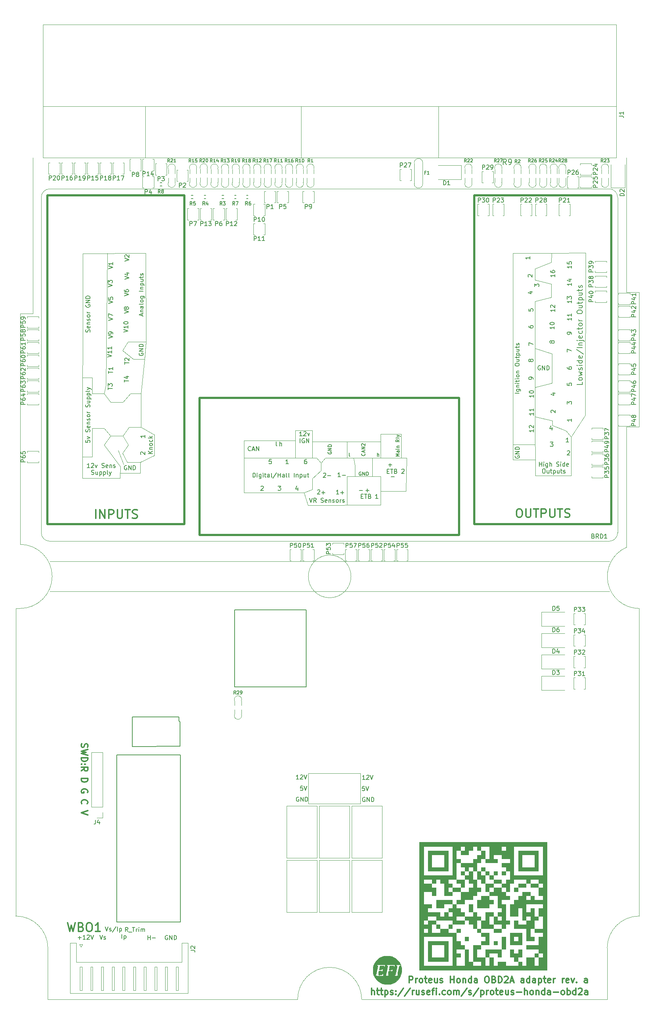
<source format=gto>
G04 #@! TF.GenerationSoftware,KiCad,Pcbnew,7.0.10-7.0.10~ubuntu22.04.1*
G04 #@! TF.CreationDate,2024-01-12T05:28:44+00:00*
G04 #@! TF.ProjectId,proteusOBD2Ahonda,70726f74-6575-4734-9f42-443241686f6e,a*
G04 #@! TF.SameCoordinates,PX3473bc0PY108ee440*
G04 #@! TF.FileFunction,Legend,Top*
G04 #@! TF.FilePolarity,Positive*
%FSLAX46Y46*%
G04 Gerber Fmt 4.6, Leading zero omitted, Abs format (unit mm)*
G04 Created by KiCad (PCBNEW 7.0.10-7.0.10~ubuntu22.04.1) date 2024-01-12 05:28:44*
%MOMM*%
%LPD*%
G01*
G04 APERTURE LIST*
%ADD10C,0.120000*%
%ADD11C,0.150000*%
%ADD12C,0.304800*%
%ADD13C,0.300000*%
%ADD14C,0.127000*%
%ADD15C,0.170000*%
%ADD16C,0.200000*%
%ADD17C,0.152400*%
%ADD18C,0.139700*%
%ADD19C,0.002540*%
%ADD20C,0.099060*%
%ADD21C,0.203200*%
%ADD22C,0.100000*%
%ADD23C,0.500000*%
G04 APERTURE END LIST*
D10*
X150000000Y138000000D02*
X150000000Y169500000D01*
X85000000Y4000000D02*
G75*
G03*
X70000000Y4000000I-7500000J0D01*
G01*
X11500000Y16000000D02*
G75*
G03*
X4000000Y23500000I-7500000J0D01*
G01*
X150000000Y138000000D02*
X147000000Y138000000D01*
X150000000Y23500000D02*
X150000000Y95500000D01*
X142500000Y4000000D02*
X142500000Y16000000D01*
X147000000Y169500000D02*
X147000000Y201000000D01*
X5000000Y110500000D02*
X5000000Y164500000D01*
X150000000Y169500000D02*
X147000000Y169500000D01*
X70000000Y4000000D02*
X11500000Y4000000D01*
X5000000Y95500000D02*
G75*
G03*
X5000000Y110500000I0J7500000D01*
G01*
X82500000Y103000000D02*
G75*
G03*
X72500000Y103000000I-5000000J0D01*
G01*
X72500000Y103000000D02*
G75*
G03*
X82500000Y103000000I5000000J0D01*
G01*
X8000000Y164500000D02*
X8000000Y201000000D01*
X12000000Y99500000D02*
X143000000Y99500000D01*
X8000000Y164500000D02*
X5000000Y164500000D01*
X150000000Y23500000D02*
G75*
G03*
X142500000Y16000000I0J-7500000D01*
G01*
X12000000Y106500000D02*
X143000000Y106500000D01*
X4000000Y23500000D02*
X4000000Y95500000D01*
X147000000Y138000000D02*
X147000000Y109800000D01*
X146999989Y109800025D02*
G75*
G03*
X150000000Y95500001I3000011J-6835325D01*
G01*
X85000000Y4000000D02*
X142500000Y4000000D01*
X4000000Y95500000D02*
X5000000Y95500000D01*
X11500000Y4000000D02*
X11500000Y16000000D01*
D11*
X23661905Y19065180D02*
X23995238Y18065180D01*
X23995238Y18065180D02*
X24328571Y19065180D01*
X24614286Y18112799D02*
X24709524Y18065180D01*
X24709524Y18065180D02*
X24900000Y18065180D01*
X24900000Y18065180D02*
X24995238Y18112799D01*
X24995238Y18112799D02*
X25042857Y18208038D01*
X25042857Y18208038D02*
X25042857Y18255657D01*
X25042857Y18255657D02*
X24995238Y18350895D01*
X24995238Y18350895D02*
X24900000Y18398514D01*
X24900000Y18398514D02*
X24757143Y18398514D01*
X24757143Y18398514D02*
X24661905Y18446133D01*
X24661905Y18446133D02*
X24614286Y18541371D01*
X24614286Y18541371D02*
X24614286Y18588990D01*
X24614286Y18588990D02*
X24661905Y18684228D01*
X24661905Y18684228D02*
X24757143Y18731847D01*
X24757143Y18731847D02*
X24900000Y18731847D01*
X24900000Y18731847D02*
X24995238Y18684228D01*
X28847619Y18265180D02*
X28847619Y19265180D01*
X29323809Y18931847D02*
X29323809Y17931847D01*
X29323809Y18884228D02*
X29419047Y18931847D01*
X29419047Y18931847D02*
X29609523Y18931847D01*
X29609523Y18931847D02*
X29704761Y18884228D01*
X29704761Y18884228D02*
X29752380Y18836609D01*
X29752380Y18836609D02*
X29799999Y18741371D01*
X29799999Y18741371D02*
X29799999Y18455657D01*
X29799999Y18455657D02*
X29752380Y18360419D01*
X29752380Y18360419D02*
X29704761Y18312799D01*
X29704761Y18312799D02*
X29609523Y18265180D01*
X29609523Y18265180D02*
X29419047Y18265180D01*
X29419047Y18265180D02*
X29323809Y18312799D01*
X39538095Y18917561D02*
X39442857Y18965180D01*
X39442857Y18965180D02*
X39300000Y18965180D01*
X39300000Y18965180D02*
X39157143Y18917561D01*
X39157143Y18917561D02*
X39061905Y18822323D01*
X39061905Y18822323D02*
X39014286Y18727085D01*
X39014286Y18727085D02*
X38966667Y18536609D01*
X38966667Y18536609D02*
X38966667Y18393752D01*
X38966667Y18393752D02*
X39014286Y18203276D01*
X39014286Y18203276D02*
X39061905Y18108038D01*
X39061905Y18108038D02*
X39157143Y18012799D01*
X39157143Y18012799D02*
X39300000Y17965180D01*
X39300000Y17965180D02*
X39395238Y17965180D01*
X39395238Y17965180D02*
X39538095Y18012799D01*
X39538095Y18012799D02*
X39585714Y18060419D01*
X39585714Y18060419D02*
X39585714Y18393752D01*
X39585714Y18393752D02*
X39395238Y18393752D01*
X40014286Y17965180D02*
X40014286Y18965180D01*
X40014286Y18965180D02*
X40585714Y17965180D01*
X40585714Y17965180D02*
X40585714Y18965180D01*
X41061905Y17965180D02*
X41061905Y18965180D01*
X41061905Y18965180D02*
X41300000Y18965180D01*
X41300000Y18965180D02*
X41442857Y18917561D01*
X41442857Y18917561D02*
X41538095Y18822323D01*
X41538095Y18822323D02*
X41585714Y18727085D01*
X41585714Y18727085D02*
X41633333Y18536609D01*
X41633333Y18536609D02*
X41633333Y18393752D01*
X41633333Y18393752D02*
X41585714Y18203276D01*
X41585714Y18203276D02*
X41538095Y18108038D01*
X41538095Y18108038D02*
X41442857Y18012799D01*
X41442857Y18012799D02*
X41300000Y17965180D01*
X41300000Y17965180D02*
X41061905Y17965180D01*
X18538095Y18446132D02*
X19300000Y18446132D01*
X18919047Y18065179D02*
X18919047Y18827084D01*
X20299999Y18065179D02*
X19728571Y18065179D01*
X20014285Y18065179D02*
X20014285Y19065179D01*
X20014285Y19065179D02*
X19919047Y18922322D01*
X19919047Y18922322D02*
X19823809Y18827084D01*
X19823809Y18827084D02*
X19728571Y18779465D01*
X20680952Y18969941D02*
X20728571Y19017560D01*
X20728571Y19017560D02*
X20823809Y19065179D01*
X20823809Y19065179D02*
X21061904Y19065179D01*
X21061904Y19065179D02*
X21157142Y19017560D01*
X21157142Y19017560D02*
X21204761Y18969941D01*
X21204761Y18969941D02*
X21252380Y18874703D01*
X21252380Y18874703D02*
X21252380Y18779465D01*
X21252380Y18779465D02*
X21204761Y18636608D01*
X21204761Y18636608D02*
X20633333Y18065179D01*
X20633333Y18065179D02*
X21252380Y18065179D01*
X21538095Y19065179D02*
X21871428Y18065179D01*
X21871428Y18065179D02*
X22204761Y19065179D01*
D12*
X19455961Y49764286D02*
X19383390Y49836858D01*
X19383390Y49836858D02*
X19310818Y50054572D01*
X19310818Y50054572D02*
X19310818Y50199715D01*
X19310818Y50199715D02*
X19383390Y50417429D01*
X19383390Y50417429D02*
X19528532Y50562572D01*
X19528532Y50562572D02*
X19673675Y50635143D01*
X19673675Y50635143D02*
X19963961Y50707715D01*
X19963961Y50707715D02*
X20181675Y50707715D01*
X20181675Y50707715D02*
X20471961Y50635143D01*
X20471961Y50635143D02*
X20617104Y50562572D01*
X20617104Y50562572D02*
X20762247Y50417429D01*
X20762247Y50417429D02*
X20834818Y50199715D01*
X20834818Y50199715D02*
X20834818Y50054572D01*
X20834818Y50054572D02*
X20762247Y49836858D01*
X20762247Y49836858D02*
X20689675Y49764286D01*
D11*
X30233333Y19865181D02*
X29900000Y20341372D01*
X29661905Y19865181D02*
X29661905Y20865181D01*
X29661905Y20865181D02*
X30042857Y20865181D01*
X30042857Y20865181D02*
X30138095Y20817562D01*
X30138095Y20817562D02*
X30185714Y20769943D01*
X30185714Y20769943D02*
X30233333Y20674705D01*
X30233333Y20674705D02*
X30233333Y20531848D01*
X30233333Y20531848D02*
X30185714Y20436610D01*
X30185714Y20436610D02*
X30138095Y20388991D01*
X30138095Y20388991D02*
X30042857Y20341372D01*
X30042857Y20341372D02*
X29661905Y20341372D01*
X30423810Y19769943D02*
X31185714Y19769943D01*
X31280953Y20865181D02*
X31852381Y20865181D01*
X31566667Y19865181D02*
X31566667Y20865181D01*
X32185715Y19865181D02*
X32185715Y20531848D01*
X32185715Y20341372D02*
X32233334Y20436610D01*
X32233334Y20436610D02*
X32280953Y20484229D01*
X32280953Y20484229D02*
X32376191Y20531848D01*
X32376191Y20531848D02*
X32471429Y20531848D01*
X32804763Y19865181D02*
X32804763Y20531848D01*
X32804763Y20865181D02*
X32757144Y20817562D01*
X32757144Y20817562D02*
X32804763Y20769943D01*
X32804763Y20769943D02*
X32852382Y20817562D01*
X32852382Y20817562D02*
X32804763Y20865181D01*
X32804763Y20865181D02*
X32804763Y20769943D01*
X33280953Y19865181D02*
X33280953Y20531848D01*
X33280953Y20436610D02*
X33328572Y20484229D01*
X33328572Y20484229D02*
X33423810Y20531848D01*
X33423810Y20531848D02*
X33566667Y20531848D01*
X33566667Y20531848D02*
X33661905Y20484229D01*
X33661905Y20484229D02*
X33709524Y20388991D01*
X33709524Y20388991D02*
X33709524Y19865181D01*
X33709524Y20388991D02*
X33757143Y20484229D01*
X33757143Y20484229D02*
X33852381Y20531848D01*
X33852381Y20531848D02*
X33995238Y20531848D01*
X33995238Y20531848D02*
X34090477Y20484229D01*
X34090477Y20484229D02*
X34138096Y20388991D01*
X34138096Y20388991D02*
X34138096Y19865181D01*
X34895238Y17965180D02*
X34895238Y18965180D01*
X34895238Y18488990D02*
X35466666Y18488990D01*
X35466666Y17965180D02*
X35466666Y18965180D01*
X35942857Y18346133D02*
X36704762Y18346133D01*
D12*
X19383390Y63843143D02*
X19310818Y63625428D01*
X19310818Y63625428D02*
X19310818Y63262571D01*
X19310818Y63262571D02*
X19383390Y63117428D01*
X19383390Y63117428D02*
X19455961Y63044857D01*
X19455961Y63044857D02*
X19601104Y62972286D01*
X19601104Y62972286D02*
X19746247Y62972286D01*
X19746247Y62972286D02*
X19891390Y63044857D01*
X19891390Y63044857D02*
X19963961Y63117428D01*
X19963961Y63117428D02*
X20036532Y63262571D01*
X20036532Y63262571D02*
X20109104Y63552857D01*
X20109104Y63552857D02*
X20181675Y63698000D01*
X20181675Y63698000D02*
X20254247Y63770571D01*
X20254247Y63770571D02*
X20399390Y63843143D01*
X20399390Y63843143D02*
X20544532Y63843143D01*
X20544532Y63843143D02*
X20689675Y63770571D01*
X20689675Y63770571D02*
X20762247Y63698000D01*
X20762247Y63698000D02*
X20834818Y63552857D01*
X20834818Y63552857D02*
X20834818Y63190000D01*
X20834818Y63190000D02*
X20762247Y62972286D01*
X20834818Y62464285D02*
X19310818Y62101428D01*
X19310818Y62101428D02*
X20399390Y61811142D01*
X20399390Y61811142D02*
X19310818Y61520857D01*
X19310818Y61520857D02*
X20834818Y61157999D01*
X19310818Y60577428D02*
X20834818Y60577428D01*
X20834818Y60577428D02*
X20834818Y60214571D01*
X20834818Y60214571D02*
X20762247Y59996857D01*
X20762247Y59996857D02*
X20617104Y59851714D01*
X20617104Y59851714D02*
X20471961Y59779143D01*
X20471961Y59779143D02*
X20181675Y59706571D01*
X20181675Y59706571D02*
X19963961Y59706571D01*
X19963961Y59706571D02*
X19673675Y59779143D01*
X19673675Y59779143D02*
X19528532Y59851714D01*
X19528532Y59851714D02*
X19383390Y59996857D01*
X19383390Y59996857D02*
X19310818Y60214571D01*
X19310818Y60214571D02*
X19310818Y60577428D01*
X19455961Y59053428D02*
X19383390Y58980857D01*
X19383390Y58980857D02*
X19310818Y59053428D01*
X19310818Y59053428D02*
X19383390Y59126000D01*
X19383390Y59126000D02*
X19455961Y59053428D01*
X19455961Y59053428D02*
X19310818Y59053428D01*
X20254247Y59053428D02*
X20181675Y58980857D01*
X20181675Y58980857D02*
X20109104Y59053428D01*
X20109104Y59053428D02*
X20181675Y59126000D01*
X20181675Y59126000D02*
X20254247Y59053428D01*
X20254247Y59053428D02*
X20109104Y59053428D01*
X19310818Y57456857D02*
X20036532Y57964857D01*
X19310818Y58327714D02*
X20834818Y58327714D01*
X20834818Y58327714D02*
X20834818Y57747143D01*
X20834818Y57747143D02*
X20762247Y57602000D01*
X20762247Y57602000D02*
X20689675Y57529429D01*
X20689675Y57529429D02*
X20544532Y57456857D01*
X20544532Y57456857D02*
X20326818Y57456857D01*
X20326818Y57456857D02*
X20181675Y57529429D01*
X20181675Y57529429D02*
X20109104Y57602000D01*
X20109104Y57602000D02*
X20036532Y57747143D01*
X20036532Y57747143D02*
X20036532Y58327714D01*
D11*
X85760588Y55485181D02*
X85189160Y55485181D01*
X85474874Y55485181D02*
X85474874Y56485181D01*
X85474874Y56485181D02*
X85379636Y56342324D01*
X85379636Y56342324D02*
X85284398Y56247086D01*
X85284398Y56247086D02*
X85189160Y56199467D01*
X86141541Y56389943D02*
X86189160Y56437562D01*
X86189160Y56437562D02*
X86284398Y56485181D01*
X86284398Y56485181D02*
X86522493Y56485181D01*
X86522493Y56485181D02*
X86617731Y56437562D01*
X86617731Y56437562D02*
X86665350Y56389943D01*
X86665350Y56389943D02*
X86712969Y56294705D01*
X86712969Y56294705D02*
X86712969Y56199467D01*
X86712969Y56199467D02*
X86665350Y56056610D01*
X86665350Y56056610D02*
X86093922Y55485181D01*
X86093922Y55485181D02*
X86712969Y55485181D01*
X86998684Y56485181D02*
X87332017Y55485181D01*
X87332017Y55485181D02*
X87665350Y56485181D01*
D12*
X19310818Y55715143D02*
X20834818Y55715143D01*
X20834818Y55715143D02*
X20834818Y55352286D01*
X20834818Y55352286D02*
X20762247Y55134572D01*
X20762247Y55134572D02*
X20617104Y54989429D01*
X20617104Y54989429D02*
X20471961Y54916858D01*
X20471961Y54916858D02*
X20181675Y54844286D01*
X20181675Y54844286D02*
X19963961Y54844286D01*
X19963961Y54844286D02*
X19673675Y54916858D01*
X19673675Y54916858D02*
X19528532Y54989429D01*
X19528532Y54989429D02*
X19383390Y55134572D01*
X19383390Y55134572D02*
X19310818Y55352286D01*
X19310818Y55352286D02*
X19310818Y55715143D01*
D13*
X87354283Y5081672D02*
X87354283Y6581672D01*
X87997141Y5081672D02*
X87997141Y5867386D01*
X87997141Y5867386D02*
X87925712Y6010243D01*
X87925712Y6010243D02*
X87782855Y6081672D01*
X87782855Y6081672D02*
X87568569Y6081672D01*
X87568569Y6081672D02*
X87425712Y6010243D01*
X87425712Y6010243D02*
X87354283Y5938815D01*
X88497141Y6081672D02*
X89068569Y6081672D01*
X88711426Y6581672D02*
X88711426Y5295958D01*
X88711426Y5295958D02*
X88782855Y5153100D01*
X88782855Y5153100D02*
X88925712Y5081672D01*
X88925712Y5081672D02*
X89068569Y5081672D01*
X89354284Y6081672D02*
X89925712Y6081672D01*
X89568569Y6581672D02*
X89568569Y5295958D01*
X89568569Y5295958D02*
X89639998Y5153100D01*
X89639998Y5153100D02*
X89782855Y5081672D01*
X89782855Y5081672D02*
X89925712Y5081672D01*
X90425712Y6081672D02*
X90425712Y4581672D01*
X90425712Y6010243D02*
X90568570Y6081672D01*
X90568570Y6081672D02*
X90854284Y6081672D01*
X90854284Y6081672D02*
X90997141Y6010243D01*
X90997141Y6010243D02*
X91068570Y5938815D01*
X91068570Y5938815D02*
X91139998Y5795958D01*
X91139998Y5795958D02*
X91139998Y5367386D01*
X91139998Y5367386D02*
X91068570Y5224529D01*
X91068570Y5224529D02*
X90997141Y5153100D01*
X90997141Y5153100D02*
X90854284Y5081672D01*
X90854284Y5081672D02*
X90568570Y5081672D01*
X90568570Y5081672D02*
X90425712Y5153100D01*
X91711427Y5153100D02*
X91854284Y5081672D01*
X91854284Y5081672D02*
X92139998Y5081672D01*
X92139998Y5081672D02*
X92282855Y5153100D01*
X92282855Y5153100D02*
X92354284Y5295958D01*
X92354284Y5295958D02*
X92354284Y5367386D01*
X92354284Y5367386D02*
X92282855Y5510243D01*
X92282855Y5510243D02*
X92139998Y5581672D01*
X92139998Y5581672D02*
X91925713Y5581672D01*
X91925713Y5581672D02*
X91782855Y5653100D01*
X91782855Y5653100D02*
X91711427Y5795958D01*
X91711427Y5795958D02*
X91711427Y5867386D01*
X91711427Y5867386D02*
X91782855Y6010243D01*
X91782855Y6010243D02*
X91925713Y6081672D01*
X91925713Y6081672D02*
X92139998Y6081672D01*
X92139998Y6081672D02*
X92282855Y6010243D01*
X92997141Y5224529D02*
X93068570Y5153100D01*
X93068570Y5153100D02*
X92997141Y5081672D01*
X92997141Y5081672D02*
X92925713Y5153100D01*
X92925713Y5153100D02*
X92997141Y5224529D01*
X92997141Y5224529D02*
X92997141Y5081672D01*
X92997141Y6010243D02*
X93068570Y5938815D01*
X93068570Y5938815D02*
X92997141Y5867386D01*
X92997141Y5867386D02*
X92925713Y5938815D01*
X92925713Y5938815D02*
X92997141Y6010243D01*
X92997141Y6010243D02*
X92997141Y5867386D01*
X94782856Y6653100D02*
X93497142Y4724529D01*
X96354285Y6653100D02*
X95068571Y4724529D01*
X96854285Y5081672D02*
X96854285Y6081672D01*
X96854285Y5795958D02*
X96925714Y5938815D01*
X96925714Y5938815D02*
X96997143Y6010243D01*
X96997143Y6010243D02*
X97140000Y6081672D01*
X97140000Y6081672D02*
X97282857Y6081672D01*
X98425714Y6081672D02*
X98425714Y5081672D01*
X97782856Y6081672D02*
X97782856Y5295958D01*
X97782856Y5295958D02*
X97854285Y5153100D01*
X97854285Y5153100D02*
X97997142Y5081672D01*
X97997142Y5081672D02*
X98211428Y5081672D01*
X98211428Y5081672D02*
X98354285Y5153100D01*
X98354285Y5153100D02*
X98425714Y5224529D01*
X99068571Y5153100D02*
X99211428Y5081672D01*
X99211428Y5081672D02*
X99497142Y5081672D01*
X99497142Y5081672D02*
X99639999Y5153100D01*
X99639999Y5153100D02*
X99711428Y5295958D01*
X99711428Y5295958D02*
X99711428Y5367386D01*
X99711428Y5367386D02*
X99639999Y5510243D01*
X99639999Y5510243D02*
X99497142Y5581672D01*
X99497142Y5581672D02*
X99282857Y5581672D01*
X99282857Y5581672D02*
X99139999Y5653100D01*
X99139999Y5653100D02*
X99068571Y5795958D01*
X99068571Y5795958D02*
X99068571Y5867386D01*
X99068571Y5867386D02*
X99139999Y6010243D01*
X99139999Y6010243D02*
X99282857Y6081672D01*
X99282857Y6081672D02*
X99497142Y6081672D01*
X99497142Y6081672D02*
X99639999Y6010243D01*
X100925714Y5153100D02*
X100782857Y5081672D01*
X100782857Y5081672D02*
X100497143Y5081672D01*
X100497143Y5081672D02*
X100354285Y5153100D01*
X100354285Y5153100D02*
X100282857Y5295958D01*
X100282857Y5295958D02*
X100282857Y5867386D01*
X100282857Y5867386D02*
X100354285Y6010243D01*
X100354285Y6010243D02*
X100497143Y6081672D01*
X100497143Y6081672D02*
X100782857Y6081672D01*
X100782857Y6081672D02*
X100925714Y6010243D01*
X100925714Y6010243D02*
X100997143Y5867386D01*
X100997143Y5867386D02*
X100997143Y5724529D01*
X100997143Y5724529D02*
X100282857Y5581672D01*
X101425714Y6081672D02*
X101997142Y6081672D01*
X101639999Y5081672D02*
X101639999Y6367386D01*
X101639999Y6367386D02*
X101711428Y6510243D01*
X101711428Y6510243D02*
X101854285Y6581672D01*
X101854285Y6581672D02*
X101997142Y6581672D01*
X102497142Y5081672D02*
X102497142Y6081672D01*
X102497142Y6581672D02*
X102425714Y6510243D01*
X102425714Y6510243D02*
X102497142Y6438815D01*
X102497142Y6438815D02*
X102568571Y6510243D01*
X102568571Y6510243D02*
X102497142Y6581672D01*
X102497142Y6581672D02*
X102497142Y6438815D01*
X103211428Y5224529D02*
X103282857Y5153100D01*
X103282857Y5153100D02*
X103211428Y5081672D01*
X103211428Y5081672D02*
X103140000Y5153100D01*
X103140000Y5153100D02*
X103211428Y5224529D01*
X103211428Y5224529D02*
X103211428Y5081672D01*
X104568572Y5153100D02*
X104425714Y5081672D01*
X104425714Y5081672D02*
X104140000Y5081672D01*
X104140000Y5081672D02*
X103997143Y5153100D01*
X103997143Y5153100D02*
X103925714Y5224529D01*
X103925714Y5224529D02*
X103854286Y5367386D01*
X103854286Y5367386D02*
X103854286Y5795958D01*
X103854286Y5795958D02*
X103925714Y5938815D01*
X103925714Y5938815D02*
X103997143Y6010243D01*
X103997143Y6010243D02*
X104140000Y6081672D01*
X104140000Y6081672D02*
X104425714Y6081672D01*
X104425714Y6081672D02*
X104568572Y6010243D01*
X105425714Y5081672D02*
X105282857Y5153100D01*
X105282857Y5153100D02*
X105211428Y5224529D01*
X105211428Y5224529D02*
X105140000Y5367386D01*
X105140000Y5367386D02*
X105140000Y5795958D01*
X105140000Y5795958D02*
X105211428Y5938815D01*
X105211428Y5938815D02*
X105282857Y6010243D01*
X105282857Y6010243D02*
X105425714Y6081672D01*
X105425714Y6081672D02*
X105640000Y6081672D01*
X105640000Y6081672D02*
X105782857Y6010243D01*
X105782857Y6010243D02*
X105854286Y5938815D01*
X105854286Y5938815D02*
X105925714Y5795958D01*
X105925714Y5795958D02*
X105925714Y5367386D01*
X105925714Y5367386D02*
X105854286Y5224529D01*
X105854286Y5224529D02*
X105782857Y5153100D01*
X105782857Y5153100D02*
X105640000Y5081672D01*
X105640000Y5081672D02*
X105425714Y5081672D01*
X106568571Y5081672D02*
X106568571Y6081672D01*
X106568571Y5938815D02*
X106640000Y6010243D01*
X106640000Y6010243D02*
X106782857Y6081672D01*
X106782857Y6081672D02*
X106997143Y6081672D01*
X106997143Y6081672D02*
X107140000Y6010243D01*
X107140000Y6010243D02*
X107211429Y5867386D01*
X107211429Y5867386D02*
X107211429Y5081672D01*
X107211429Y5867386D02*
X107282857Y6010243D01*
X107282857Y6010243D02*
X107425714Y6081672D01*
X107425714Y6081672D02*
X107640000Y6081672D01*
X107640000Y6081672D02*
X107782857Y6010243D01*
X107782857Y6010243D02*
X107854286Y5867386D01*
X107854286Y5867386D02*
X107854286Y5081672D01*
X109640000Y6653100D02*
X108354286Y4724529D01*
X110068572Y5153100D02*
X110211429Y5081672D01*
X110211429Y5081672D02*
X110497143Y5081672D01*
X110497143Y5081672D02*
X110640000Y5153100D01*
X110640000Y5153100D02*
X110711429Y5295958D01*
X110711429Y5295958D02*
X110711429Y5367386D01*
X110711429Y5367386D02*
X110640000Y5510243D01*
X110640000Y5510243D02*
X110497143Y5581672D01*
X110497143Y5581672D02*
X110282858Y5581672D01*
X110282858Y5581672D02*
X110140000Y5653100D01*
X110140000Y5653100D02*
X110068572Y5795958D01*
X110068572Y5795958D02*
X110068572Y5867386D01*
X110068572Y5867386D02*
X110140000Y6010243D01*
X110140000Y6010243D02*
X110282858Y6081672D01*
X110282858Y6081672D02*
X110497143Y6081672D01*
X110497143Y6081672D02*
X110640000Y6010243D01*
X112425715Y6653100D02*
X111140001Y4724529D01*
X112925715Y6081672D02*
X112925715Y4581672D01*
X112925715Y6010243D02*
X113068573Y6081672D01*
X113068573Y6081672D02*
X113354287Y6081672D01*
X113354287Y6081672D02*
X113497144Y6010243D01*
X113497144Y6010243D02*
X113568573Y5938815D01*
X113568573Y5938815D02*
X113640001Y5795958D01*
X113640001Y5795958D02*
X113640001Y5367386D01*
X113640001Y5367386D02*
X113568573Y5224529D01*
X113568573Y5224529D02*
X113497144Y5153100D01*
X113497144Y5153100D02*
X113354287Y5081672D01*
X113354287Y5081672D02*
X113068573Y5081672D01*
X113068573Y5081672D02*
X112925715Y5153100D01*
X114282858Y5081672D02*
X114282858Y6081672D01*
X114282858Y5795958D02*
X114354287Y5938815D01*
X114354287Y5938815D02*
X114425716Y6010243D01*
X114425716Y6010243D02*
X114568573Y6081672D01*
X114568573Y6081672D02*
X114711430Y6081672D01*
X115425715Y5081672D02*
X115282858Y5153100D01*
X115282858Y5153100D02*
X115211429Y5224529D01*
X115211429Y5224529D02*
X115140001Y5367386D01*
X115140001Y5367386D02*
X115140001Y5795958D01*
X115140001Y5795958D02*
X115211429Y5938815D01*
X115211429Y5938815D02*
X115282858Y6010243D01*
X115282858Y6010243D02*
X115425715Y6081672D01*
X115425715Y6081672D02*
X115640001Y6081672D01*
X115640001Y6081672D02*
X115782858Y6010243D01*
X115782858Y6010243D02*
X115854287Y5938815D01*
X115854287Y5938815D02*
X115925715Y5795958D01*
X115925715Y5795958D02*
X115925715Y5367386D01*
X115925715Y5367386D02*
X115854287Y5224529D01*
X115854287Y5224529D02*
X115782858Y5153100D01*
X115782858Y5153100D02*
X115640001Y5081672D01*
X115640001Y5081672D02*
X115425715Y5081672D01*
X116354287Y6081672D02*
X116925715Y6081672D01*
X116568572Y6581672D02*
X116568572Y5295958D01*
X116568572Y5295958D02*
X116640001Y5153100D01*
X116640001Y5153100D02*
X116782858Y5081672D01*
X116782858Y5081672D02*
X116925715Y5081672D01*
X117997144Y5153100D02*
X117854287Y5081672D01*
X117854287Y5081672D02*
X117568573Y5081672D01*
X117568573Y5081672D02*
X117425715Y5153100D01*
X117425715Y5153100D02*
X117354287Y5295958D01*
X117354287Y5295958D02*
X117354287Y5867386D01*
X117354287Y5867386D02*
X117425715Y6010243D01*
X117425715Y6010243D02*
X117568573Y6081672D01*
X117568573Y6081672D02*
X117854287Y6081672D01*
X117854287Y6081672D02*
X117997144Y6010243D01*
X117997144Y6010243D02*
X118068573Y5867386D01*
X118068573Y5867386D02*
X118068573Y5724529D01*
X118068573Y5724529D02*
X117354287Y5581672D01*
X119354287Y6081672D02*
X119354287Y5081672D01*
X118711429Y6081672D02*
X118711429Y5295958D01*
X118711429Y5295958D02*
X118782858Y5153100D01*
X118782858Y5153100D02*
X118925715Y5081672D01*
X118925715Y5081672D02*
X119140001Y5081672D01*
X119140001Y5081672D02*
X119282858Y5153100D01*
X119282858Y5153100D02*
X119354287Y5224529D01*
X119997144Y5153100D02*
X120140001Y5081672D01*
X120140001Y5081672D02*
X120425715Y5081672D01*
X120425715Y5081672D02*
X120568572Y5153100D01*
X120568572Y5153100D02*
X120640001Y5295958D01*
X120640001Y5295958D02*
X120640001Y5367386D01*
X120640001Y5367386D02*
X120568572Y5510243D01*
X120568572Y5510243D02*
X120425715Y5581672D01*
X120425715Y5581672D02*
X120211430Y5581672D01*
X120211430Y5581672D02*
X120068572Y5653100D01*
X120068572Y5653100D02*
X119997144Y5795958D01*
X119997144Y5795958D02*
X119997144Y5867386D01*
X119997144Y5867386D02*
X120068572Y6010243D01*
X120068572Y6010243D02*
X120211430Y6081672D01*
X120211430Y6081672D02*
X120425715Y6081672D01*
X120425715Y6081672D02*
X120568572Y6010243D01*
X121282858Y5653100D02*
X122425716Y5653100D01*
X123140001Y5081672D02*
X123140001Y6581672D01*
X123782859Y5081672D02*
X123782859Y5867386D01*
X123782859Y5867386D02*
X123711430Y6010243D01*
X123711430Y6010243D02*
X123568573Y6081672D01*
X123568573Y6081672D02*
X123354287Y6081672D01*
X123354287Y6081672D02*
X123211430Y6010243D01*
X123211430Y6010243D02*
X123140001Y5938815D01*
X124711430Y5081672D02*
X124568573Y5153100D01*
X124568573Y5153100D02*
X124497144Y5224529D01*
X124497144Y5224529D02*
X124425716Y5367386D01*
X124425716Y5367386D02*
X124425716Y5795958D01*
X124425716Y5795958D02*
X124497144Y5938815D01*
X124497144Y5938815D02*
X124568573Y6010243D01*
X124568573Y6010243D02*
X124711430Y6081672D01*
X124711430Y6081672D02*
X124925716Y6081672D01*
X124925716Y6081672D02*
X125068573Y6010243D01*
X125068573Y6010243D02*
X125140002Y5938815D01*
X125140002Y5938815D02*
X125211430Y5795958D01*
X125211430Y5795958D02*
X125211430Y5367386D01*
X125211430Y5367386D02*
X125140002Y5224529D01*
X125140002Y5224529D02*
X125068573Y5153100D01*
X125068573Y5153100D02*
X124925716Y5081672D01*
X124925716Y5081672D02*
X124711430Y5081672D01*
X125854287Y6081672D02*
X125854287Y5081672D01*
X125854287Y5938815D02*
X125925716Y6010243D01*
X125925716Y6010243D02*
X126068573Y6081672D01*
X126068573Y6081672D02*
X126282859Y6081672D01*
X126282859Y6081672D02*
X126425716Y6010243D01*
X126425716Y6010243D02*
X126497145Y5867386D01*
X126497145Y5867386D02*
X126497145Y5081672D01*
X127854288Y5081672D02*
X127854288Y6581672D01*
X127854288Y5153100D02*
X127711430Y5081672D01*
X127711430Y5081672D02*
X127425716Y5081672D01*
X127425716Y5081672D02*
X127282859Y5153100D01*
X127282859Y5153100D02*
X127211430Y5224529D01*
X127211430Y5224529D02*
X127140002Y5367386D01*
X127140002Y5367386D02*
X127140002Y5795958D01*
X127140002Y5795958D02*
X127211430Y5938815D01*
X127211430Y5938815D02*
X127282859Y6010243D01*
X127282859Y6010243D02*
X127425716Y6081672D01*
X127425716Y6081672D02*
X127711430Y6081672D01*
X127711430Y6081672D02*
X127854288Y6010243D01*
X129211431Y5081672D02*
X129211431Y5867386D01*
X129211431Y5867386D02*
X129140002Y6010243D01*
X129140002Y6010243D02*
X128997145Y6081672D01*
X128997145Y6081672D02*
X128711431Y6081672D01*
X128711431Y6081672D02*
X128568573Y6010243D01*
X129211431Y5153100D02*
X129068573Y5081672D01*
X129068573Y5081672D02*
X128711431Y5081672D01*
X128711431Y5081672D02*
X128568573Y5153100D01*
X128568573Y5153100D02*
X128497145Y5295958D01*
X128497145Y5295958D02*
X128497145Y5438815D01*
X128497145Y5438815D02*
X128568573Y5581672D01*
X128568573Y5581672D02*
X128711431Y5653100D01*
X128711431Y5653100D02*
X129068573Y5653100D01*
X129068573Y5653100D02*
X129211431Y5724529D01*
X129925716Y5653100D02*
X131068574Y5653100D01*
X131997145Y5081672D02*
X131854288Y5153100D01*
X131854288Y5153100D02*
X131782859Y5224529D01*
X131782859Y5224529D02*
X131711431Y5367386D01*
X131711431Y5367386D02*
X131711431Y5795958D01*
X131711431Y5795958D02*
X131782859Y5938815D01*
X131782859Y5938815D02*
X131854288Y6010243D01*
X131854288Y6010243D02*
X131997145Y6081672D01*
X131997145Y6081672D02*
X132211431Y6081672D01*
X132211431Y6081672D02*
X132354288Y6010243D01*
X132354288Y6010243D02*
X132425717Y5938815D01*
X132425717Y5938815D02*
X132497145Y5795958D01*
X132497145Y5795958D02*
X132497145Y5367386D01*
X132497145Y5367386D02*
X132425717Y5224529D01*
X132425717Y5224529D02*
X132354288Y5153100D01*
X132354288Y5153100D02*
X132211431Y5081672D01*
X132211431Y5081672D02*
X131997145Y5081672D01*
X133140002Y5081672D02*
X133140002Y6581672D01*
X133140002Y6010243D02*
X133282860Y6081672D01*
X133282860Y6081672D02*
X133568574Y6081672D01*
X133568574Y6081672D02*
X133711431Y6010243D01*
X133711431Y6010243D02*
X133782860Y5938815D01*
X133782860Y5938815D02*
X133854288Y5795958D01*
X133854288Y5795958D02*
X133854288Y5367386D01*
X133854288Y5367386D02*
X133782860Y5224529D01*
X133782860Y5224529D02*
X133711431Y5153100D01*
X133711431Y5153100D02*
X133568574Y5081672D01*
X133568574Y5081672D02*
X133282860Y5081672D01*
X133282860Y5081672D02*
X133140002Y5153100D01*
X135140003Y5081672D02*
X135140003Y6581672D01*
X135140003Y5153100D02*
X134997145Y5081672D01*
X134997145Y5081672D02*
X134711431Y5081672D01*
X134711431Y5081672D02*
X134568574Y5153100D01*
X134568574Y5153100D02*
X134497145Y5224529D01*
X134497145Y5224529D02*
X134425717Y5367386D01*
X134425717Y5367386D02*
X134425717Y5795958D01*
X134425717Y5795958D02*
X134497145Y5938815D01*
X134497145Y5938815D02*
X134568574Y6010243D01*
X134568574Y6010243D02*
X134711431Y6081672D01*
X134711431Y6081672D02*
X134997145Y6081672D01*
X134997145Y6081672D02*
X135140003Y6010243D01*
X135782860Y6438815D02*
X135854288Y6510243D01*
X135854288Y6510243D02*
X135997146Y6581672D01*
X135997146Y6581672D02*
X136354288Y6581672D01*
X136354288Y6581672D02*
X136497146Y6510243D01*
X136497146Y6510243D02*
X136568574Y6438815D01*
X136568574Y6438815D02*
X136640003Y6295958D01*
X136640003Y6295958D02*
X136640003Y6153100D01*
X136640003Y6153100D02*
X136568574Y5938815D01*
X136568574Y5938815D02*
X135711431Y5081672D01*
X135711431Y5081672D02*
X136640003Y5081672D01*
X137925717Y5081672D02*
X137925717Y5867386D01*
X137925717Y5867386D02*
X137854288Y6010243D01*
X137854288Y6010243D02*
X137711431Y6081672D01*
X137711431Y6081672D02*
X137425717Y6081672D01*
X137425717Y6081672D02*
X137282859Y6010243D01*
X137925717Y5153100D02*
X137782859Y5081672D01*
X137782859Y5081672D02*
X137425717Y5081672D01*
X137425717Y5081672D02*
X137282859Y5153100D01*
X137282859Y5153100D02*
X137211431Y5295958D01*
X137211431Y5295958D02*
X137211431Y5438815D01*
X137211431Y5438815D02*
X137282859Y5581672D01*
X137282859Y5581672D02*
X137425717Y5653100D01*
X137425717Y5653100D02*
X137782859Y5653100D01*
X137782859Y5653100D02*
X137925717Y5724529D01*
D11*
X70260588Y51297562D02*
X70165350Y51345181D01*
X70165350Y51345181D02*
X70022493Y51345181D01*
X70022493Y51345181D02*
X69879636Y51297562D01*
X69879636Y51297562D02*
X69784398Y51202324D01*
X69784398Y51202324D02*
X69736779Y51107086D01*
X69736779Y51107086D02*
X69689160Y50916610D01*
X69689160Y50916610D02*
X69689160Y50773753D01*
X69689160Y50773753D02*
X69736779Y50583277D01*
X69736779Y50583277D02*
X69784398Y50488039D01*
X69784398Y50488039D02*
X69879636Y50392800D01*
X69879636Y50392800D02*
X70022493Y50345181D01*
X70022493Y50345181D02*
X70117731Y50345181D01*
X70117731Y50345181D02*
X70260588Y50392800D01*
X70260588Y50392800D02*
X70308207Y50440420D01*
X70308207Y50440420D02*
X70308207Y50773753D01*
X70308207Y50773753D02*
X70117731Y50773753D01*
X70736779Y50345181D02*
X70736779Y51345181D01*
X70736779Y51345181D02*
X71308207Y50345181D01*
X71308207Y50345181D02*
X71308207Y51345181D01*
X71784398Y50345181D02*
X71784398Y51345181D01*
X71784398Y51345181D02*
X72022493Y51345181D01*
X72022493Y51345181D02*
X72165350Y51297562D01*
X72165350Y51297562D02*
X72260588Y51202324D01*
X72260588Y51202324D02*
X72308207Y51107086D01*
X72308207Y51107086D02*
X72355826Y50916610D01*
X72355826Y50916610D02*
X72355826Y50773753D01*
X72355826Y50773753D02*
X72308207Y50583277D01*
X72308207Y50583277D02*
X72260588Y50488039D01*
X72260588Y50488039D02*
X72165350Y50392800D01*
X72165350Y50392800D02*
X72022493Y50345181D01*
X72022493Y50345181D02*
X71784398Y50345181D01*
X71192969Y53905181D02*
X70716779Y53905181D01*
X70716779Y53905181D02*
X70669160Y53428991D01*
X70669160Y53428991D02*
X70716779Y53476610D01*
X70716779Y53476610D02*
X70812017Y53524229D01*
X70812017Y53524229D02*
X71050112Y53524229D01*
X71050112Y53524229D02*
X71145350Y53476610D01*
X71145350Y53476610D02*
X71192969Y53428991D01*
X71192969Y53428991D02*
X71240588Y53333753D01*
X71240588Y53333753D02*
X71240588Y53095658D01*
X71240588Y53095658D02*
X71192969Y53000420D01*
X71192969Y53000420D02*
X71145350Y52952800D01*
X71145350Y52952800D02*
X71050112Y52905181D01*
X71050112Y52905181D02*
X70812017Y52905181D01*
X70812017Y52905181D02*
X70716779Y52952800D01*
X70716779Y52952800D02*
X70669160Y53000420D01*
X71526303Y53905181D02*
X71859636Y52905181D01*
X71859636Y52905181D02*
X72192969Y53905181D01*
X24947619Y20965180D02*
X25280952Y19965180D01*
X25280952Y19965180D02*
X25614285Y20965180D01*
X25900000Y20012799D02*
X25995238Y19965180D01*
X25995238Y19965180D02*
X26185714Y19965180D01*
X26185714Y19965180D02*
X26280952Y20012799D01*
X26280952Y20012799D02*
X26328571Y20108038D01*
X26328571Y20108038D02*
X26328571Y20155657D01*
X26328571Y20155657D02*
X26280952Y20250895D01*
X26280952Y20250895D02*
X26185714Y20298514D01*
X26185714Y20298514D02*
X26042857Y20298514D01*
X26042857Y20298514D02*
X25947619Y20346133D01*
X25947619Y20346133D02*
X25900000Y20441371D01*
X25900000Y20441371D02*
X25900000Y20488990D01*
X25900000Y20488990D02*
X25947619Y20584228D01*
X25947619Y20584228D02*
X26042857Y20631847D01*
X26042857Y20631847D02*
X26185714Y20631847D01*
X26185714Y20631847D02*
X26280952Y20584228D01*
X27471428Y21012799D02*
X26614286Y19727085D01*
X27804762Y19965180D02*
X27804762Y20965180D01*
X28280952Y20631847D02*
X28280952Y19631847D01*
X28280952Y20584228D02*
X28376190Y20631847D01*
X28376190Y20631847D02*
X28566666Y20631847D01*
X28566666Y20631847D02*
X28661904Y20584228D01*
X28661904Y20584228D02*
X28709523Y20536609D01*
X28709523Y20536609D02*
X28757142Y20441371D01*
X28757142Y20441371D02*
X28757142Y20155657D01*
X28757142Y20155657D02*
X28709523Y20060419D01*
X28709523Y20060419D02*
X28661904Y20012799D01*
X28661904Y20012799D02*
X28566666Y19965180D01*
X28566666Y19965180D02*
X28376190Y19965180D01*
X28376190Y19965180D02*
X28280952Y20012799D01*
D12*
X20762247Y52376857D02*
X20834818Y52521999D01*
X20834818Y52521999D02*
X20834818Y52739714D01*
X20834818Y52739714D02*
X20762247Y52957428D01*
X20762247Y52957428D02*
X20617104Y53102571D01*
X20617104Y53102571D02*
X20471961Y53175142D01*
X20471961Y53175142D02*
X20181675Y53247714D01*
X20181675Y53247714D02*
X19963961Y53247714D01*
X19963961Y53247714D02*
X19673675Y53175142D01*
X19673675Y53175142D02*
X19528532Y53102571D01*
X19528532Y53102571D02*
X19383390Y52957428D01*
X19383390Y52957428D02*
X19310818Y52739714D01*
X19310818Y52739714D02*
X19310818Y52594571D01*
X19310818Y52594571D02*
X19383390Y52376857D01*
X19383390Y52376857D02*
X19455961Y52304285D01*
X19455961Y52304285D02*
X19963961Y52304285D01*
X19963961Y52304285D02*
X19963961Y52594571D01*
D11*
X70260588Y55545181D02*
X69689160Y55545181D01*
X69974874Y55545181D02*
X69974874Y56545181D01*
X69974874Y56545181D02*
X69879636Y56402324D01*
X69879636Y56402324D02*
X69784398Y56307086D01*
X69784398Y56307086D02*
X69689160Y56259467D01*
X70641541Y56449943D02*
X70689160Y56497562D01*
X70689160Y56497562D02*
X70784398Y56545181D01*
X70784398Y56545181D02*
X71022493Y56545181D01*
X71022493Y56545181D02*
X71117731Y56497562D01*
X71117731Y56497562D02*
X71165350Y56449943D01*
X71165350Y56449943D02*
X71212969Y56354705D01*
X71212969Y56354705D02*
X71212969Y56259467D01*
X71212969Y56259467D02*
X71165350Y56116610D01*
X71165350Y56116610D02*
X70593922Y55545181D01*
X70593922Y55545181D02*
X71212969Y55545181D01*
X71498684Y56545181D02*
X71832017Y55545181D01*
X71832017Y55545181D02*
X72165350Y56545181D01*
X85668969Y53845181D02*
X85192779Y53845181D01*
X85192779Y53845181D02*
X85145160Y53368991D01*
X85145160Y53368991D02*
X85192779Y53416610D01*
X85192779Y53416610D02*
X85288017Y53464229D01*
X85288017Y53464229D02*
X85526112Y53464229D01*
X85526112Y53464229D02*
X85621350Y53416610D01*
X85621350Y53416610D02*
X85668969Y53368991D01*
X85668969Y53368991D02*
X85716588Y53273753D01*
X85716588Y53273753D02*
X85716588Y53035658D01*
X85716588Y53035658D02*
X85668969Y52940420D01*
X85668969Y52940420D02*
X85621350Y52892800D01*
X85621350Y52892800D02*
X85526112Y52845181D01*
X85526112Y52845181D02*
X85288017Y52845181D01*
X85288017Y52845181D02*
X85192779Y52892800D01*
X85192779Y52892800D02*
X85145160Y52940420D01*
X86002303Y53845181D02*
X86335636Y52845181D01*
X86335636Y52845181D02*
X86668969Y53845181D01*
D13*
X96142857Y7881672D02*
X96142857Y9381672D01*
X96142857Y9381672D02*
X96714286Y9381672D01*
X96714286Y9381672D02*
X96857143Y9310243D01*
X96857143Y9310243D02*
X96928572Y9238815D01*
X96928572Y9238815D02*
X97000000Y9095958D01*
X97000000Y9095958D02*
X97000000Y8881672D01*
X97000000Y8881672D02*
X96928572Y8738815D01*
X96928572Y8738815D02*
X96857143Y8667386D01*
X96857143Y8667386D02*
X96714286Y8595958D01*
X96714286Y8595958D02*
X96142857Y8595958D01*
X97642857Y7881672D02*
X97642857Y8881672D01*
X97642857Y8595958D02*
X97714286Y8738815D01*
X97714286Y8738815D02*
X97785715Y8810243D01*
X97785715Y8810243D02*
X97928572Y8881672D01*
X97928572Y8881672D02*
X98071429Y8881672D01*
X98785714Y7881672D02*
X98642857Y7953100D01*
X98642857Y7953100D02*
X98571428Y8024529D01*
X98571428Y8024529D02*
X98500000Y8167386D01*
X98500000Y8167386D02*
X98500000Y8595958D01*
X98500000Y8595958D02*
X98571428Y8738815D01*
X98571428Y8738815D02*
X98642857Y8810243D01*
X98642857Y8810243D02*
X98785714Y8881672D01*
X98785714Y8881672D02*
X99000000Y8881672D01*
X99000000Y8881672D02*
X99142857Y8810243D01*
X99142857Y8810243D02*
X99214286Y8738815D01*
X99214286Y8738815D02*
X99285714Y8595958D01*
X99285714Y8595958D02*
X99285714Y8167386D01*
X99285714Y8167386D02*
X99214286Y8024529D01*
X99214286Y8024529D02*
X99142857Y7953100D01*
X99142857Y7953100D02*
X99000000Y7881672D01*
X99000000Y7881672D02*
X98785714Y7881672D01*
X99714286Y8881672D02*
X100285714Y8881672D01*
X99928571Y9381672D02*
X99928571Y8095958D01*
X99928571Y8095958D02*
X100000000Y7953100D01*
X100000000Y7953100D02*
X100142857Y7881672D01*
X100142857Y7881672D02*
X100285714Y7881672D01*
X101357143Y7953100D02*
X101214286Y7881672D01*
X101214286Y7881672D02*
X100928572Y7881672D01*
X100928572Y7881672D02*
X100785714Y7953100D01*
X100785714Y7953100D02*
X100714286Y8095958D01*
X100714286Y8095958D02*
X100714286Y8667386D01*
X100714286Y8667386D02*
X100785714Y8810243D01*
X100785714Y8810243D02*
X100928572Y8881672D01*
X100928572Y8881672D02*
X101214286Y8881672D01*
X101214286Y8881672D02*
X101357143Y8810243D01*
X101357143Y8810243D02*
X101428572Y8667386D01*
X101428572Y8667386D02*
X101428572Y8524529D01*
X101428572Y8524529D02*
X100714286Y8381672D01*
X102714286Y8881672D02*
X102714286Y7881672D01*
X102071428Y8881672D02*
X102071428Y8095958D01*
X102071428Y8095958D02*
X102142857Y7953100D01*
X102142857Y7953100D02*
X102285714Y7881672D01*
X102285714Y7881672D02*
X102500000Y7881672D01*
X102500000Y7881672D02*
X102642857Y7953100D01*
X102642857Y7953100D02*
X102714286Y8024529D01*
X103357143Y7953100D02*
X103500000Y7881672D01*
X103500000Y7881672D02*
X103785714Y7881672D01*
X103785714Y7881672D02*
X103928571Y7953100D01*
X103928571Y7953100D02*
X104000000Y8095958D01*
X104000000Y8095958D02*
X104000000Y8167386D01*
X104000000Y8167386D02*
X103928571Y8310243D01*
X103928571Y8310243D02*
X103785714Y8381672D01*
X103785714Y8381672D02*
X103571429Y8381672D01*
X103571429Y8381672D02*
X103428571Y8453100D01*
X103428571Y8453100D02*
X103357143Y8595958D01*
X103357143Y8595958D02*
X103357143Y8667386D01*
X103357143Y8667386D02*
X103428571Y8810243D01*
X103428571Y8810243D02*
X103571429Y8881672D01*
X103571429Y8881672D02*
X103785714Y8881672D01*
X103785714Y8881672D02*
X103928571Y8810243D01*
X105785714Y7881672D02*
X105785714Y9381672D01*
X105785714Y8667386D02*
X106642857Y8667386D01*
X106642857Y7881672D02*
X106642857Y9381672D01*
X107571429Y7881672D02*
X107428572Y7953100D01*
X107428572Y7953100D02*
X107357143Y8024529D01*
X107357143Y8024529D02*
X107285715Y8167386D01*
X107285715Y8167386D02*
X107285715Y8595958D01*
X107285715Y8595958D02*
X107357143Y8738815D01*
X107357143Y8738815D02*
X107428572Y8810243D01*
X107428572Y8810243D02*
X107571429Y8881672D01*
X107571429Y8881672D02*
X107785715Y8881672D01*
X107785715Y8881672D02*
X107928572Y8810243D01*
X107928572Y8810243D02*
X108000001Y8738815D01*
X108000001Y8738815D02*
X108071429Y8595958D01*
X108071429Y8595958D02*
X108071429Y8167386D01*
X108071429Y8167386D02*
X108000001Y8024529D01*
X108000001Y8024529D02*
X107928572Y7953100D01*
X107928572Y7953100D02*
X107785715Y7881672D01*
X107785715Y7881672D02*
X107571429Y7881672D01*
X108714286Y8881672D02*
X108714286Y7881672D01*
X108714286Y8738815D02*
X108785715Y8810243D01*
X108785715Y8810243D02*
X108928572Y8881672D01*
X108928572Y8881672D02*
X109142858Y8881672D01*
X109142858Y8881672D02*
X109285715Y8810243D01*
X109285715Y8810243D02*
X109357144Y8667386D01*
X109357144Y8667386D02*
X109357144Y7881672D01*
X110714287Y7881672D02*
X110714287Y9381672D01*
X110714287Y7953100D02*
X110571429Y7881672D01*
X110571429Y7881672D02*
X110285715Y7881672D01*
X110285715Y7881672D02*
X110142858Y7953100D01*
X110142858Y7953100D02*
X110071429Y8024529D01*
X110071429Y8024529D02*
X110000001Y8167386D01*
X110000001Y8167386D02*
X110000001Y8595958D01*
X110000001Y8595958D02*
X110071429Y8738815D01*
X110071429Y8738815D02*
X110142858Y8810243D01*
X110142858Y8810243D02*
X110285715Y8881672D01*
X110285715Y8881672D02*
X110571429Y8881672D01*
X110571429Y8881672D02*
X110714287Y8810243D01*
X112071430Y7881672D02*
X112071430Y8667386D01*
X112071430Y8667386D02*
X112000001Y8810243D01*
X112000001Y8810243D02*
X111857144Y8881672D01*
X111857144Y8881672D02*
X111571430Y8881672D01*
X111571430Y8881672D02*
X111428572Y8810243D01*
X112071430Y7953100D02*
X111928572Y7881672D01*
X111928572Y7881672D02*
X111571430Y7881672D01*
X111571430Y7881672D02*
X111428572Y7953100D01*
X111428572Y7953100D02*
X111357144Y8095958D01*
X111357144Y8095958D02*
X111357144Y8238815D01*
X111357144Y8238815D02*
X111428572Y8381672D01*
X111428572Y8381672D02*
X111571430Y8453100D01*
X111571430Y8453100D02*
X111928572Y8453100D01*
X111928572Y8453100D02*
X112071430Y8524529D01*
X114214287Y9381672D02*
X114500001Y9381672D01*
X114500001Y9381672D02*
X114642858Y9310243D01*
X114642858Y9310243D02*
X114785715Y9167386D01*
X114785715Y9167386D02*
X114857144Y8881672D01*
X114857144Y8881672D02*
X114857144Y8381672D01*
X114857144Y8381672D02*
X114785715Y8095958D01*
X114785715Y8095958D02*
X114642858Y7953100D01*
X114642858Y7953100D02*
X114500001Y7881672D01*
X114500001Y7881672D02*
X114214287Y7881672D01*
X114214287Y7881672D02*
X114071430Y7953100D01*
X114071430Y7953100D02*
X113928572Y8095958D01*
X113928572Y8095958D02*
X113857144Y8381672D01*
X113857144Y8381672D02*
X113857144Y8881672D01*
X113857144Y8881672D02*
X113928572Y9167386D01*
X113928572Y9167386D02*
X114071430Y9310243D01*
X114071430Y9310243D02*
X114214287Y9381672D01*
X116000001Y8667386D02*
X116214287Y8595958D01*
X116214287Y8595958D02*
X116285716Y8524529D01*
X116285716Y8524529D02*
X116357144Y8381672D01*
X116357144Y8381672D02*
X116357144Y8167386D01*
X116357144Y8167386D02*
X116285716Y8024529D01*
X116285716Y8024529D02*
X116214287Y7953100D01*
X116214287Y7953100D02*
X116071430Y7881672D01*
X116071430Y7881672D02*
X115500001Y7881672D01*
X115500001Y7881672D02*
X115500001Y9381672D01*
X115500001Y9381672D02*
X116000001Y9381672D01*
X116000001Y9381672D02*
X116142859Y9310243D01*
X116142859Y9310243D02*
X116214287Y9238815D01*
X116214287Y9238815D02*
X116285716Y9095958D01*
X116285716Y9095958D02*
X116285716Y8953100D01*
X116285716Y8953100D02*
X116214287Y8810243D01*
X116214287Y8810243D02*
X116142859Y8738815D01*
X116142859Y8738815D02*
X116000001Y8667386D01*
X116000001Y8667386D02*
X115500001Y8667386D01*
X117000001Y7881672D02*
X117000001Y9381672D01*
X117000001Y9381672D02*
X117357144Y9381672D01*
X117357144Y9381672D02*
X117571430Y9310243D01*
X117571430Y9310243D02*
X117714287Y9167386D01*
X117714287Y9167386D02*
X117785716Y9024529D01*
X117785716Y9024529D02*
X117857144Y8738815D01*
X117857144Y8738815D02*
X117857144Y8524529D01*
X117857144Y8524529D02*
X117785716Y8238815D01*
X117785716Y8238815D02*
X117714287Y8095958D01*
X117714287Y8095958D02*
X117571430Y7953100D01*
X117571430Y7953100D02*
X117357144Y7881672D01*
X117357144Y7881672D02*
X117000001Y7881672D01*
X118428573Y9238815D02*
X118500001Y9310243D01*
X118500001Y9310243D02*
X118642859Y9381672D01*
X118642859Y9381672D02*
X119000001Y9381672D01*
X119000001Y9381672D02*
X119142859Y9310243D01*
X119142859Y9310243D02*
X119214287Y9238815D01*
X119214287Y9238815D02*
X119285716Y9095958D01*
X119285716Y9095958D02*
X119285716Y8953100D01*
X119285716Y8953100D02*
X119214287Y8738815D01*
X119214287Y8738815D02*
X118357144Y7881672D01*
X118357144Y7881672D02*
X119285716Y7881672D01*
X119857144Y8310243D02*
X120571430Y8310243D01*
X119714287Y7881672D02*
X120214287Y9381672D01*
X120214287Y9381672D02*
X120714287Y7881672D01*
X123000001Y7881672D02*
X123000001Y8667386D01*
X123000001Y8667386D02*
X122928572Y8810243D01*
X122928572Y8810243D02*
X122785715Y8881672D01*
X122785715Y8881672D02*
X122500001Y8881672D01*
X122500001Y8881672D02*
X122357143Y8810243D01*
X123000001Y7953100D02*
X122857143Y7881672D01*
X122857143Y7881672D02*
X122500001Y7881672D01*
X122500001Y7881672D02*
X122357143Y7953100D01*
X122357143Y7953100D02*
X122285715Y8095958D01*
X122285715Y8095958D02*
X122285715Y8238815D01*
X122285715Y8238815D02*
X122357143Y8381672D01*
X122357143Y8381672D02*
X122500001Y8453100D01*
X122500001Y8453100D02*
X122857143Y8453100D01*
X122857143Y8453100D02*
X123000001Y8524529D01*
X124357144Y7881672D02*
X124357144Y9381672D01*
X124357144Y7953100D02*
X124214286Y7881672D01*
X124214286Y7881672D02*
X123928572Y7881672D01*
X123928572Y7881672D02*
X123785715Y7953100D01*
X123785715Y7953100D02*
X123714286Y8024529D01*
X123714286Y8024529D02*
X123642858Y8167386D01*
X123642858Y8167386D02*
X123642858Y8595958D01*
X123642858Y8595958D02*
X123714286Y8738815D01*
X123714286Y8738815D02*
X123785715Y8810243D01*
X123785715Y8810243D02*
X123928572Y8881672D01*
X123928572Y8881672D02*
X124214286Y8881672D01*
X124214286Y8881672D02*
X124357144Y8810243D01*
X125714287Y7881672D02*
X125714287Y8667386D01*
X125714287Y8667386D02*
X125642858Y8810243D01*
X125642858Y8810243D02*
X125500001Y8881672D01*
X125500001Y8881672D02*
X125214287Y8881672D01*
X125214287Y8881672D02*
X125071429Y8810243D01*
X125714287Y7953100D02*
X125571429Y7881672D01*
X125571429Y7881672D02*
X125214287Y7881672D01*
X125214287Y7881672D02*
X125071429Y7953100D01*
X125071429Y7953100D02*
X125000001Y8095958D01*
X125000001Y8095958D02*
X125000001Y8238815D01*
X125000001Y8238815D02*
X125071429Y8381672D01*
X125071429Y8381672D02*
X125214287Y8453100D01*
X125214287Y8453100D02*
X125571429Y8453100D01*
X125571429Y8453100D02*
X125714287Y8524529D01*
X126428572Y8881672D02*
X126428572Y7381672D01*
X126428572Y8810243D02*
X126571430Y8881672D01*
X126571430Y8881672D02*
X126857144Y8881672D01*
X126857144Y8881672D02*
X127000001Y8810243D01*
X127000001Y8810243D02*
X127071430Y8738815D01*
X127071430Y8738815D02*
X127142858Y8595958D01*
X127142858Y8595958D02*
X127142858Y8167386D01*
X127142858Y8167386D02*
X127071430Y8024529D01*
X127071430Y8024529D02*
X127000001Y7953100D01*
X127000001Y7953100D02*
X126857144Y7881672D01*
X126857144Y7881672D02*
X126571430Y7881672D01*
X126571430Y7881672D02*
X126428572Y7953100D01*
X127571430Y8881672D02*
X128142858Y8881672D01*
X127785715Y9381672D02*
X127785715Y8095958D01*
X127785715Y8095958D02*
X127857144Y7953100D01*
X127857144Y7953100D02*
X128000001Y7881672D01*
X128000001Y7881672D02*
X128142858Y7881672D01*
X129214287Y7953100D02*
X129071430Y7881672D01*
X129071430Y7881672D02*
X128785716Y7881672D01*
X128785716Y7881672D02*
X128642858Y7953100D01*
X128642858Y7953100D02*
X128571430Y8095958D01*
X128571430Y8095958D02*
X128571430Y8667386D01*
X128571430Y8667386D02*
X128642858Y8810243D01*
X128642858Y8810243D02*
X128785716Y8881672D01*
X128785716Y8881672D02*
X129071430Y8881672D01*
X129071430Y8881672D02*
X129214287Y8810243D01*
X129214287Y8810243D02*
X129285716Y8667386D01*
X129285716Y8667386D02*
X129285716Y8524529D01*
X129285716Y8524529D02*
X128571430Y8381672D01*
X129928572Y7881672D02*
X129928572Y8881672D01*
X129928572Y8595958D02*
X130000001Y8738815D01*
X130000001Y8738815D02*
X130071430Y8810243D01*
X130071430Y8810243D02*
X130214287Y8881672D01*
X130214287Y8881672D02*
X130357144Y8881672D01*
X132000000Y7881672D02*
X132000000Y8881672D01*
X132000000Y8595958D02*
X132071429Y8738815D01*
X132071429Y8738815D02*
X132142858Y8810243D01*
X132142858Y8810243D02*
X132285715Y8881672D01*
X132285715Y8881672D02*
X132428572Y8881672D01*
X133500000Y7953100D02*
X133357143Y7881672D01*
X133357143Y7881672D02*
X133071429Y7881672D01*
X133071429Y7881672D02*
X132928571Y7953100D01*
X132928571Y7953100D02*
X132857143Y8095958D01*
X132857143Y8095958D02*
X132857143Y8667386D01*
X132857143Y8667386D02*
X132928571Y8810243D01*
X132928571Y8810243D02*
X133071429Y8881672D01*
X133071429Y8881672D02*
X133357143Y8881672D01*
X133357143Y8881672D02*
X133500000Y8810243D01*
X133500000Y8810243D02*
X133571429Y8667386D01*
X133571429Y8667386D02*
X133571429Y8524529D01*
X133571429Y8524529D02*
X132857143Y8381672D01*
X134071428Y8881672D02*
X134428571Y7881672D01*
X134428571Y7881672D02*
X134785714Y8881672D01*
X135357142Y8024529D02*
X135428571Y7953100D01*
X135428571Y7953100D02*
X135357142Y7881672D01*
X135357142Y7881672D02*
X135285714Y7953100D01*
X135285714Y7953100D02*
X135357142Y8024529D01*
X135357142Y8024529D02*
X135357142Y7881672D01*
X137857143Y7881672D02*
X137857143Y8667386D01*
X137857143Y8667386D02*
X137785714Y8810243D01*
X137785714Y8810243D02*
X137642857Y8881672D01*
X137642857Y8881672D02*
X137357143Y8881672D01*
X137357143Y8881672D02*
X137214285Y8810243D01*
X137857143Y7953100D02*
X137714285Y7881672D01*
X137714285Y7881672D02*
X137357143Y7881672D01*
X137357143Y7881672D02*
X137214285Y7953100D01*
X137214285Y7953100D02*
X137142857Y8095958D01*
X137142857Y8095958D02*
X137142857Y8238815D01*
X137142857Y8238815D02*
X137214285Y8381672D01*
X137214285Y8381672D02*
X137357143Y8453100D01*
X137357143Y8453100D02*
X137714285Y8453100D01*
X137714285Y8453100D02*
X137857143Y8524529D01*
D11*
X85760588Y51237562D02*
X85665350Y51285181D01*
X85665350Y51285181D02*
X85522493Y51285181D01*
X85522493Y51285181D02*
X85379636Y51237562D01*
X85379636Y51237562D02*
X85284398Y51142324D01*
X85284398Y51142324D02*
X85236779Y51047086D01*
X85236779Y51047086D02*
X85189160Y50856610D01*
X85189160Y50856610D02*
X85189160Y50713753D01*
X85189160Y50713753D02*
X85236779Y50523277D01*
X85236779Y50523277D02*
X85284398Y50428039D01*
X85284398Y50428039D02*
X85379636Y50332800D01*
X85379636Y50332800D02*
X85522493Y50285181D01*
X85522493Y50285181D02*
X85617731Y50285181D01*
X85617731Y50285181D02*
X85760588Y50332800D01*
X85760588Y50332800D02*
X85808207Y50380420D01*
X85808207Y50380420D02*
X85808207Y50713753D01*
X85808207Y50713753D02*
X85617731Y50713753D01*
X86236779Y50285181D02*
X86236779Y51285181D01*
X86236779Y51285181D02*
X86808207Y50285181D01*
X86808207Y50285181D02*
X86808207Y51285181D01*
X87284398Y50285181D02*
X87284398Y51285181D01*
X87284398Y51285181D02*
X87522493Y51285181D01*
X87522493Y51285181D02*
X87665350Y51237562D01*
X87665350Y51237562D02*
X87760588Y51142324D01*
X87760588Y51142324D02*
X87808207Y51047086D01*
X87808207Y51047086D02*
X87855826Y50856610D01*
X87855826Y50856610D02*
X87855826Y50713753D01*
X87855826Y50713753D02*
X87808207Y50523277D01*
X87808207Y50523277D02*
X87760588Y50428039D01*
X87760588Y50428039D02*
X87665350Y50332800D01*
X87665350Y50332800D02*
X87522493Y50285181D01*
X87522493Y50285181D02*
X87284398Y50285181D01*
D12*
X20834818Y48204001D02*
X19310818Y47696001D01*
X19310818Y47696001D02*
X20834818Y47188001D01*
D13*
X16142857Y21910361D02*
X16619047Y19910361D01*
X16619047Y19910361D02*
X17000000Y21338933D01*
X17000000Y21338933D02*
X17380952Y19910361D01*
X17380952Y19910361D02*
X17857143Y21910361D01*
X19285714Y20957980D02*
X19571428Y20862742D01*
X19571428Y20862742D02*
X19666666Y20767504D01*
X19666666Y20767504D02*
X19761904Y20577028D01*
X19761904Y20577028D02*
X19761904Y20291314D01*
X19761904Y20291314D02*
X19666666Y20100838D01*
X19666666Y20100838D02*
X19571428Y20005599D01*
X19571428Y20005599D02*
X19380952Y19910361D01*
X19380952Y19910361D02*
X18619047Y19910361D01*
X18619047Y19910361D02*
X18619047Y21910361D01*
X18619047Y21910361D02*
X19285714Y21910361D01*
X19285714Y21910361D02*
X19476190Y21815123D01*
X19476190Y21815123D02*
X19571428Y21719885D01*
X19571428Y21719885D02*
X19666666Y21529409D01*
X19666666Y21529409D02*
X19666666Y21338933D01*
X19666666Y21338933D02*
X19571428Y21148457D01*
X19571428Y21148457D02*
X19476190Y21053219D01*
X19476190Y21053219D02*
X19285714Y20957980D01*
X19285714Y20957980D02*
X18619047Y20957980D01*
X20999999Y21910361D02*
X21380952Y21910361D01*
X21380952Y21910361D02*
X21571428Y21815123D01*
X21571428Y21815123D02*
X21761904Y21624647D01*
X21761904Y21624647D02*
X21857142Y21243695D01*
X21857142Y21243695D02*
X21857142Y20577028D01*
X21857142Y20577028D02*
X21761904Y20196076D01*
X21761904Y20196076D02*
X21571428Y20005599D01*
X21571428Y20005599D02*
X21380952Y19910361D01*
X21380952Y19910361D02*
X20999999Y19910361D01*
X20999999Y19910361D02*
X20809523Y20005599D01*
X20809523Y20005599D02*
X20619047Y20196076D01*
X20619047Y20196076D02*
X20523809Y20577028D01*
X20523809Y20577028D02*
X20523809Y21243695D01*
X20523809Y21243695D02*
X20619047Y21624647D01*
X20619047Y21624647D02*
X20809523Y21815123D01*
X20809523Y21815123D02*
X20999999Y21910361D01*
X23761904Y19910361D02*
X22619047Y19910361D01*
X23190475Y19910361D02*
X23190475Y21910361D01*
X23190475Y21910361D02*
X22999999Y21624647D01*
X22999999Y21624647D02*
X22809523Y21434171D01*
X22809523Y21434171D02*
X22619047Y21338933D01*
D11*
X149204819Y143285715D02*
X148204819Y143285715D01*
X148204819Y143285715D02*
X148204819Y143666667D01*
X148204819Y143666667D02*
X148252438Y143761905D01*
X148252438Y143761905D02*
X148300057Y143809524D01*
X148300057Y143809524D02*
X148395295Y143857143D01*
X148395295Y143857143D02*
X148538152Y143857143D01*
X148538152Y143857143D02*
X148633390Y143809524D01*
X148633390Y143809524D02*
X148681009Y143761905D01*
X148681009Y143761905D02*
X148728628Y143666667D01*
X148728628Y143666667D02*
X148728628Y143285715D01*
X148538152Y144714286D02*
X149204819Y144714286D01*
X148157200Y144476191D02*
X148871485Y144238096D01*
X148871485Y144238096D02*
X148871485Y144857143D01*
X148204819Y145142858D02*
X148204819Y145809524D01*
X148204819Y145809524D02*
X149204819Y145380953D01*
X11785714Y195795181D02*
X11785714Y196795181D01*
X11785714Y196795181D02*
X12166666Y196795181D01*
X12166666Y196795181D02*
X12261904Y196747562D01*
X12261904Y196747562D02*
X12309523Y196699943D01*
X12309523Y196699943D02*
X12357142Y196604705D01*
X12357142Y196604705D02*
X12357142Y196461848D01*
X12357142Y196461848D02*
X12309523Y196366610D01*
X12309523Y196366610D02*
X12261904Y196318991D01*
X12261904Y196318991D02*
X12166666Y196271372D01*
X12166666Y196271372D02*
X11785714Y196271372D01*
X12738095Y196699943D02*
X12785714Y196747562D01*
X12785714Y196747562D02*
X12880952Y196795181D01*
X12880952Y196795181D02*
X13119047Y196795181D01*
X13119047Y196795181D02*
X13214285Y196747562D01*
X13214285Y196747562D02*
X13261904Y196699943D01*
X13261904Y196699943D02*
X13309523Y196604705D01*
X13309523Y196604705D02*
X13309523Y196509467D01*
X13309523Y196509467D02*
X13261904Y196366610D01*
X13261904Y196366610D02*
X12690476Y195795181D01*
X12690476Y195795181D02*
X13309523Y195795181D01*
X13928571Y196795181D02*
X14023809Y196795181D01*
X14023809Y196795181D02*
X14119047Y196747562D01*
X14119047Y196747562D02*
X14166666Y196699943D01*
X14166666Y196699943D02*
X14214285Y196604705D01*
X14214285Y196604705D02*
X14261904Y196414229D01*
X14261904Y196414229D02*
X14261904Y196176134D01*
X14261904Y196176134D02*
X14214285Y195985658D01*
X14214285Y195985658D02*
X14166666Y195890420D01*
X14166666Y195890420D02*
X14119047Y195842800D01*
X14119047Y195842800D02*
X14023809Y195795181D01*
X14023809Y195795181D02*
X13928571Y195795181D01*
X13928571Y195795181D02*
X13833333Y195842800D01*
X13833333Y195842800D02*
X13785714Y195890420D01*
X13785714Y195890420D02*
X13738095Y195985658D01*
X13738095Y195985658D02*
X13690476Y196176134D01*
X13690476Y196176134D02*
X13690476Y196414229D01*
X13690476Y196414229D02*
X13738095Y196604705D01*
X13738095Y196604705D02*
X13785714Y196699943D01*
X13785714Y196699943D02*
X13833333Y196747562D01*
X13833333Y196747562D02*
X13928571Y196795181D01*
X134785714Y94795181D02*
X134785714Y95795181D01*
X134785714Y95795181D02*
X135166666Y95795181D01*
X135166666Y95795181D02*
X135261904Y95747562D01*
X135261904Y95747562D02*
X135309523Y95699943D01*
X135309523Y95699943D02*
X135357142Y95604705D01*
X135357142Y95604705D02*
X135357142Y95461848D01*
X135357142Y95461848D02*
X135309523Y95366610D01*
X135309523Y95366610D02*
X135261904Y95318991D01*
X135261904Y95318991D02*
X135166666Y95271372D01*
X135166666Y95271372D02*
X134785714Y95271372D01*
X135690476Y95795181D02*
X136309523Y95795181D01*
X136309523Y95795181D02*
X135976190Y95414229D01*
X135976190Y95414229D02*
X136119047Y95414229D01*
X136119047Y95414229D02*
X136214285Y95366610D01*
X136214285Y95366610D02*
X136261904Y95318991D01*
X136261904Y95318991D02*
X136309523Y95223753D01*
X136309523Y95223753D02*
X136309523Y94985658D01*
X136309523Y94985658D02*
X136261904Y94890420D01*
X136261904Y94890420D02*
X136214285Y94842800D01*
X136214285Y94842800D02*
X136119047Y94795181D01*
X136119047Y94795181D02*
X135833333Y94795181D01*
X135833333Y94795181D02*
X135738095Y94842800D01*
X135738095Y94842800D02*
X135690476Y94890420D01*
X136642857Y95795181D02*
X137261904Y95795181D01*
X137261904Y95795181D02*
X136928571Y95414229D01*
X136928571Y95414229D02*
X137071428Y95414229D01*
X137071428Y95414229D02*
X137166666Y95366610D01*
X137166666Y95366610D02*
X137214285Y95318991D01*
X137214285Y95318991D02*
X137261904Y95223753D01*
X137261904Y95223753D02*
X137261904Y94985658D01*
X137261904Y94985658D02*
X137214285Y94890420D01*
X137214285Y94890420D02*
X137166666Y94842800D01*
X137166666Y94842800D02*
X137071428Y94795181D01*
X137071428Y94795181D02*
X136785714Y94795181D01*
X136785714Y94795181D02*
X136690476Y94842800D01*
X136690476Y94842800D02*
X136642857Y94890420D01*
D14*
X47510143Y200003609D02*
X47256143Y200366466D01*
X47074714Y200003609D02*
X47074714Y200765609D01*
X47074714Y200765609D02*
X47365000Y200765609D01*
X47365000Y200765609D02*
X47437571Y200729323D01*
X47437571Y200729323D02*
X47473857Y200693037D01*
X47473857Y200693037D02*
X47510143Y200620466D01*
X47510143Y200620466D02*
X47510143Y200511609D01*
X47510143Y200511609D02*
X47473857Y200439037D01*
X47473857Y200439037D02*
X47437571Y200402752D01*
X47437571Y200402752D02*
X47365000Y200366466D01*
X47365000Y200366466D02*
X47074714Y200366466D01*
X47800428Y200693037D02*
X47836714Y200729323D01*
X47836714Y200729323D02*
X47909286Y200765609D01*
X47909286Y200765609D02*
X48090714Y200765609D01*
X48090714Y200765609D02*
X48163286Y200729323D01*
X48163286Y200729323D02*
X48199571Y200693037D01*
X48199571Y200693037D02*
X48235857Y200620466D01*
X48235857Y200620466D02*
X48235857Y200547894D01*
X48235857Y200547894D02*
X48199571Y200439037D01*
X48199571Y200439037D02*
X47764143Y200003609D01*
X47764143Y200003609D02*
X48235857Y200003609D01*
X48707571Y200765609D02*
X48780142Y200765609D01*
X48780142Y200765609D02*
X48852714Y200729323D01*
X48852714Y200729323D02*
X48889000Y200693037D01*
X48889000Y200693037D02*
X48925285Y200620466D01*
X48925285Y200620466D02*
X48961571Y200475323D01*
X48961571Y200475323D02*
X48961571Y200293894D01*
X48961571Y200293894D02*
X48925285Y200148752D01*
X48925285Y200148752D02*
X48889000Y200076180D01*
X48889000Y200076180D02*
X48852714Y200039894D01*
X48852714Y200039894D02*
X48780142Y200003609D01*
X48780142Y200003609D02*
X48707571Y200003609D01*
X48707571Y200003609D02*
X48635000Y200039894D01*
X48635000Y200039894D02*
X48598714Y200076180D01*
X48598714Y200076180D02*
X48562428Y200148752D01*
X48562428Y200148752D02*
X48526142Y200293894D01*
X48526142Y200293894D02*
X48526142Y200475323D01*
X48526142Y200475323D02*
X48562428Y200620466D01*
X48562428Y200620466D02*
X48598714Y200693037D01*
X48598714Y200693037D02*
X48635000Y200729323D01*
X48635000Y200729323D02*
X48707571Y200765609D01*
D11*
X131285714Y190595181D02*
X131285714Y191595181D01*
X131285714Y191595181D02*
X131666666Y191595181D01*
X131666666Y191595181D02*
X131761904Y191547562D01*
X131761904Y191547562D02*
X131809523Y191499943D01*
X131809523Y191499943D02*
X131857142Y191404705D01*
X131857142Y191404705D02*
X131857142Y191261848D01*
X131857142Y191261848D02*
X131809523Y191166610D01*
X131809523Y191166610D02*
X131761904Y191118991D01*
X131761904Y191118991D02*
X131666666Y191071372D01*
X131666666Y191071372D02*
X131285714Y191071372D01*
X132238095Y191499943D02*
X132285714Y191547562D01*
X132285714Y191547562D02*
X132380952Y191595181D01*
X132380952Y191595181D02*
X132619047Y191595181D01*
X132619047Y191595181D02*
X132714285Y191547562D01*
X132714285Y191547562D02*
X132761904Y191499943D01*
X132761904Y191499943D02*
X132809523Y191404705D01*
X132809523Y191404705D02*
X132809523Y191309467D01*
X132809523Y191309467D02*
X132761904Y191166610D01*
X132761904Y191166610D02*
X132190476Y190595181D01*
X132190476Y190595181D02*
X132809523Y190595181D01*
X133761904Y190595181D02*
X133190476Y190595181D01*
X133476190Y190595181D02*
X133476190Y191595181D01*
X133476190Y191595181D02*
X133380952Y191452324D01*
X133380952Y191452324D02*
X133285714Y191357086D01*
X133285714Y191357086D02*
X133190476Y191309467D01*
X122285714Y190595181D02*
X122285714Y191595181D01*
X122285714Y191595181D02*
X122666666Y191595181D01*
X122666666Y191595181D02*
X122761904Y191547562D01*
X122761904Y191547562D02*
X122809523Y191499943D01*
X122809523Y191499943D02*
X122857142Y191404705D01*
X122857142Y191404705D02*
X122857142Y191261848D01*
X122857142Y191261848D02*
X122809523Y191166610D01*
X122809523Y191166610D02*
X122761904Y191118991D01*
X122761904Y191118991D02*
X122666666Y191071372D01*
X122666666Y191071372D02*
X122285714Y191071372D01*
X123238095Y191499943D02*
X123285714Y191547562D01*
X123285714Y191547562D02*
X123380952Y191595181D01*
X123380952Y191595181D02*
X123619047Y191595181D01*
X123619047Y191595181D02*
X123714285Y191547562D01*
X123714285Y191547562D02*
X123761904Y191499943D01*
X123761904Y191499943D02*
X123809523Y191404705D01*
X123809523Y191404705D02*
X123809523Y191309467D01*
X123809523Y191309467D02*
X123761904Y191166610D01*
X123761904Y191166610D02*
X123190476Y190595181D01*
X123190476Y190595181D02*
X123809523Y190595181D01*
X124190476Y191499943D02*
X124238095Y191547562D01*
X124238095Y191547562D02*
X124333333Y191595181D01*
X124333333Y191595181D02*
X124571428Y191595181D01*
X124571428Y191595181D02*
X124666666Y191547562D01*
X124666666Y191547562D02*
X124714285Y191499943D01*
X124714285Y191499943D02*
X124761904Y191404705D01*
X124761904Y191404705D02*
X124761904Y191309467D01*
X124761904Y191309467D02*
X124714285Y191166610D01*
X124714285Y191166610D02*
X124142857Y190595181D01*
X124142857Y190595181D02*
X124761904Y190595181D01*
D14*
X57510143Y199954089D02*
X57256143Y200316946D01*
X57074714Y199954089D02*
X57074714Y200716089D01*
X57074714Y200716089D02*
X57365000Y200716089D01*
X57365000Y200716089D02*
X57437571Y200679803D01*
X57437571Y200679803D02*
X57473857Y200643517D01*
X57473857Y200643517D02*
X57510143Y200570946D01*
X57510143Y200570946D02*
X57510143Y200462089D01*
X57510143Y200462089D02*
X57473857Y200389517D01*
X57473857Y200389517D02*
X57437571Y200353232D01*
X57437571Y200353232D02*
X57365000Y200316946D01*
X57365000Y200316946D02*
X57074714Y200316946D01*
X58235857Y199954089D02*
X57800428Y199954089D01*
X58018143Y199954089D02*
X58018143Y200716089D01*
X58018143Y200716089D02*
X57945571Y200607232D01*
X57945571Y200607232D02*
X57873000Y200534660D01*
X57873000Y200534660D02*
X57800428Y200498374D01*
X58671285Y200389517D02*
X58598714Y200425803D01*
X58598714Y200425803D02*
X58562428Y200462089D01*
X58562428Y200462089D02*
X58526142Y200534660D01*
X58526142Y200534660D02*
X58526142Y200570946D01*
X58526142Y200570946D02*
X58562428Y200643517D01*
X58562428Y200643517D02*
X58598714Y200679803D01*
X58598714Y200679803D02*
X58671285Y200716089D01*
X58671285Y200716089D02*
X58816428Y200716089D01*
X58816428Y200716089D02*
X58889000Y200679803D01*
X58889000Y200679803D02*
X58925285Y200643517D01*
X58925285Y200643517D02*
X58961571Y200570946D01*
X58961571Y200570946D02*
X58961571Y200534660D01*
X58961571Y200534660D02*
X58925285Y200462089D01*
X58925285Y200462089D02*
X58889000Y200425803D01*
X58889000Y200425803D02*
X58816428Y200389517D01*
X58816428Y200389517D02*
X58671285Y200389517D01*
X58671285Y200389517D02*
X58598714Y200353232D01*
X58598714Y200353232D02*
X58562428Y200316946D01*
X58562428Y200316946D02*
X58526142Y200244374D01*
X58526142Y200244374D02*
X58526142Y200099232D01*
X58526142Y200099232D02*
X58562428Y200026660D01*
X58562428Y200026660D02*
X58598714Y199990374D01*
X58598714Y199990374D02*
X58671285Y199954089D01*
X58671285Y199954089D02*
X58816428Y199954089D01*
X58816428Y199954089D02*
X58889000Y199990374D01*
X58889000Y199990374D02*
X58925285Y200026660D01*
X58925285Y200026660D02*
X58961571Y200099232D01*
X58961571Y200099232D02*
X58961571Y200244374D01*
X58961571Y200244374D02*
X58925285Y200316946D01*
X58925285Y200316946D02*
X58889000Y200353232D01*
X58889000Y200353232D02*
X58816428Y200389517D01*
D11*
X113285714Y198295181D02*
X113285714Y199295181D01*
X113285714Y199295181D02*
X113666666Y199295181D01*
X113666666Y199295181D02*
X113761904Y199247562D01*
X113761904Y199247562D02*
X113809523Y199199943D01*
X113809523Y199199943D02*
X113857142Y199104705D01*
X113857142Y199104705D02*
X113857142Y198961848D01*
X113857142Y198961848D02*
X113809523Y198866610D01*
X113809523Y198866610D02*
X113761904Y198818991D01*
X113761904Y198818991D02*
X113666666Y198771372D01*
X113666666Y198771372D02*
X113285714Y198771372D01*
X114238095Y199199943D02*
X114285714Y199247562D01*
X114285714Y199247562D02*
X114380952Y199295181D01*
X114380952Y199295181D02*
X114619047Y199295181D01*
X114619047Y199295181D02*
X114714285Y199247562D01*
X114714285Y199247562D02*
X114761904Y199199943D01*
X114761904Y199199943D02*
X114809523Y199104705D01*
X114809523Y199104705D02*
X114809523Y199009467D01*
X114809523Y199009467D02*
X114761904Y198866610D01*
X114761904Y198866610D02*
X114190476Y198295181D01*
X114190476Y198295181D02*
X114809523Y198295181D01*
X115285714Y198295181D02*
X115476190Y198295181D01*
X115476190Y198295181D02*
X115571428Y198342800D01*
X115571428Y198342800D02*
X115619047Y198390420D01*
X115619047Y198390420D02*
X115714285Y198533277D01*
X115714285Y198533277D02*
X115761904Y198723753D01*
X115761904Y198723753D02*
X115761904Y199104705D01*
X115761904Y199104705D02*
X115714285Y199199943D01*
X115714285Y199199943D02*
X115666666Y199247562D01*
X115666666Y199247562D02*
X115571428Y199295181D01*
X115571428Y199295181D02*
X115380952Y199295181D01*
X115380952Y199295181D02*
X115285714Y199247562D01*
X115285714Y199247562D02*
X115238095Y199199943D01*
X115238095Y199199943D02*
X115190476Y199104705D01*
X115190476Y199104705D02*
X115190476Y198866610D01*
X115190476Y198866610D02*
X115238095Y198771372D01*
X115238095Y198771372D02*
X115285714Y198723753D01*
X115285714Y198723753D02*
X115380952Y198676134D01*
X115380952Y198676134D02*
X115571428Y198676134D01*
X115571428Y198676134D02*
X115666666Y198723753D01*
X115666666Y198723753D02*
X115714285Y198771372D01*
X115714285Y198771372D02*
X115761904Y198866610D01*
X112285714Y190595181D02*
X112285714Y191595181D01*
X112285714Y191595181D02*
X112666666Y191595181D01*
X112666666Y191595181D02*
X112761904Y191547562D01*
X112761904Y191547562D02*
X112809523Y191499943D01*
X112809523Y191499943D02*
X112857142Y191404705D01*
X112857142Y191404705D02*
X112857142Y191261848D01*
X112857142Y191261848D02*
X112809523Y191166610D01*
X112809523Y191166610D02*
X112761904Y191118991D01*
X112761904Y191118991D02*
X112666666Y191071372D01*
X112666666Y191071372D02*
X112285714Y191071372D01*
X113190476Y191595181D02*
X113809523Y191595181D01*
X113809523Y191595181D02*
X113476190Y191214229D01*
X113476190Y191214229D02*
X113619047Y191214229D01*
X113619047Y191214229D02*
X113714285Y191166610D01*
X113714285Y191166610D02*
X113761904Y191118991D01*
X113761904Y191118991D02*
X113809523Y191023753D01*
X113809523Y191023753D02*
X113809523Y190785658D01*
X113809523Y190785658D02*
X113761904Y190690420D01*
X113761904Y190690420D02*
X113714285Y190642800D01*
X113714285Y190642800D02*
X113619047Y190595181D01*
X113619047Y190595181D02*
X113333333Y190595181D01*
X113333333Y190595181D02*
X113238095Y190642800D01*
X113238095Y190642800D02*
X113190476Y190690420D01*
X114428571Y191595181D02*
X114523809Y191595181D01*
X114523809Y191595181D02*
X114619047Y191547562D01*
X114619047Y191547562D02*
X114666666Y191499943D01*
X114666666Y191499943D02*
X114714285Y191404705D01*
X114714285Y191404705D02*
X114761904Y191214229D01*
X114761904Y191214229D02*
X114761904Y190976134D01*
X114761904Y190976134D02*
X114714285Y190785658D01*
X114714285Y190785658D02*
X114666666Y190690420D01*
X114666666Y190690420D02*
X114619047Y190642800D01*
X114619047Y190642800D02*
X114523809Y190595181D01*
X114523809Y190595181D02*
X114428571Y190595181D01*
X114428571Y190595181D02*
X114333333Y190642800D01*
X114333333Y190642800D02*
X114285714Y190690420D01*
X114285714Y190690420D02*
X114238095Y190785658D01*
X114238095Y190785658D02*
X114190476Y190976134D01*
X114190476Y190976134D02*
X114190476Y191214229D01*
X114190476Y191214229D02*
X114238095Y191404705D01*
X114238095Y191404705D02*
X114285714Y191499943D01*
X114285714Y191499943D02*
X114333333Y191547562D01*
X114333333Y191547562D02*
X114428571Y191595181D01*
X134785714Y84795181D02*
X134785714Y85795181D01*
X134785714Y85795181D02*
X135166666Y85795181D01*
X135166666Y85795181D02*
X135261904Y85747562D01*
X135261904Y85747562D02*
X135309523Y85699943D01*
X135309523Y85699943D02*
X135357142Y85604705D01*
X135357142Y85604705D02*
X135357142Y85461848D01*
X135357142Y85461848D02*
X135309523Y85366610D01*
X135309523Y85366610D02*
X135261904Y85318991D01*
X135261904Y85318991D02*
X135166666Y85271372D01*
X135166666Y85271372D02*
X134785714Y85271372D01*
X135690476Y85795181D02*
X136309523Y85795181D01*
X136309523Y85795181D02*
X135976190Y85414229D01*
X135976190Y85414229D02*
X136119047Y85414229D01*
X136119047Y85414229D02*
X136214285Y85366610D01*
X136214285Y85366610D02*
X136261904Y85318991D01*
X136261904Y85318991D02*
X136309523Y85223753D01*
X136309523Y85223753D02*
X136309523Y84985658D01*
X136309523Y84985658D02*
X136261904Y84890420D01*
X136261904Y84890420D02*
X136214285Y84842800D01*
X136214285Y84842800D02*
X136119047Y84795181D01*
X136119047Y84795181D02*
X135833333Y84795181D01*
X135833333Y84795181D02*
X135738095Y84842800D01*
X135738095Y84842800D02*
X135690476Y84890420D01*
X136690476Y85699943D02*
X136738095Y85747562D01*
X136738095Y85747562D02*
X136833333Y85795181D01*
X136833333Y85795181D02*
X137071428Y85795181D01*
X137071428Y85795181D02*
X137166666Y85747562D01*
X137166666Y85747562D02*
X137214285Y85699943D01*
X137214285Y85699943D02*
X137261904Y85604705D01*
X137261904Y85604705D02*
X137261904Y85509467D01*
X137261904Y85509467D02*
X137214285Y85366610D01*
X137214285Y85366610D02*
X136642857Y84795181D01*
X136642857Y84795181D02*
X137261904Y84795181D01*
D15*
X37813732Y192726039D02*
X37540399Y193116515D01*
X37345161Y192726039D02*
X37345161Y193546039D01*
X37345161Y193546039D02*
X37657542Y193546039D01*
X37657542Y193546039D02*
X37735637Y193506991D01*
X37735637Y193506991D02*
X37774684Y193467944D01*
X37774684Y193467944D02*
X37813732Y193389848D01*
X37813732Y193389848D02*
X37813732Y193272706D01*
X37813732Y193272706D02*
X37774684Y193194610D01*
X37774684Y193194610D02*
X37735637Y193155563D01*
X37735637Y193155563D02*
X37657542Y193116515D01*
X37657542Y193116515D02*
X37345161Y193116515D01*
X38282303Y193194610D02*
X38204208Y193233658D01*
X38204208Y193233658D02*
X38165161Y193272706D01*
X38165161Y193272706D02*
X38126113Y193350801D01*
X38126113Y193350801D02*
X38126113Y193389848D01*
X38126113Y193389848D02*
X38165161Y193467944D01*
X38165161Y193467944D02*
X38204208Y193506991D01*
X38204208Y193506991D02*
X38282303Y193546039D01*
X38282303Y193546039D02*
X38438494Y193546039D01*
X38438494Y193546039D02*
X38516589Y193506991D01*
X38516589Y193506991D02*
X38555637Y193467944D01*
X38555637Y193467944D02*
X38594684Y193389848D01*
X38594684Y193389848D02*
X38594684Y193350801D01*
X38594684Y193350801D02*
X38555637Y193272706D01*
X38555637Y193272706D02*
X38516589Y193233658D01*
X38516589Y193233658D02*
X38438494Y193194610D01*
X38438494Y193194610D02*
X38282303Y193194610D01*
X38282303Y193194610D02*
X38204208Y193155563D01*
X38204208Y193155563D02*
X38165161Y193116515D01*
X38165161Y193116515D02*
X38126113Y193038420D01*
X38126113Y193038420D02*
X38126113Y192882229D01*
X38126113Y192882229D02*
X38165161Y192804134D01*
X38165161Y192804134D02*
X38204208Y192765086D01*
X38204208Y192765086D02*
X38282303Y192726039D01*
X38282303Y192726039D02*
X38438494Y192726039D01*
X38438494Y192726039D02*
X38516589Y192765086D01*
X38516589Y192765086D02*
X38555637Y192804134D01*
X38555637Y192804134D02*
X38594684Y192882229D01*
X38594684Y192882229D02*
X38594684Y193038420D01*
X38594684Y193038420D02*
X38555637Y193116515D01*
X38555637Y193116515D02*
X38516589Y193155563D01*
X38516589Y193155563D02*
X38438494Y193194610D01*
D11*
X129761905Y80045181D02*
X129761905Y81045181D01*
X129761905Y81045181D02*
X130000000Y81045181D01*
X130000000Y81045181D02*
X130142857Y80997562D01*
X130142857Y80997562D02*
X130238095Y80902324D01*
X130238095Y80902324D02*
X130285714Y80807086D01*
X130285714Y80807086D02*
X130333333Y80616610D01*
X130333333Y80616610D02*
X130333333Y80473753D01*
X130333333Y80473753D02*
X130285714Y80283277D01*
X130285714Y80283277D02*
X130238095Y80188039D01*
X130238095Y80188039D02*
X130142857Y80092800D01*
X130142857Y80092800D02*
X130000000Y80045181D01*
X130000000Y80045181D02*
X129761905Y80045181D01*
X130666667Y81045181D02*
X131285714Y81045181D01*
X131285714Y81045181D02*
X130952381Y80664229D01*
X130952381Y80664229D02*
X131095238Y80664229D01*
X131095238Y80664229D02*
X131190476Y80616610D01*
X131190476Y80616610D02*
X131238095Y80568991D01*
X131238095Y80568991D02*
X131285714Y80473753D01*
X131285714Y80473753D02*
X131285714Y80235658D01*
X131285714Y80235658D02*
X131238095Y80140420D01*
X131238095Y80140420D02*
X131190476Y80092800D01*
X131190476Y80092800D02*
X131095238Y80045181D01*
X131095238Y80045181D02*
X130809524Y80045181D01*
X130809524Y80045181D02*
X130714286Y80092800D01*
X130714286Y80092800D02*
X130666667Y80140420D01*
D14*
X127010143Y199954089D02*
X126756143Y200316946D01*
X126574714Y199954089D02*
X126574714Y200716089D01*
X126574714Y200716089D02*
X126865000Y200716089D01*
X126865000Y200716089D02*
X126937571Y200679803D01*
X126937571Y200679803D02*
X126973857Y200643517D01*
X126973857Y200643517D02*
X127010143Y200570946D01*
X127010143Y200570946D02*
X127010143Y200462089D01*
X127010143Y200462089D02*
X126973857Y200389517D01*
X126973857Y200389517D02*
X126937571Y200353232D01*
X126937571Y200353232D02*
X126865000Y200316946D01*
X126865000Y200316946D02*
X126574714Y200316946D01*
X127300428Y200643517D02*
X127336714Y200679803D01*
X127336714Y200679803D02*
X127409286Y200716089D01*
X127409286Y200716089D02*
X127590714Y200716089D01*
X127590714Y200716089D02*
X127663286Y200679803D01*
X127663286Y200679803D02*
X127699571Y200643517D01*
X127699571Y200643517D02*
X127735857Y200570946D01*
X127735857Y200570946D02*
X127735857Y200498374D01*
X127735857Y200498374D02*
X127699571Y200389517D01*
X127699571Y200389517D02*
X127264143Y199954089D01*
X127264143Y199954089D02*
X127735857Y199954089D01*
X128425285Y200716089D02*
X128062428Y200716089D01*
X128062428Y200716089D02*
X128026142Y200353232D01*
X128026142Y200353232D02*
X128062428Y200389517D01*
X128062428Y200389517D02*
X128135000Y200425803D01*
X128135000Y200425803D02*
X128316428Y200425803D01*
X128316428Y200425803D02*
X128389000Y200389517D01*
X128389000Y200389517D02*
X128425285Y200353232D01*
X128425285Y200353232D02*
X128461571Y200280660D01*
X128461571Y200280660D02*
X128461571Y200099232D01*
X128461571Y200099232D02*
X128425285Y200026660D01*
X128425285Y200026660D02*
X128389000Y199990374D01*
X128389000Y199990374D02*
X128316428Y199954089D01*
X128316428Y199954089D02*
X128135000Y199954089D01*
X128135000Y199954089D02*
X128062428Y199990374D01*
X128062428Y199990374D02*
X128026142Y200026660D01*
D11*
X6204819Y149285715D02*
X5204819Y149285715D01*
X5204819Y149285715D02*
X5204819Y149666667D01*
X5204819Y149666667D02*
X5252438Y149761905D01*
X5252438Y149761905D02*
X5300057Y149809524D01*
X5300057Y149809524D02*
X5395295Y149857143D01*
X5395295Y149857143D02*
X5538152Y149857143D01*
X5538152Y149857143D02*
X5633390Y149809524D01*
X5633390Y149809524D02*
X5681009Y149761905D01*
X5681009Y149761905D02*
X5728628Y149666667D01*
X5728628Y149666667D02*
X5728628Y149285715D01*
X5204819Y150714286D02*
X5204819Y150523810D01*
X5204819Y150523810D02*
X5252438Y150428572D01*
X5252438Y150428572D02*
X5300057Y150380953D01*
X5300057Y150380953D02*
X5442914Y150285715D01*
X5442914Y150285715D02*
X5633390Y150238096D01*
X5633390Y150238096D02*
X6014342Y150238096D01*
X6014342Y150238096D02*
X6109580Y150285715D01*
X6109580Y150285715D02*
X6157200Y150333334D01*
X6157200Y150333334D02*
X6204819Y150428572D01*
X6204819Y150428572D02*
X6204819Y150619048D01*
X6204819Y150619048D02*
X6157200Y150714286D01*
X6157200Y150714286D02*
X6109580Y150761905D01*
X6109580Y150761905D02*
X6014342Y150809524D01*
X6014342Y150809524D02*
X5776247Y150809524D01*
X5776247Y150809524D02*
X5681009Y150761905D01*
X5681009Y150761905D02*
X5633390Y150714286D01*
X5633390Y150714286D02*
X5585771Y150619048D01*
X5585771Y150619048D02*
X5585771Y150428572D01*
X5585771Y150428572D02*
X5633390Y150333334D01*
X5633390Y150333334D02*
X5681009Y150285715D01*
X5681009Y150285715D02*
X5776247Y150238096D01*
X5300057Y151190477D02*
X5252438Y151238096D01*
X5252438Y151238096D02*
X5204819Y151333334D01*
X5204819Y151333334D02*
X5204819Y151571429D01*
X5204819Y151571429D02*
X5252438Y151666667D01*
X5252438Y151666667D02*
X5300057Y151714286D01*
X5300057Y151714286D02*
X5395295Y151761905D01*
X5395295Y151761905D02*
X5490533Y151761905D01*
X5490533Y151761905D02*
X5633390Y151714286D01*
X5633390Y151714286D02*
X6204819Y151142858D01*
X6204819Y151142858D02*
X6204819Y151761905D01*
X149204819Y150285715D02*
X148204819Y150285715D01*
X148204819Y150285715D02*
X148204819Y150666667D01*
X148204819Y150666667D02*
X148252438Y150761905D01*
X148252438Y150761905D02*
X148300057Y150809524D01*
X148300057Y150809524D02*
X148395295Y150857143D01*
X148395295Y150857143D02*
X148538152Y150857143D01*
X148538152Y150857143D02*
X148633390Y150809524D01*
X148633390Y150809524D02*
X148681009Y150761905D01*
X148681009Y150761905D02*
X148728628Y150666667D01*
X148728628Y150666667D02*
X148728628Y150285715D01*
X148538152Y151714286D02*
X149204819Y151714286D01*
X148157200Y151476191D02*
X148871485Y151238096D01*
X148871485Y151238096D02*
X148871485Y151857143D01*
X148204819Y152714286D02*
X148204819Y152238096D01*
X148204819Y152238096D02*
X148681009Y152190477D01*
X148681009Y152190477D02*
X148633390Y152238096D01*
X148633390Y152238096D02*
X148585771Y152333334D01*
X148585771Y152333334D02*
X148585771Y152571429D01*
X148585771Y152571429D02*
X148633390Y152666667D01*
X148633390Y152666667D02*
X148681009Y152714286D01*
X148681009Y152714286D02*
X148776247Y152761905D01*
X148776247Y152761905D02*
X149014342Y152761905D01*
X149014342Y152761905D02*
X149109580Y152714286D01*
X149109580Y152714286D02*
X149157200Y152666667D01*
X149157200Y152666667D02*
X149204819Y152571429D01*
X149204819Y152571429D02*
X149204819Y152333334D01*
X149204819Y152333334D02*
X149157200Y152238096D01*
X149157200Y152238096D02*
X149109580Y152190477D01*
X62761905Y189095181D02*
X62761905Y190095181D01*
X62761905Y190095181D02*
X63142857Y190095181D01*
X63142857Y190095181D02*
X63238095Y190047562D01*
X63238095Y190047562D02*
X63285714Y189999943D01*
X63285714Y189999943D02*
X63333333Y189904705D01*
X63333333Y189904705D02*
X63333333Y189761848D01*
X63333333Y189761848D02*
X63285714Y189666610D01*
X63285714Y189666610D02*
X63238095Y189618991D01*
X63238095Y189618991D02*
X63142857Y189571372D01*
X63142857Y189571372D02*
X62761905Y189571372D01*
X64285714Y189095181D02*
X63714286Y189095181D01*
X64000000Y189095181D02*
X64000000Y190095181D01*
X64000000Y190095181D02*
X63904762Y189952324D01*
X63904762Y189952324D02*
X63809524Y189857086D01*
X63809524Y189857086D02*
X63714286Y189809467D01*
X34276957Y192539674D02*
X34276957Y193539674D01*
X34276957Y193539674D02*
X34657909Y193539674D01*
X34657909Y193539674D02*
X34753147Y193492055D01*
X34753147Y193492055D02*
X34800766Y193444436D01*
X34800766Y193444436D02*
X34848385Y193349198D01*
X34848385Y193349198D02*
X34848385Y193206341D01*
X34848385Y193206341D02*
X34800766Y193111103D01*
X34800766Y193111103D02*
X34753147Y193063484D01*
X34753147Y193063484D02*
X34657909Y193015865D01*
X34657909Y193015865D02*
X34276957Y193015865D01*
X35705528Y193206341D02*
X35705528Y192539674D01*
X35467433Y193587293D02*
X35229338Y192873008D01*
X35229338Y192873008D02*
X35848385Y192873008D01*
X6204819Y143285715D02*
X5204819Y143285715D01*
X5204819Y143285715D02*
X5204819Y143666667D01*
X5204819Y143666667D02*
X5252438Y143761905D01*
X5252438Y143761905D02*
X5300057Y143809524D01*
X5300057Y143809524D02*
X5395295Y143857143D01*
X5395295Y143857143D02*
X5538152Y143857143D01*
X5538152Y143857143D02*
X5633390Y143809524D01*
X5633390Y143809524D02*
X5681009Y143761905D01*
X5681009Y143761905D02*
X5728628Y143666667D01*
X5728628Y143666667D02*
X5728628Y143285715D01*
X5204819Y144714286D02*
X5204819Y144523810D01*
X5204819Y144523810D02*
X5252438Y144428572D01*
X5252438Y144428572D02*
X5300057Y144380953D01*
X5300057Y144380953D02*
X5442914Y144285715D01*
X5442914Y144285715D02*
X5633390Y144238096D01*
X5633390Y144238096D02*
X6014342Y144238096D01*
X6014342Y144238096D02*
X6109580Y144285715D01*
X6109580Y144285715D02*
X6157200Y144333334D01*
X6157200Y144333334D02*
X6204819Y144428572D01*
X6204819Y144428572D02*
X6204819Y144619048D01*
X6204819Y144619048D02*
X6157200Y144714286D01*
X6157200Y144714286D02*
X6109580Y144761905D01*
X6109580Y144761905D02*
X6014342Y144809524D01*
X6014342Y144809524D02*
X5776247Y144809524D01*
X5776247Y144809524D02*
X5681009Y144761905D01*
X5681009Y144761905D02*
X5633390Y144714286D01*
X5633390Y144714286D02*
X5585771Y144619048D01*
X5585771Y144619048D02*
X5585771Y144428572D01*
X5585771Y144428572D02*
X5633390Y144333334D01*
X5633390Y144333334D02*
X5681009Y144285715D01*
X5681009Y144285715D02*
X5776247Y144238096D01*
X5538152Y145666667D02*
X6204819Y145666667D01*
X5157200Y145428572D02*
X5871485Y145190477D01*
X5871485Y145190477D02*
X5871485Y145809524D01*
X71285714Y109795181D02*
X71285714Y110795181D01*
X71285714Y110795181D02*
X71666666Y110795181D01*
X71666666Y110795181D02*
X71761904Y110747562D01*
X71761904Y110747562D02*
X71809523Y110699943D01*
X71809523Y110699943D02*
X71857142Y110604705D01*
X71857142Y110604705D02*
X71857142Y110461848D01*
X71857142Y110461848D02*
X71809523Y110366610D01*
X71809523Y110366610D02*
X71761904Y110318991D01*
X71761904Y110318991D02*
X71666666Y110271372D01*
X71666666Y110271372D02*
X71285714Y110271372D01*
X72761904Y110795181D02*
X72285714Y110795181D01*
X72285714Y110795181D02*
X72238095Y110318991D01*
X72238095Y110318991D02*
X72285714Y110366610D01*
X72285714Y110366610D02*
X72380952Y110414229D01*
X72380952Y110414229D02*
X72619047Y110414229D01*
X72619047Y110414229D02*
X72714285Y110366610D01*
X72714285Y110366610D02*
X72761904Y110318991D01*
X72761904Y110318991D02*
X72809523Y110223753D01*
X72809523Y110223753D02*
X72809523Y109985658D01*
X72809523Y109985658D02*
X72761904Y109890420D01*
X72761904Y109890420D02*
X72714285Y109842800D01*
X72714285Y109842800D02*
X72619047Y109795181D01*
X72619047Y109795181D02*
X72380952Y109795181D01*
X72380952Y109795181D02*
X72285714Y109842800D01*
X72285714Y109842800D02*
X72238095Y109890420D01*
X73761904Y109795181D02*
X73190476Y109795181D01*
X73476190Y109795181D02*
X73476190Y110795181D01*
X73476190Y110795181D02*
X73380952Y110652324D01*
X73380952Y110652324D02*
X73285714Y110557086D01*
X73285714Y110557086D02*
X73190476Y110509467D01*
X17785715Y195795181D02*
X17785715Y196795181D01*
X17785715Y196795181D02*
X18166667Y196795181D01*
X18166667Y196795181D02*
X18261905Y196747562D01*
X18261905Y196747562D02*
X18309524Y196699943D01*
X18309524Y196699943D02*
X18357143Y196604705D01*
X18357143Y196604705D02*
X18357143Y196461848D01*
X18357143Y196461848D02*
X18309524Y196366610D01*
X18309524Y196366610D02*
X18261905Y196318991D01*
X18261905Y196318991D02*
X18166667Y196271372D01*
X18166667Y196271372D02*
X17785715Y196271372D01*
X19309524Y195795181D02*
X18738096Y195795181D01*
X19023810Y195795181D02*
X19023810Y196795181D01*
X19023810Y196795181D02*
X18928572Y196652324D01*
X18928572Y196652324D02*
X18833334Y196557086D01*
X18833334Y196557086D02*
X18738096Y196509467D01*
X19785715Y195795181D02*
X19976191Y195795181D01*
X19976191Y195795181D02*
X20071429Y195842800D01*
X20071429Y195842800D02*
X20119048Y195890420D01*
X20119048Y195890420D02*
X20214286Y196033277D01*
X20214286Y196033277D02*
X20261905Y196223753D01*
X20261905Y196223753D02*
X20261905Y196604705D01*
X20261905Y196604705D02*
X20214286Y196699943D01*
X20214286Y196699943D02*
X20166667Y196747562D01*
X20166667Y196747562D02*
X20071429Y196795181D01*
X20071429Y196795181D02*
X19880953Y196795181D01*
X19880953Y196795181D02*
X19785715Y196747562D01*
X19785715Y196747562D02*
X19738096Y196699943D01*
X19738096Y196699943D02*
X19690477Y196604705D01*
X19690477Y196604705D02*
X19690477Y196366610D01*
X19690477Y196366610D02*
X19738096Y196271372D01*
X19738096Y196271372D02*
X19785715Y196223753D01*
X19785715Y196223753D02*
X19880953Y196176134D01*
X19880953Y196176134D02*
X20071429Y196176134D01*
X20071429Y196176134D02*
X20166667Y196223753D01*
X20166667Y196223753D02*
X20214286Y196271372D01*
X20214286Y196271372D02*
X20261905Y196366610D01*
X140204819Y194085715D02*
X139204819Y194085715D01*
X139204819Y194085715D02*
X139204819Y194466667D01*
X139204819Y194466667D02*
X139252438Y194561905D01*
X139252438Y194561905D02*
X139300057Y194609524D01*
X139300057Y194609524D02*
X139395295Y194657143D01*
X139395295Y194657143D02*
X139538152Y194657143D01*
X139538152Y194657143D02*
X139633390Y194609524D01*
X139633390Y194609524D02*
X139681009Y194561905D01*
X139681009Y194561905D02*
X139728628Y194466667D01*
X139728628Y194466667D02*
X139728628Y194085715D01*
X139300057Y195038096D02*
X139252438Y195085715D01*
X139252438Y195085715D02*
X139204819Y195180953D01*
X139204819Y195180953D02*
X139204819Y195419048D01*
X139204819Y195419048D02*
X139252438Y195514286D01*
X139252438Y195514286D02*
X139300057Y195561905D01*
X139300057Y195561905D02*
X139395295Y195609524D01*
X139395295Y195609524D02*
X139490533Y195609524D01*
X139490533Y195609524D02*
X139633390Y195561905D01*
X139633390Y195561905D02*
X140204819Y194990477D01*
X140204819Y194990477D02*
X140204819Y195609524D01*
X139204819Y196514286D02*
X139204819Y196038096D01*
X139204819Y196038096D02*
X139681009Y195990477D01*
X139681009Y195990477D02*
X139633390Y196038096D01*
X139633390Y196038096D02*
X139585771Y196133334D01*
X139585771Y196133334D02*
X139585771Y196371429D01*
X139585771Y196371429D02*
X139633390Y196466667D01*
X139633390Y196466667D02*
X139681009Y196514286D01*
X139681009Y196514286D02*
X139776247Y196561905D01*
X139776247Y196561905D02*
X140014342Y196561905D01*
X140014342Y196561905D02*
X140109580Y196514286D01*
X140109580Y196514286D02*
X140157200Y196466667D01*
X140157200Y196466667D02*
X140204819Y196371429D01*
X140204819Y196371429D02*
X140204819Y196133334D01*
X140204819Y196133334D02*
X140157200Y196038096D01*
X140157200Y196038096D02*
X140109580Y195990477D01*
X134785714Y79795181D02*
X134785714Y80795181D01*
X134785714Y80795181D02*
X135166666Y80795181D01*
X135166666Y80795181D02*
X135261904Y80747562D01*
X135261904Y80747562D02*
X135309523Y80699943D01*
X135309523Y80699943D02*
X135357142Y80604705D01*
X135357142Y80604705D02*
X135357142Y80461848D01*
X135357142Y80461848D02*
X135309523Y80366610D01*
X135309523Y80366610D02*
X135261904Y80318991D01*
X135261904Y80318991D02*
X135166666Y80271372D01*
X135166666Y80271372D02*
X134785714Y80271372D01*
X135690476Y80795181D02*
X136309523Y80795181D01*
X136309523Y80795181D02*
X135976190Y80414229D01*
X135976190Y80414229D02*
X136119047Y80414229D01*
X136119047Y80414229D02*
X136214285Y80366610D01*
X136214285Y80366610D02*
X136261904Y80318991D01*
X136261904Y80318991D02*
X136309523Y80223753D01*
X136309523Y80223753D02*
X136309523Y79985658D01*
X136309523Y79985658D02*
X136261904Y79890420D01*
X136261904Y79890420D02*
X136214285Y79842800D01*
X136214285Y79842800D02*
X136119047Y79795181D01*
X136119047Y79795181D02*
X135833333Y79795181D01*
X135833333Y79795181D02*
X135738095Y79842800D01*
X135738095Y79842800D02*
X135690476Y79890420D01*
X137261904Y79795181D02*
X136690476Y79795181D01*
X136976190Y79795181D02*
X136976190Y80795181D01*
X136976190Y80795181D02*
X136880952Y80652324D01*
X136880952Y80652324D02*
X136785714Y80557086D01*
X136785714Y80557086D02*
X136690476Y80509467D01*
X142904819Y126185715D02*
X141904819Y126185715D01*
X141904819Y126185715D02*
X141904819Y126566667D01*
X141904819Y126566667D02*
X141952438Y126661905D01*
X141952438Y126661905D02*
X142000057Y126709524D01*
X142000057Y126709524D02*
X142095295Y126757143D01*
X142095295Y126757143D02*
X142238152Y126757143D01*
X142238152Y126757143D02*
X142333390Y126709524D01*
X142333390Y126709524D02*
X142381009Y126661905D01*
X142381009Y126661905D02*
X142428628Y126566667D01*
X142428628Y126566667D02*
X142428628Y126185715D01*
X141904819Y127090477D02*
X141904819Y127709524D01*
X141904819Y127709524D02*
X142285771Y127376191D01*
X142285771Y127376191D02*
X142285771Y127519048D01*
X142285771Y127519048D02*
X142333390Y127614286D01*
X142333390Y127614286D02*
X142381009Y127661905D01*
X142381009Y127661905D02*
X142476247Y127709524D01*
X142476247Y127709524D02*
X142714342Y127709524D01*
X142714342Y127709524D02*
X142809580Y127661905D01*
X142809580Y127661905D02*
X142857200Y127614286D01*
X142857200Y127614286D02*
X142904819Y127519048D01*
X142904819Y127519048D02*
X142904819Y127233334D01*
X142904819Y127233334D02*
X142857200Y127138096D01*
X142857200Y127138096D02*
X142809580Y127090477D01*
X141904819Y128614286D02*
X141904819Y128138096D01*
X141904819Y128138096D02*
X142381009Y128090477D01*
X142381009Y128090477D02*
X142333390Y128138096D01*
X142333390Y128138096D02*
X142285771Y128233334D01*
X142285771Y128233334D02*
X142285771Y128471429D01*
X142285771Y128471429D02*
X142333390Y128566667D01*
X142333390Y128566667D02*
X142381009Y128614286D01*
X142381009Y128614286D02*
X142476247Y128661905D01*
X142476247Y128661905D02*
X142714342Y128661905D01*
X142714342Y128661905D02*
X142809580Y128614286D01*
X142809580Y128614286D02*
X142857200Y128566667D01*
X142857200Y128566667D02*
X142904819Y128471429D01*
X142904819Y128471429D02*
X142904819Y128233334D01*
X142904819Y128233334D02*
X142857200Y128138096D01*
X142857200Y128138096D02*
X142809580Y128090477D01*
X44761905Y185095181D02*
X44761905Y186095181D01*
X44761905Y186095181D02*
X45142857Y186095181D01*
X45142857Y186095181D02*
X45238095Y186047562D01*
X45238095Y186047562D02*
X45285714Y185999943D01*
X45285714Y185999943D02*
X45333333Y185904705D01*
X45333333Y185904705D02*
X45333333Y185761848D01*
X45333333Y185761848D02*
X45285714Y185666610D01*
X45285714Y185666610D02*
X45238095Y185618991D01*
X45238095Y185618991D02*
X45142857Y185571372D01*
X45142857Y185571372D02*
X44761905Y185571372D01*
X45666667Y186095181D02*
X46333333Y186095181D01*
X46333333Y186095181D02*
X45904762Y185095181D01*
X140204819Y197085715D02*
X139204819Y197085715D01*
X139204819Y197085715D02*
X139204819Y197466667D01*
X139204819Y197466667D02*
X139252438Y197561905D01*
X139252438Y197561905D02*
X139300057Y197609524D01*
X139300057Y197609524D02*
X139395295Y197657143D01*
X139395295Y197657143D02*
X139538152Y197657143D01*
X139538152Y197657143D02*
X139633390Y197609524D01*
X139633390Y197609524D02*
X139681009Y197561905D01*
X139681009Y197561905D02*
X139728628Y197466667D01*
X139728628Y197466667D02*
X139728628Y197085715D01*
X139300057Y198038096D02*
X139252438Y198085715D01*
X139252438Y198085715D02*
X139204819Y198180953D01*
X139204819Y198180953D02*
X139204819Y198419048D01*
X139204819Y198419048D02*
X139252438Y198514286D01*
X139252438Y198514286D02*
X139300057Y198561905D01*
X139300057Y198561905D02*
X139395295Y198609524D01*
X139395295Y198609524D02*
X139490533Y198609524D01*
X139490533Y198609524D02*
X139633390Y198561905D01*
X139633390Y198561905D02*
X140204819Y197990477D01*
X140204819Y197990477D02*
X140204819Y198609524D01*
X139538152Y199466667D02*
X140204819Y199466667D01*
X139157200Y199228572D02*
X139871485Y198990477D01*
X139871485Y198990477D02*
X139871485Y199609524D01*
X149204819Y155285715D02*
X148204819Y155285715D01*
X148204819Y155285715D02*
X148204819Y155666667D01*
X148204819Y155666667D02*
X148252438Y155761905D01*
X148252438Y155761905D02*
X148300057Y155809524D01*
X148300057Y155809524D02*
X148395295Y155857143D01*
X148395295Y155857143D02*
X148538152Y155857143D01*
X148538152Y155857143D02*
X148633390Y155809524D01*
X148633390Y155809524D02*
X148681009Y155761905D01*
X148681009Y155761905D02*
X148728628Y155666667D01*
X148728628Y155666667D02*
X148728628Y155285715D01*
X148538152Y156714286D02*
X149204819Y156714286D01*
X148157200Y156476191D02*
X148871485Y156238096D01*
X148871485Y156238096D02*
X148871485Y156857143D01*
X148538152Y157666667D02*
X149204819Y157666667D01*
X148157200Y157428572D02*
X148871485Y157190477D01*
X148871485Y157190477D02*
X148871485Y157809524D01*
X139245239Y112443991D02*
X139388096Y112396372D01*
X139388096Y112396372D02*
X139435715Y112348753D01*
X139435715Y112348753D02*
X139483334Y112253515D01*
X139483334Y112253515D02*
X139483334Y112110658D01*
X139483334Y112110658D02*
X139435715Y112015420D01*
X139435715Y112015420D02*
X139388096Y111967800D01*
X139388096Y111967800D02*
X139292858Y111920181D01*
X139292858Y111920181D02*
X138911906Y111920181D01*
X138911906Y111920181D02*
X138911906Y112920181D01*
X138911906Y112920181D02*
X139245239Y112920181D01*
X139245239Y112920181D02*
X139340477Y112872562D01*
X139340477Y112872562D02*
X139388096Y112824943D01*
X139388096Y112824943D02*
X139435715Y112729705D01*
X139435715Y112729705D02*
X139435715Y112634467D01*
X139435715Y112634467D02*
X139388096Y112539229D01*
X139388096Y112539229D02*
X139340477Y112491610D01*
X139340477Y112491610D02*
X139245239Y112443991D01*
X139245239Y112443991D02*
X138911906Y112443991D01*
X140483334Y111920181D02*
X140150001Y112396372D01*
X139911906Y111920181D02*
X139911906Y112920181D01*
X139911906Y112920181D02*
X140292858Y112920181D01*
X140292858Y112920181D02*
X140388096Y112872562D01*
X140388096Y112872562D02*
X140435715Y112824943D01*
X140435715Y112824943D02*
X140483334Y112729705D01*
X140483334Y112729705D02*
X140483334Y112586848D01*
X140483334Y112586848D02*
X140435715Y112491610D01*
X140435715Y112491610D02*
X140388096Y112443991D01*
X140388096Y112443991D02*
X140292858Y112396372D01*
X140292858Y112396372D02*
X139911906Y112396372D01*
X140911906Y111920181D02*
X140911906Y112920181D01*
X140911906Y112920181D02*
X141150001Y112920181D01*
X141150001Y112920181D02*
X141292858Y112872562D01*
X141292858Y112872562D02*
X141388096Y112777324D01*
X141388096Y112777324D02*
X141435715Y112682086D01*
X141435715Y112682086D02*
X141483334Y112491610D01*
X141483334Y112491610D02*
X141483334Y112348753D01*
X141483334Y112348753D02*
X141435715Y112158277D01*
X141435715Y112158277D02*
X141388096Y112063039D01*
X141388096Y112063039D02*
X141292858Y111967800D01*
X141292858Y111967800D02*
X141150001Y111920181D01*
X141150001Y111920181D02*
X140911906Y111920181D01*
X142435715Y111920181D02*
X141864287Y111920181D01*
X142150001Y111920181D02*
X142150001Y112920181D01*
X142150001Y112920181D02*
X142054763Y112777324D01*
X142054763Y112777324D02*
X141959525Y112682086D01*
X141959525Y112682086D02*
X141864287Y112634467D01*
X134154820Y163542524D02*
X134154820Y162971096D01*
X134154820Y163256810D02*
X133154820Y163256810D01*
X133154820Y163256810D02*
X133297677Y163161572D01*
X133297677Y163161572D02*
X133392915Y163066334D01*
X133392915Y163066334D02*
X133440534Y162971096D01*
X134154820Y164494905D02*
X134154820Y163923477D01*
X134154820Y164209191D02*
X133154820Y164209191D01*
X133154820Y164209191D02*
X133297677Y164113953D01*
X133297677Y164113953D02*
X133392915Y164018715D01*
X133392915Y164018715D02*
X133440534Y163923477D01*
X74629239Y123161943D02*
X74676858Y123209562D01*
X74676858Y123209562D02*
X74772096Y123257181D01*
X74772096Y123257181D02*
X75010191Y123257181D01*
X75010191Y123257181D02*
X75105429Y123209562D01*
X75105429Y123209562D02*
X75153048Y123161943D01*
X75153048Y123161943D02*
X75200667Y123066705D01*
X75200667Y123066705D02*
X75200667Y122971467D01*
X75200667Y122971467D02*
X75153048Y122828610D01*
X75153048Y122828610D02*
X74581620Y122257181D01*
X74581620Y122257181D02*
X75200667Y122257181D01*
X75629239Y122638134D02*
X76391144Y122638134D01*
X76010191Y122257181D02*
X76010191Y123019086D01*
X33569105Y163998810D02*
X33569105Y164475000D01*
X33854820Y163903572D02*
X32854820Y164236905D01*
X32854820Y164236905D02*
X33854820Y164570238D01*
X33188153Y164903572D02*
X33854820Y164903572D01*
X33283391Y164903572D02*
X33235772Y164951191D01*
X33235772Y164951191D02*
X33188153Y165046429D01*
X33188153Y165046429D02*
X33188153Y165189286D01*
X33188153Y165189286D02*
X33235772Y165284524D01*
X33235772Y165284524D02*
X33331010Y165332143D01*
X33331010Y165332143D02*
X33854820Y165332143D01*
X33854820Y166236905D02*
X33331010Y166236905D01*
X33331010Y166236905D02*
X33235772Y166189286D01*
X33235772Y166189286D02*
X33188153Y166094048D01*
X33188153Y166094048D02*
X33188153Y165903572D01*
X33188153Y165903572D02*
X33235772Y165808334D01*
X33807201Y166236905D02*
X33854820Y166141667D01*
X33854820Y166141667D02*
X33854820Y165903572D01*
X33854820Y165903572D02*
X33807201Y165808334D01*
X33807201Y165808334D02*
X33711962Y165760715D01*
X33711962Y165760715D02*
X33616724Y165760715D01*
X33616724Y165760715D02*
X33521486Y165808334D01*
X33521486Y165808334D02*
X33473867Y165903572D01*
X33473867Y165903572D02*
X33473867Y166141667D01*
X33473867Y166141667D02*
X33426248Y166236905D01*
X33854820Y166855953D02*
X33807201Y166760715D01*
X33807201Y166760715D02*
X33711962Y166713096D01*
X33711962Y166713096D02*
X32854820Y166713096D01*
X33854820Y167379763D02*
X33807201Y167284525D01*
X33807201Y167284525D02*
X33759581Y167236906D01*
X33759581Y167236906D02*
X33664343Y167189287D01*
X33664343Y167189287D02*
X33378629Y167189287D01*
X33378629Y167189287D02*
X33283391Y167236906D01*
X33283391Y167236906D02*
X33235772Y167284525D01*
X33235772Y167284525D02*
X33188153Y167379763D01*
X33188153Y167379763D02*
X33188153Y167522620D01*
X33188153Y167522620D02*
X33235772Y167617858D01*
X33235772Y167617858D02*
X33283391Y167665477D01*
X33283391Y167665477D02*
X33378629Y167713096D01*
X33378629Y167713096D02*
X33664343Y167713096D01*
X33664343Y167713096D02*
X33759581Y167665477D01*
X33759581Y167665477D02*
X33807201Y167617858D01*
X33807201Y167617858D02*
X33854820Y167522620D01*
X33854820Y167522620D02*
X33854820Y167379763D01*
X33188153Y168570239D02*
X33997677Y168570239D01*
X33997677Y168570239D02*
X34092915Y168522620D01*
X34092915Y168522620D02*
X34140534Y168475001D01*
X34140534Y168475001D02*
X34188153Y168379763D01*
X34188153Y168379763D02*
X34188153Y168236906D01*
X34188153Y168236906D02*
X34140534Y168141668D01*
X33807201Y168570239D02*
X33854820Y168475001D01*
X33854820Y168475001D02*
X33854820Y168284525D01*
X33854820Y168284525D02*
X33807201Y168189287D01*
X33807201Y168189287D02*
X33759581Y168141668D01*
X33759581Y168141668D02*
X33664343Y168094049D01*
X33664343Y168094049D02*
X33378629Y168094049D01*
X33378629Y168094049D02*
X33283391Y168141668D01*
X33283391Y168141668D02*
X33235772Y168189287D01*
X33235772Y168189287D02*
X33188153Y168284525D01*
X33188153Y168284525D02*
X33188153Y168475001D01*
X33188153Y168475001D02*
X33235772Y168570239D01*
X33854820Y169808335D02*
X32854820Y169808335D01*
X33188153Y170284525D02*
X33854820Y170284525D01*
X33283391Y170284525D02*
X33235772Y170332144D01*
X33235772Y170332144D02*
X33188153Y170427382D01*
X33188153Y170427382D02*
X33188153Y170570239D01*
X33188153Y170570239D02*
X33235772Y170665477D01*
X33235772Y170665477D02*
X33331010Y170713096D01*
X33331010Y170713096D02*
X33854820Y170713096D01*
X33188153Y171189287D02*
X34188153Y171189287D01*
X33235772Y171189287D02*
X33188153Y171284525D01*
X33188153Y171284525D02*
X33188153Y171475001D01*
X33188153Y171475001D02*
X33235772Y171570239D01*
X33235772Y171570239D02*
X33283391Y171617858D01*
X33283391Y171617858D02*
X33378629Y171665477D01*
X33378629Y171665477D02*
X33664343Y171665477D01*
X33664343Y171665477D02*
X33759581Y171617858D01*
X33759581Y171617858D02*
X33807201Y171570239D01*
X33807201Y171570239D02*
X33854820Y171475001D01*
X33854820Y171475001D02*
X33854820Y171284525D01*
X33854820Y171284525D02*
X33807201Y171189287D01*
X33188153Y172522620D02*
X33854820Y172522620D01*
X33188153Y172094049D02*
X33711962Y172094049D01*
X33711962Y172094049D02*
X33807201Y172141668D01*
X33807201Y172141668D02*
X33854820Y172236906D01*
X33854820Y172236906D02*
X33854820Y172379763D01*
X33854820Y172379763D02*
X33807201Y172475001D01*
X33807201Y172475001D02*
X33759581Y172522620D01*
X33188153Y172855954D02*
X33188153Y173236906D01*
X32854820Y172998811D02*
X33711962Y172998811D01*
X33711962Y172998811D02*
X33807201Y173046430D01*
X33807201Y173046430D02*
X33854820Y173141668D01*
X33854820Y173141668D02*
X33854820Y173236906D01*
X33807201Y173522621D02*
X33854820Y173617859D01*
X33854820Y173617859D02*
X33854820Y173808335D01*
X33854820Y173808335D02*
X33807201Y173903573D01*
X33807201Y173903573D02*
X33711962Y173951192D01*
X33711962Y173951192D02*
X33664343Y173951192D01*
X33664343Y173951192D02*
X33569105Y173903573D01*
X33569105Y173903573D02*
X33521486Y173808335D01*
X33521486Y173808335D02*
X33521486Y173665478D01*
X33521486Y173665478D02*
X33473867Y173570240D01*
X33473867Y173570240D02*
X33378629Y173522621D01*
X33378629Y173522621D02*
X33331010Y173522621D01*
X33331010Y173522621D02*
X33235772Y173570240D01*
X33235772Y173570240D02*
X33188153Y173665478D01*
X33188153Y173665478D02*
X33188153Y173808335D01*
X33188153Y173808335D02*
X33235772Y173903573D01*
X134154820Y175734524D02*
X134154820Y175163096D01*
X134154820Y175448810D02*
X133154820Y175448810D01*
X133154820Y175448810D02*
X133297677Y175353572D01*
X133297677Y175353572D02*
X133392915Y175258334D01*
X133392915Y175258334D02*
X133440534Y175163096D01*
X133154820Y176639286D02*
X133154820Y176163096D01*
X133154820Y176163096D02*
X133631010Y176115477D01*
X133631010Y176115477D02*
X133583391Y176163096D01*
X133583391Y176163096D02*
X133535772Y176258334D01*
X133535772Y176258334D02*
X133535772Y176496429D01*
X133535772Y176496429D02*
X133583391Y176591667D01*
X133583391Y176591667D02*
X133631010Y176639286D01*
X133631010Y176639286D02*
X133726248Y176686905D01*
X133726248Y176686905D02*
X133964343Y176686905D01*
X133964343Y176686905D02*
X134059581Y176639286D01*
X134059581Y176639286D02*
X134107201Y176591667D01*
X134107201Y176591667D02*
X134154820Y176496429D01*
X134154820Y176496429D02*
X134154820Y176258334D01*
X134154820Y176258334D02*
X134107201Y176163096D01*
X134107201Y176163096D02*
X134059581Y176115477D01*
X124566391Y153477763D02*
X124518772Y153382525D01*
X124518772Y153382525D02*
X124471153Y153334906D01*
X124471153Y153334906D02*
X124375915Y153287287D01*
X124375915Y153287287D02*
X124328296Y153287287D01*
X124328296Y153287287D02*
X124233058Y153334906D01*
X124233058Y153334906D02*
X124185439Y153382525D01*
X124185439Y153382525D02*
X124137820Y153477763D01*
X124137820Y153477763D02*
X124137820Y153668239D01*
X124137820Y153668239D02*
X124185439Y153763477D01*
X124185439Y153763477D02*
X124233058Y153811096D01*
X124233058Y153811096D02*
X124328296Y153858715D01*
X124328296Y153858715D02*
X124375915Y153858715D01*
X124375915Y153858715D02*
X124471153Y153811096D01*
X124471153Y153811096D02*
X124518772Y153763477D01*
X124518772Y153763477D02*
X124566391Y153668239D01*
X124566391Y153668239D02*
X124566391Y153477763D01*
X124566391Y153477763D02*
X124614010Y153382525D01*
X124614010Y153382525D02*
X124661629Y153334906D01*
X124661629Y153334906D02*
X124756867Y153287287D01*
X124756867Y153287287D02*
X124947343Y153287287D01*
X124947343Y153287287D02*
X125042581Y153334906D01*
X125042581Y153334906D02*
X125090201Y153382525D01*
X125090201Y153382525D02*
X125137820Y153477763D01*
X125137820Y153477763D02*
X125137820Y153668239D01*
X125137820Y153668239D02*
X125090201Y153763477D01*
X125090201Y153763477D02*
X125042581Y153811096D01*
X125042581Y153811096D02*
X124947343Y153858715D01*
X124947343Y153858715D02*
X124756867Y153858715D01*
X124756867Y153858715D02*
X124661629Y153811096D01*
X124661629Y153811096D02*
X124614010Y153763477D01*
X124614010Y153763477D02*
X124566391Y153668239D01*
X72757143Y121320181D02*
X73090476Y120320181D01*
X73090476Y120320181D02*
X73423809Y121320181D01*
X74328571Y120320181D02*
X73995238Y120796372D01*
X73757143Y120320181D02*
X73757143Y121320181D01*
X73757143Y121320181D02*
X74138095Y121320181D01*
X74138095Y121320181D02*
X74233333Y121272562D01*
X74233333Y121272562D02*
X74280952Y121224943D01*
X74280952Y121224943D02*
X74328571Y121129705D01*
X74328571Y121129705D02*
X74328571Y120986848D01*
X74328571Y120986848D02*
X74280952Y120891610D01*
X74280952Y120891610D02*
X74233333Y120843991D01*
X74233333Y120843991D02*
X74138095Y120796372D01*
X74138095Y120796372D02*
X73757143Y120796372D01*
X75471429Y120367800D02*
X75614286Y120320181D01*
X75614286Y120320181D02*
X75852381Y120320181D01*
X75852381Y120320181D02*
X75947619Y120367800D01*
X75947619Y120367800D02*
X75995238Y120415420D01*
X75995238Y120415420D02*
X76042857Y120510658D01*
X76042857Y120510658D02*
X76042857Y120605896D01*
X76042857Y120605896D02*
X75995238Y120701134D01*
X75995238Y120701134D02*
X75947619Y120748753D01*
X75947619Y120748753D02*
X75852381Y120796372D01*
X75852381Y120796372D02*
X75661905Y120843991D01*
X75661905Y120843991D02*
X75566667Y120891610D01*
X75566667Y120891610D02*
X75519048Y120939229D01*
X75519048Y120939229D02*
X75471429Y121034467D01*
X75471429Y121034467D02*
X75471429Y121129705D01*
X75471429Y121129705D02*
X75519048Y121224943D01*
X75519048Y121224943D02*
X75566667Y121272562D01*
X75566667Y121272562D02*
X75661905Y121320181D01*
X75661905Y121320181D02*
X75900000Y121320181D01*
X75900000Y121320181D02*
X76042857Y121272562D01*
X76852381Y120367800D02*
X76757143Y120320181D01*
X76757143Y120320181D02*
X76566667Y120320181D01*
X76566667Y120320181D02*
X76471429Y120367800D01*
X76471429Y120367800D02*
X76423810Y120463039D01*
X76423810Y120463039D02*
X76423810Y120843991D01*
X76423810Y120843991D02*
X76471429Y120939229D01*
X76471429Y120939229D02*
X76566667Y120986848D01*
X76566667Y120986848D02*
X76757143Y120986848D01*
X76757143Y120986848D02*
X76852381Y120939229D01*
X76852381Y120939229D02*
X76900000Y120843991D01*
X76900000Y120843991D02*
X76900000Y120748753D01*
X76900000Y120748753D02*
X76423810Y120653515D01*
X77328572Y120986848D02*
X77328572Y120320181D01*
X77328572Y120891610D02*
X77376191Y120939229D01*
X77376191Y120939229D02*
X77471429Y120986848D01*
X77471429Y120986848D02*
X77614286Y120986848D01*
X77614286Y120986848D02*
X77709524Y120939229D01*
X77709524Y120939229D02*
X77757143Y120843991D01*
X77757143Y120843991D02*
X77757143Y120320181D01*
X78185715Y120367800D02*
X78280953Y120320181D01*
X78280953Y120320181D02*
X78471429Y120320181D01*
X78471429Y120320181D02*
X78566667Y120367800D01*
X78566667Y120367800D02*
X78614286Y120463039D01*
X78614286Y120463039D02*
X78614286Y120510658D01*
X78614286Y120510658D02*
X78566667Y120605896D01*
X78566667Y120605896D02*
X78471429Y120653515D01*
X78471429Y120653515D02*
X78328572Y120653515D01*
X78328572Y120653515D02*
X78233334Y120701134D01*
X78233334Y120701134D02*
X78185715Y120796372D01*
X78185715Y120796372D02*
X78185715Y120843991D01*
X78185715Y120843991D02*
X78233334Y120939229D01*
X78233334Y120939229D02*
X78328572Y120986848D01*
X78328572Y120986848D02*
X78471429Y120986848D01*
X78471429Y120986848D02*
X78566667Y120939229D01*
X79185715Y120320181D02*
X79090477Y120367800D01*
X79090477Y120367800D02*
X79042858Y120415420D01*
X79042858Y120415420D02*
X78995239Y120510658D01*
X78995239Y120510658D02*
X78995239Y120796372D01*
X78995239Y120796372D02*
X79042858Y120891610D01*
X79042858Y120891610D02*
X79090477Y120939229D01*
X79090477Y120939229D02*
X79185715Y120986848D01*
X79185715Y120986848D02*
X79328572Y120986848D01*
X79328572Y120986848D02*
X79423810Y120939229D01*
X79423810Y120939229D02*
X79471429Y120891610D01*
X79471429Y120891610D02*
X79519048Y120796372D01*
X79519048Y120796372D02*
X79519048Y120510658D01*
X79519048Y120510658D02*
X79471429Y120415420D01*
X79471429Y120415420D02*
X79423810Y120367800D01*
X79423810Y120367800D02*
X79328572Y120320181D01*
X79328572Y120320181D02*
X79185715Y120320181D01*
X79947620Y120320181D02*
X79947620Y120986848D01*
X79947620Y120796372D02*
X79995239Y120891610D01*
X79995239Y120891610D02*
X80042858Y120939229D01*
X80042858Y120939229D02*
X80138096Y120986848D01*
X80138096Y120986848D02*
X80233334Y120986848D01*
X80519049Y120367800D02*
X80614287Y120320181D01*
X80614287Y120320181D02*
X80804763Y120320181D01*
X80804763Y120320181D02*
X80900001Y120367800D01*
X80900001Y120367800D02*
X80947620Y120463039D01*
X80947620Y120463039D02*
X80947620Y120510658D01*
X80947620Y120510658D02*
X80900001Y120605896D01*
X80900001Y120605896D02*
X80804763Y120653515D01*
X80804763Y120653515D02*
X80661906Y120653515D01*
X80661906Y120653515D02*
X80566668Y120701134D01*
X80566668Y120701134D02*
X80519049Y120796372D01*
X80519049Y120796372D02*
X80519049Y120843991D01*
X80519049Y120843991D02*
X80566668Y120939229D01*
X80566668Y120939229D02*
X80661906Y120986848D01*
X80661906Y120986848D02*
X80804763Y120986848D01*
X80804763Y120986848D02*
X80900001Y120939229D01*
X129678153Y145889477D02*
X130344820Y145889477D01*
X129297201Y145651382D02*
X130011486Y145413287D01*
X130011486Y145413287D02*
X130011486Y146032334D01*
X29395820Y164574477D02*
X30395820Y164907810D01*
X30395820Y164907810D02*
X29395820Y165241143D01*
X29824391Y165717334D02*
X29776772Y165622096D01*
X29776772Y165622096D02*
X29729153Y165574477D01*
X29729153Y165574477D02*
X29633915Y165526858D01*
X29633915Y165526858D02*
X29586296Y165526858D01*
X29586296Y165526858D02*
X29491058Y165574477D01*
X29491058Y165574477D02*
X29443439Y165622096D01*
X29443439Y165622096D02*
X29395820Y165717334D01*
X29395820Y165717334D02*
X29395820Y165907810D01*
X29395820Y165907810D02*
X29443439Y166003048D01*
X29443439Y166003048D02*
X29491058Y166050667D01*
X29491058Y166050667D02*
X29586296Y166098286D01*
X29586296Y166098286D02*
X29633915Y166098286D01*
X29633915Y166098286D02*
X29729153Y166050667D01*
X29729153Y166050667D02*
X29776772Y166003048D01*
X29776772Y166003048D02*
X29824391Y165907810D01*
X29824391Y165907810D02*
X29824391Y165717334D01*
X29824391Y165717334D02*
X29872010Y165622096D01*
X29872010Y165622096D02*
X29919629Y165574477D01*
X29919629Y165574477D02*
X30014867Y165526858D01*
X30014867Y165526858D02*
X30205343Y165526858D01*
X30205343Y165526858D02*
X30300581Y165574477D01*
X30300581Y165574477D02*
X30348201Y165622096D01*
X30348201Y165622096D02*
X30395820Y165717334D01*
X30395820Y165717334D02*
X30395820Y165907810D01*
X30395820Y165907810D02*
X30348201Y166003048D01*
X30348201Y166003048D02*
X30300581Y166050667D01*
X30300581Y166050667D02*
X30205343Y166098286D01*
X30205343Y166098286D02*
X30014867Y166098286D01*
X30014867Y166098286D02*
X29919629Y166050667D01*
X29919629Y166050667D02*
X29872010Y166003048D01*
X29872010Y166003048D02*
X29824391Y165907810D01*
X134154820Y167606524D02*
X134154820Y167035096D01*
X134154820Y167320810D02*
X133154820Y167320810D01*
X133154820Y167320810D02*
X133297677Y167225572D01*
X133297677Y167225572D02*
X133392915Y167130334D01*
X133392915Y167130334D02*
X133440534Y167035096D01*
X133154820Y167939858D02*
X133154820Y168558905D01*
X133154820Y168558905D02*
X133535772Y168225572D01*
X133535772Y168225572D02*
X133535772Y168368429D01*
X133535772Y168368429D02*
X133583391Y168463667D01*
X133583391Y168463667D02*
X133631010Y168511286D01*
X133631010Y168511286D02*
X133726248Y168558905D01*
X133726248Y168558905D02*
X133964343Y168558905D01*
X133964343Y168558905D02*
X134059581Y168511286D01*
X134059581Y168511286D02*
X134107201Y168463667D01*
X134107201Y168463667D02*
X134154820Y168368429D01*
X134154820Y168368429D02*
X134154820Y168082715D01*
X134154820Y168082715D02*
X134107201Y167987477D01*
X134107201Y167987477D02*
X134059581Y167939858D01*
X130217820Y165574524D02*
X130217820Y165003096D01*
X130217820Y165288810D02*
X129217820Y165288810D01*
X129217820Y165288810D02*
X129360677Y165193572D01*
X129360677Y165193572D02*
X129455915Y165098334D01*
X129455915Y165098334D02*
X129503534Y165003096D01*
X129313058Y165955477D02*
X129265439Y166003096D01*
X129265439Y166003096D02*
X129217820Y166098334D01*
X129217820Y166098334D02*
X129217820Y166336429D01*
X129217820Y166336429D02*
X129265439Y166431667D01*
X129265439Y166431667D02*
X129313058Y166479286D01*
X129313058Y166479286D02*
X129408296Y166526905D01*
X129408296Y166526905D02*
X129503534Y166526905D01*
X129503534Y166526905D02*
X129646391Y166479286D01*
X129646391Y166479286D02*
X130217820Y165907858D01*
X130217820Y165907858D02*
X130217820Y166526905D01*
D13*
X22740477Y116615362D02*
X22740477Y118615362D01*
X23692858Y116615362D02*
X23692858Y118615362D01*
X23692858Y118615362D02*
X24835715Y116615362D01*
X24835715Y116615362D02*
X24835715Y118615362D01*
X25788096Y116615362D02*
X25788096Y118615362D01*
X25788096Y118615362D02*
X26550001Y118615362D01*
X26550001Y118615362D02*
X26740477Y118520124D01*
X26740477Y118520124D02*
X26835715Y118424886D01*
X26835715Y118424886D02*
X26930953Y118234410D01*
X26930953Y118234410D02*
X26930953Y117948696D01*
X26930953Y117948696D02*
X26835715Y117758220D01*
X26835715Y117758220D02*
X26740477Y117662981D01*
X26740477Y117662981D02*
X26550001Y117567743D01*
X26550001Y117567743D02*
X25788096Y117567743D01*
X27788096Y118615362D02*
X27788096Y116996315D01*
X27788096Y116996315D02*
X27883334Y116805839D01*
X27883334Y116805839D02*
X27978572Y116710600D01*
X27978572Y116710600D02*
X28169048Y116615362D01*
X28169048Y116615362D02*
X28550001Y116615362D01*
X28550001Y116615362D02*
X28740477Y116710600D01*
X28740477Y116710600D02*
X28835715Y116805839D01*
X28835715Y116805839D02*
X28930953Y116996315D01*
X28930953Y116996315D02*
X28930953Y118615362D01*
X29597620Y118615362D02*
X30740477Y118615362D01*
X30169048Y116615362D02*
X30169048Y118615362D01*
X31311906Y116710600D02*
X31597620Y116615362D01*
X31597620Y116615362D02*
X32073811Y116615362D01*
X32073811Y116615362D02*
X32264287Y116710600D01*
X32264287Y116710600D02*
X32359525Y116805839D01*
X32359525Y116805839D02*
X32454763Y116996315D01*
X32454763Y116996315D02*
X32454763Y117186791D01*
X32454763Y117186791D02*
X32359525Y117377267D01*
X32359525Y117377267D02*
X32264287Y117472505D01*
X32264287Y117472505D02*
X32073811Y117567743D01*
X32073811Y117567743D02*
X31692858Y117662981D01*
X31692858Y117662981D02*
X31502382Y117758220D01*
X31502382Y117758220D02*
X31407144Y117853458D01*
X31407144Y117853458D02*
X31311906Y118043934D01*
X31311906Y118043934D02*
X31311906Y118234410D01*
X31311906Y118234410D02*
X31407144Y118424886D01*
X31407144Y118424886D02*
X31502382Y118520124D01*
X31502382Y118520124D02*
X31692858Y118615362D01*
X31692858Y118615362D02*
X32169049Y118615362D01*
X32169049Y118615362D02*
X32454763Y118520124D01*
D11*
X129519391Y157795763D02*
X129471772Y157700525D01*
X129471772Y157700525D02*
X129424153Y157652906D01*
X129424153Y157652906D02*
X129328915Y157605287D01*
X129328915Y157605287D02*
X129281296Y157605287D01*
X129281296Y157605287D02*
X129186058Y157652906D01*
X129186058Y157652906D02*
X129138439Y157700525D01*
X129138439Y157700525D02*
X129090820Y157795763D01*
X129090820Y157795763D02*
X129090820Y157986239D01*
X129090820Y157986239D02*
X129138439Y158081477D01*
X129138439Y158081477D02*
X129186058Y158129096D01*
X129186058Y158129096D02*
X129281296Y158176715D01*
X129281296Y158176715D02*
X129328915Y158176715D01*
X129328915Y158176715D02*
X129424153Y158129096D01*
X129424153Y158129096D02*
X129471772Y158081477D01*
X129471772Y158081477D02*
X129519391Y157986239D01*
X129519391Y157986239D02*
X129519391Y157795763D01*
X129519391Y157795763D02*
X129567010Y157700525D01*
X129567010Y157700525D02*
X129614629Y157652906D01*
X129614629Y157652906D02*
X129709867Y157605287D01*
X129709867Y157605287D02*
X129900343Y157605287D01*
X129900343Y157605287D02*
X129995581Y157652906D01*
X129995581Y157652906D02*
X130043201Y157700525D01*
X130043201Y157700525D02*
X130090820Y157795763D01*
X130090820Y157795763D02*
X130090820Y157986239D01*
X130090820Y157986239D02*
X130043201Y158081477D01*
X130043201Y158081477D02*
X129995581Y158129096D01*
X129995581Y158129096D02*
X129900343Y158176715D01*
X129900343Y158176715D02*
X129709867Y158176715D01*
X129709867Y158176715D02*
X129614629Y158129096D01*
X129614629Y158129096D02*
X129567010Y158081477D01*
X129567010Y158081477D02*
X129519391Y157986239D01*
D16*
X136667874Y148542858D02*
X136667874Y147947620D01*
X136667874Y147947620D02*
X135417874Y147947620D01*
X136667874Y149138096D02*
X136608351Y149019048D01*
X136608351Y149019048D02*
X136548827Y148959525D01*
X136548827Y148959525D02*
X136429779Y148900001D01*
X136429779Y148900001D02*
X136072636Y148900001D01*
X136072636Y148900001D02*
X135953589Y148959525D01*
X135953589Y148959525D02*
X135894065Y149019048D01*
X135894065Y149019048D02*
X135834541Y149138096D01*
X135834541Y149138096D02*
X135834541Y149316667D01*
X135834541Y149316667D02*
X135894065Y149435715D01*
X135894065Y149435715D02*
X135953589Y149495239D01*
X135953589Y149495239D02*
X136072636Y149554763D01*
X136072636Y149554763D02*
X136429779Y149554763D01*
X136429779Y149554763D02*
X136548827Y149495239D01*
X136548827Y149495239D02*
X136608351Y149435715D01*
X136608351Y149435715D02*
X136667874Y149316667D01*
X136667874Y149316667D02*
X136667874Y149138096D01*
X135834541Y149971429D02*
X136667874Y150209524D01*
X136667874Y150209524D02*
X136072636Y150447619D01*
X136072636Y150447619D02*
X136667874Y150685715D01*
X136667874Y150685715D02*
X135834541Y150923810D01*
X136608351Y151340477D02*
X136667874Y151459524D01*
X136667874Y151459524D02*
X136667874Y151697620D01*
X136667874Y151697620D02*
X136608351Y151816667D01*
X136608351Y151816667D02*
X136489303Y151876191D01*
X136489303Y151876191D02*
X136429779Y151876191D01*
X136429779Y151876191D02*
X136310731Y151816667D01*
X136310731Y151816667D02*
X136251208Y151697620D01*
X136251208Y151697620D02*
X136251208Y151519048D01*
X136251208Y151519048D02*
X136191684Y151400001D01*
X136191684Y151400001D02*
X136072636Y151340477D01*
X136072636Y151340477D02*
X136013112Y151340477D01*
X136013112Y151340477D02*
X135894065Y151400001D01*
X135894065Y151400001D02*
X135834541Y151519048D01*
X135834541Y151519048D02*
X135834541Y151697620D01*
X135834541Y151697620D02*
X135894065Y151816667D01*
X136667874Y152411906D02*
X135834541Y152411906D01*
X135417874Y152411906D02*
X135477398Y152352382D01*
X135477398Y152352382D02*
X135536922Y152411906D01*
X135536922Y152411906D02*
X135477398Y152471429D01*
X135477398Y152471429D02*
X135417874Y152411906D01*
X135417874Y152411906D02*
X135536922Y152411906D01*
X136667874Y153542858D02*
X135417874Y153542858D01*
X136608351Y153542858D02*
X136667874Y153423810D01*
X136667874Y153423810D02*
X136667874Y153185715D01*
X136667874Y153185715D02*
X136608351Y153066667D01*
X136608351Y153066667D02*
X136548827Y153007144D01*
X136548827Y153007144D02*
X136429779Y152947620D01*
X136429779Y152947620D02*
X136072636Y152947620D01*
X136072636Y152947620D02*
X135953589Y153007144D01*
X135953589Y153007144D02*
X135894065Y153066667D01*
X135894065Y153066667D02*
X135834541Y153185715D01*
X135834541Y153185715D02*
X135834541Y153423810D01*
X135834541Y153423810D02*
X135894065Y153542858D01*
X136608351Y154614286D02*
X136667874Y154495238D01*
X136667874Y154495238D02*
X136667874Y154257143D01*
X136667874Y154257143D02*
X136608351Y154138096D01*
X136608351Y154138096D02*
X136489303Y154078572D01*
X136489303Y154078572D02*
X136013112Y154078572D01*
X136013112Y154078572D02*
X135894065Y154138096D01*
X135894065Y154138096D02*
X135834541Y154257143D01*
X135834541Y154257143D02*
X135834541Y154495238D01*
X135834541Y154495238D02*
X135894065Y154614286D01*
X135894065Y154614286D02*
X136013112Y154673810D01*
X136013112Y154673810D02*
X136132160Y154673810D01*
X136132160Y154673810D02*
X136251208Y154078572D01*
X135358351Y156102382D02*
X136965493Y155030953D01*
X136667874Y156519049D02*
X135417874Y156519049D01*
X135834541Y157114287D02*
X136667874Y157114287D01*
X135953589Y157114287D02*
X135894065Y157173810D01*
X135894065Y157173810D02*
X135834541Y157292858D01*
X135834541Y157292858D02*
X135834541Y157471429D01*
X135834541Y157471429D02*
X135894065Y157590477D01*
X135894065Y157590477D02*
X136013112Y157650001D01*
X136013112Y157650001D02*
X136667874Y157650001D01*
X135834541Y158245239D02*
X136905970Y158245239D01*
X136905970Y158245239D02*
X137025017Y158185715D01*
X137025017Y158185715D02*
X137084541Y158066667D01*
X137084541Y158066667D02*
X137084541Y158007143D01*
X135417874Y158245239D02*
X135477398Y158185715D01*
X135477398Y158185715D02*
X135536922Y158245239D01*
X135536922Y158245239D02*
X135477398Y158304762D01*
X135477398Y158304762D02*
X135417874Y158245239D01*
X135417874Y158245239D02*
X135536922Y158245239D01*
X136608351Y159316667D02*
X136667874Y159197619D01*
X136667874Y159197619D02*
X136667874Y158959524D01*
X136667874Y158959524D02*
X136608351Y158840477D01*
X136608351Y158840477D02*
X136489303Y158780953D01*
X136489303Y158780953D02*
X136013112Y158780953D01*
X136013112Y158780953D02*
X135894065Y158840477D01*
X135894065Y158840477D02*
X135834541Y158959524D01*
X135834541Y158959524D02*
X135834541Y159197619D01*
X135834541Y159197619D02*
X135894065Y159316667D01*
X135894065Y159316667D02*
X136013112Y159376191D01*
X136013112Y159376191D02*
X136132160Y159376191D01*
X136132160Y159376191D02*
X136251208Y158780953D01*
X136608351Y160447620D02*
X136667874Y160328572D01*
X136667874Y160328572D02*
X136667874Y160090477D01*
X136667874Y160090477D02*
X136608351Y159971429D01*
X136608351Y159971429D02*
X136548827Y159911906D01*
X136548827Y159911906D02*
X136429779Y159852382D01*
X136429779Y159852382D02*
X136072636Y159852382D01*
X136072636Y159852382D02*
X135953589Y159911906D01*
X135953589Y159911906D02*
X135894065Y159971429D01*
X135894065Y159971429D02*
X135834541Y160090477D01*
X135834541Y160090477D02*
X135834541Y160328572D01*
X135834541Y160328572D02*
X135894065Y160447620D01*
X135834541Y160804763D02*
X135834541Y161280954D01*
X135417874Y160983335D02*
X136489303Y160983335D01*
X136489303Y160983335D02*
X136608351Y161042858D01*
X136608351Y161042858D02*
X136667874Y161161906D01*
X136667874Y161161906D02*
X136667874Y161280954D01*
X136667874Y161876192D02*
X136608351Y161757144D01*
X136608351Y161757144D02*
X136548827Y161697621D01*
X136548827Y161697621D02*
X136429779Y161638097D01*
X136429779Y161638097D02*
X136072636Y161638097D01*
X136072636Y161638097D02*
X135953589Y161697621D01*
X135953589Y161697621D02*
X135894065Y161757144D01*
X135894065Y161757144D02*
X135834541Y161876192D01*
X135834541Y161876192D02*
X135834541Y162054763D01*
X135834541Y162054763D02*
X135894065Y162173811D01*
X135894065Y162173811D02*
X135953589Y162233335D01*
X135953589Y162233335D02*
X136072636Y162292859D01*
X136072636Y162292859D02*
X136429779Y162292859D01*
X136429779Y162292859D02*
X136548827Y162233335D01*
X136548827Y162233335D02*
X136608351Y162173811D01*
X136608351Y162173811D02*
X136667874Y162054763D01*
X136667874Y162054763D02*
X136667874Y161876192D01*
X136667874Y162828573D02*
X135834541Y162828573D01*
X136072636Y162828573D02*
X135953589Y162888096D01*
X135953589Y162888096D02*
X135894065Y162947620D01*
X135894065Y162947620D02*
X135834541Y163066668D01*
X135834541Y163066668D02*
X135834541Y163185715D01*
X135417874Y164792859D02*
X135417874Y165030954D01*
X135417874Y165030954D02*
X135477398Y165150002D01*
X135477398Y165150002D02*
X135596446Y165269049D01*
X135596446Y165269049D02*
X135834541Y165328573D01*
X135834541Y165328573D02*
X136251208Y165328573D01*
X136251208Y165328573D02*
X136489303Y165269049D01*
X136489303Y165269049D02*
X136608351Y165150002D01*
X136608351Y165150002D02*
X136667874Y165030954D01*
X136667874Y165030954D02*
X136667874Y164792859D01*
X136667874Y164792859D02*
X136608351Y164673811D01*
X136608351Y164673811D02*
X136489303Y164554764D01*
X136489303Y164554764D02*
X136251208Y164495240D01*
X136251208Y164495240D02*
X135834541Y164495240D01*
X135834541Y164495240D02*
X135596446Y164554764D01*
X135596446Y164554764D02*
X135477398Y164673811D01*
X135477398Y164673811D02*
X135417874Y164792859D01*
X135834541Y166400002D02*
X136667874Y166400002D01*
X135834541Y165864288D02*
X136489303Y165864288D01*
X136489303Y165864288D02*
X136608351Y165923811D01*
X136608351Y165923811D02*
X136667874Y166042859D01*
X136667874Y166042859D02*
X136667874Y166221430D01*
X136667874Y166221430D02*
X136608351Y166340478D01*
X136608351Y166340478D02*
X136548827Y166400002D01*
X135834541Y166816668D02*
X135834541Y167292859D01*
X135417874Y166995240D02*
X136489303Y166995240D01*
X136489303Y166995240D02*
X136608351Y167054763D01*
X136608351Y167054763D02*
X136667874Y167173811D01*
X136667874Y167173811D02*
X136667874Y167292859D01*
X135834541Y167709526D02*
X137084541Y167709526D01*
X135894065Y167709526D02*
X135834541Y167828573D01*
X135834541Y167828573D02*
X135834541Y168066668D01*
X135834541Y168066668D02*
X135894065Y168185716D01*
X135894065Y168185716D02*
X135953589Y168245240D01*
X135953589Y168245240D02*
X136072636Y168304764D01*
X136072636Y168304764D02*
X136429779Y168304764D01*
X136429779Y168304764D02*
X136548827Y168245240D01*
X136548827Y168245240D02*
X136608351Y168185716D01*
X136608351Y168185716D02*
X136667874Y168066668D01*
X136667874Y168066668D02*
X136667874Y167828573D01*
X136667874Y167828573D02*
X136608351Y167709526D01*
X135834541Y169376192D02*
X136667874Y169376192D01*
X135834541Y168840478D02*
X136489303Y168840478D01*
X136489303Y168840478D02*
X136608351Y168900001D01*
X136608351Y168900001D02*
X136667874Y169019049D01*
X136667874Y169019049D02*
X136667874Y169197620D01*
X136667874Y169197620D02*
X136608351Y169316668D01*
X136608351Y169316668D02*
X136548827Y169376192D01*
X135834541Y169792858D02*
X135834541Y170269049D01*
X135417874Y169971430D02*
X136489303Y169971430D01*
X136489303Y169971430D02*
X136608351Y170030953D01*
X136608351Y170030953D02*
X136667874Y170150001D01*
X136667874Y170150001D02*
X136667874Y170269049D01*
X136608351Y170626192D02*
X136667874Y170745239D01*
X136667874Y170745239D02*
X136667874Y170983335D01*
X136667874Y170983335D02*
X136608351Y171102382D01*
X136608351Y171102382D02*
X136489303Y171161906D01*
X136489303Y171161906D02*
X136429779Y171161906D01*
X136429779Y171161906D02*
X136310731Y171102382D01*
X136310731Y171102382D02*
X136251208Y170983335D01*
X136251208Y170983335D02*
X136251208Y170804763D01*
X136251208Y170804763D02*
X136191684Y170685716D01*
X136191684Y170685716D02*
X136072636Y170626192D01*
X136072636Y170626192D02*
X136013112Y170626192D01*
X136013112Y170626192D02*
X135894065Y170685716D01*
X135894065Y170685716D02*
X135834541Y170804763D01*
X135834541Y170804763D02*
X135834541Y170983335D01*
X135834541Y170983335D02*
X135894065Y171102382D01*
D17*
X84855725Y127406004D02*
X84778315Y127444709D01*
X84778315Y127444709D02*
X84662201Y127444709D01*
X84662201Y127444709D02*
X84546087Y127406004D01*
X84546087Y127406004D02*
X84468677Y127328594D01*
X84468677Y127328594D02*
X84429972Y127251185D01*
X84429972Y127251185D02*
X84391268Y127096366D01*
X84391268Y127096366D02*
X84391268Y126980252D01*
X84391268Y126980252D02*
X84429972Y126825433D01*
X84429972Y126825433D02*
X84468677Y126748023D01*
X84468677Y126748023D02*
X84546087Y126670613D01*
X84546087Y126670613D02*
X84662201Y126631909D01*
X84662201Y126631909D02*
X84739610Y126631909D01*
X84739610Y126631909D02*
X84855725Y126670613D01*
X84855725Y126670613D02*
X84894429Y126709318D01*
X84894429Y126709318D02*
X84894429Y126980252D01*
X84894429Y126980252D02*
X84739610Y126980252D01*
X85242772Y126631909D02*
X85242772Y127444709D01*
X85242772Y127444709D02*
X85707229Y126631909D01*
X85707229Y126631909D02*
X85707229Y127444709D01*
X86094277Y126631909D02*
X86094277Y127444709D01*
X86094277Y127444709D02*
X86287801Y127444709D01*
X86287801Y127444709D02*
X86403915Y127406004D01*
X86403915Y127406004D02*
X86481325Y127328594D01*
X86481325Y127328594D02*
X86520030Y127251185D01*
X86520030Y127251185D02*
X86558734Y127096366D01*
X86558734Y127096366D02*
X86558734Y126980252D01*
X86558734Y126980252D02*
X86520030Y126825433D01*
X86520030Y126825433D02*
X86481325Y126748023D01*
X86481325Y126748023D02*
X86403915Y126670613D01*
X86403915Y126670613D02*
X86287801Y126631909D01*
X86287801Y126631909D02*
X86094277Y126631909D01*
D11*
X25585820Y170797477D02*
X26585820Y171130810D01*
X26585820Y171130810D02*
X25585820Y171464143D01*
X25585820Y171702239D02*
X25585820Y172321286D01*
X25585820Y172321286D02*
X25966772Y171987953D01*
X25966772Y171987953D02*
X25966772Y172130810D01*
X25966772Y172130810D02*
X26014391Y172226048D01*
X26014391Y172226048D02*
X26062010Y172273667D01*
X26062010Y172273667D02*
X26157248Y172321286D01*
X26157248Y172321286D02*
X26395343Y172321286D01*
X26395343Y172321286D02*
X26490581Y172273667D01*
X26490581Y172273667D02*
X26538201Y172226048D01*
X26538201Y172226048D02*
X26585820Y172130810D01*
X26585820Y172130810D02*
X26585820Y171845096D01*
X26585820Y171845096D02*
X26538201Y171749858D01*
X26538201Y171749858D02*
X26490581Y171702239D01*
D17*
X77159997Y132125725D02*
X77121292Y132048315D01*
X77121292Y132048315D02*
X77121292Y131932201D01*
X77121292Y131932201D02*
X77159997Y131816087D01*
X77159997Y131816087D02*
X77237407Y131738677D01*
X77237407Y131738677D02*
X77314816Y131699972D01*
X77314816Y131699972D02*
X77469635Y131661268D01*
X77469635Y131661268D02*
X77585749Y131661268D01*
X77585749Y131661268D02*
X77740568Y131699972D01*
X77740568Y131699972D02*
X77817978Y131738677D01*
X77817978Y131738677D02*
X77895388Y131816087D01*
X77895388Y131816087D02*
X77934092Y131932201D01*
X77934092Y131932201D02*
X77934092Y132009610D01*
X77934092Y132009610D02*
X77895388Y132125725D01*
X77895388Y132125725D02*
X77856683Y132164429D01*
X77856683Y132164429D02*
X77585749Y132164429D01*
X77585749Y132164429D02*
X77585749Y132009610D01*
X77934092Y132512772D02*
X77121292Y132512772D01*
X77121292Y132512772D02*
X77934092Y132977229D01*
X77934092Y132977229D02*
X77121292Y132977229D01*
X77934092Y133364277D02*
X77121292Y133364277D01*
X77121292Y133364277D02*
X77121292Y133557801D01*
X77121292Y133557801D02*
X77159997Y133673915D01*
X77159997Y133673915D02*
X77237407Y133751325D01*
X77237407Y133751325D02*
X77314816Y133790030D01*
X77314816Y133790030D02*
X77469635Y133828734D01*
X77469635Y133828734D02*
X77585749Y133828734D01*
X77585749Y133828734D02*
X77740568Y133790030D01*
X77740568Y133790030D02*
X77817978Y133751325D01*
X77817978Y133751325D02*
X77895388Y133673915D01*
X77895388Y133673915D02*
X77934092Y133557801D01*
X77934092Y133557801D02*
X77934092Y133364277D01*
D11*
X125264820Y145508524D02*
X125264820Y144937096D01*
X125264820Y145222810D02*
X124264820Y145222810D01*
X124264820Y145222810D02*
X124407677Y145127572D01*
X124407677Y145127572D02*
X124502915Y145032334D01*
X124502915Y145032334D02*
X124550534Y144937096D01*
X124264820Y146127572D02*
X124264820Y146222810D01*
X124264820Y146222810D02*
X124312439Y146318048D01*
X124312439Y146318048D02*
X124360058Y146365667D01*
X124360058Y146365667D02*
X124455296Y146413286D01*
X124455296Y146413286D02*
X124645772Y146460905D01*
X124645772Y146460905D02*
X124883867Y146460905D01*
X124883867Y146460905D02*
X125074343Y146413286D01*
X125074343Y146413286D02*
X125169581Y146365667D01*
X125169581Y146365667D02*
X125217201Y146318048D01*
X125217201Y146318048D02*
X125264820Y146222810D01*
X125264820Y146222810D02*
X125264820Y146127572D01*
X125264820Y146127572D02*
X125217201Y146032334D01*
X125217201Y146032334D02*
X125169581Y145984715D01*
X125169581Y145984715D02*
X125074343Y145937096D01*
X125074343Y145937096D02*
X124883867Y145889477D01*
X124883867Y145889477D02*
X124645772Y145889477D01*
X124645772Y145889477D02*
X124455296Y145937096D01*
X124455296Y145937096D02*
X124360058Y145984715D01*
X124360058Y145984715D02*
X124312439Y146032334D01*
X124312439Y146032334D02*
X124264820Y146127572D01*
X61405287Y124050943D02*
X61452906Y124098562D01*
X61452906Y124098562D02*
X61548144Y124146181D01*
X61548144Y124146181D02*
X61786239Y124146181D01*
X61786239Y124146181D02*
X61881477Y124098562D01*
X61881477Y124098562D02*
X61929096Y124050943D01*
X61929096Y124050943D02*
X61976715Y123955705D01*
X61976715Y123955705D02*
X61976715Y123860467D01*
X61976715Y123860467D02*
X61929096Y123717610D01*
X61929096Y123717610D02*
X61357668Y123146181D01*
X61357668Y123146181D02*
X61976715Y123146181D01*
X84424049Y123146134D02*
X85185954Y123146134D01*
X65421668Y124146181D02*
X66040715Y124146181D01*
X66040715Y124146181D02*
X65707382Y123765229D01*
X65707382Y123765229D02*
X65850239Y123765229D01*
X65850239Y123765229D02*
X65945477Y123717610D01*
X65945477Y123717610D02*
X65993096Y123669991D01*
X65993096Y123669991D02*
X66040715Y123574753D01*
X66040715Y123574753D02*
X66040715Y123336658D01*
X66040715Y123336658D02*
X65993096Y123241420D01*
X65993096Y123241420D02*
X65945477Y123193800D01*
X65945477Y123193800D02*
X65850239Y123146181D01*
X65850239Y123146181D02*
X65564525Y123146181D01*
X65564525Y123146181D02*
X65469287Y123193800D01*
X65469287Y123193800D02*
X65421668Y123241420D01*
X21285714Y128475181D02*
X20714286Y128475181D01*
X21000000Y128475181D02*
X21000000Y129475181D01*
X21000000Y129475181D02*
X20904762Y129332324D01*
X20904762Y129332324D02*
X20809524Y129237086D01*
X20809524Y129237086D02*
X20714286Y129189467D01*
X21666667Y129379943D02*
X21714286Y129427562D01*
X21714286Y129427562D02*
X21809524Y129475181D01*
X21809524Y129475181D02*
X22047619Y129475181D01*
X22047619Y129475181D02*
X22142857Y129427562D01*
X22142857Y129427562D02*
X22190476Y129379943D01*
X22190476Y129379943D02*
X22238095Y129284705D01*
X22238095Y129284705D02*
X22238095Y129189467D01*
X22238095Y129189467D02*
X22190476Y129046610D01*
X22190476Y129046610D02*
X21619048Y128475181D01*
X21619048Y128475181D02*
X22238095Y128475181D01*
X22571429Y129141848D02*
X22809524Y128475181D01*
X22809524Y128475181D02*
X23047619Y129141848D01*
X24142858Y128522800D02*
X24285715Y128475181D01*
X24285715Y128475181D02*
X24523810Y128475181D01*
X24523810Y128475181D02*
X24619048Y128522800D01*
X24619048Y128522800D02*
X24666667Y128570420D01*
X24666667Y128570420D02*
X24714286Y128665658D01*
X24714286Y128665658D02*
X24714286Y128760896D01*
X24714286Y128760896D02*
X24666667Y128856134D01*
X24666667Y128856134D02*
X24619048Y128903753D01*
X24619048Y128903753D02*
X24523810Y128951372D01*
X24523810Y128951372D02*
X24333334Y128998991D01*
X24333334Y128998991D02*
X24238096Y129046610D01*
X24238096Y129046610D02*
X24190477Y129094229D01*
X24190477Y129094229D02*
X24142858Y129189467D01*
X24142858Y129189467D02*
X24142858Y129284705D01*
X24142858Y129284705D02*
X24190477Y129379943D01*
X24190477Y129379943D02*
X24238096Y129427562D01*
X24238096Y129427562D02*
X24333334Y129475181D01*
X24333334Y129475181D02*
X24571429Y129475181D01*
X24571429Y129475181D02*
X24714286Y129427562D01*
X25523810Y128522800D02*
X25428572Y128475181D01*
X25428572Y128475181D02*
X25238096Y128475181D01*
X25238096Y128475181D02*
X25142858Y128522800D01*
X25142858Y128522800D02*
X25095239Y128618039D01*
X25095239Y128618039D02*
X25095239Y128998991D01*
X25095239Y128998991D02*
X25142858Y129094229D01*
X25142858Y129094229D02*
X25238096Y129141848D01*
X25238096Y129141848D02*
X25428572Y129141848D01*
X25428572Y129141848D02*
X25523810Y129094229D01*
X25523810Y129094229D02*
X25571429Y128998991D01*
X25571429Y128998991D02*
X25571429Y128903753D01*
X25571429Y128903753D02*
X25095239Y128808515D01*
X26000001Y129141848D02*
X26000001Y128475181D01*
X26000001Y129046610D02*
X26047620Y129094229D01*
X26047620Y129094229D02*
X26142858Y129141848D01*
X26142858Y129141848D02*
X26285715Y129141848D01*
X26285715Y129141848D02*
X26380953Y129094229D01*
X26380953Y129094229D02*
X26428572Y128998991D01*
X26428572Y128998991D02*
X26428572Y128475181D01*
X26857144Y128522800D02*
X26952382Y128475181D01*
X26952382Y128475181D02*
X27142858Y128475181D01*
X27142858Y128475181D02*
X27238096Y128522800D01*
X27238096Y128522800D02*
X27285715Y128618039D01*
X27285715Y128618039D02*
X27285715Y128665658D01*
X27285715Y128665658D02*
X27238096Y128760896D01*
X27238096Y128760896D02*
X27142858Y128808515D01*
X27142858Y128808515D02*
X27000001Y128808515D01*
X27000001Y128808515D02*
X26904763Y128856134D01*
X26904763Y128856134D02*
X26857144Y128951372D01*
X26857144Y128951372D02*
X26857144Y128998991D01*
X26857144Y128998991D02*
X26904763Y129094229D01*
X26904763Y129094229D02*
X27000001Y129141848D01*
X27000001Y129141848D02*
X27142858Y129141848D01*
X27142858Y129141848D02*
X27238096Y129094229D01*
X21714286Y126912800D02*
X21857143Y126865181D01*
X21857143Y126865181D02*
X22095238Y126865181D01*
X22095238Y126865181D02*
X22190476Y126912800D01*
X22190476Y126912800D02*
X22238095Y126960420D01*
X22238095Y126960420D02*
X22285714Y127055658D01*
X22285714Y127055658D02*
X22285714Y127150896D01*
X22285714Y127150896D02*
X22238095Y127246134D01*
X22238095Y127246134D02*
X22190476Y127293753D01*
X22190476Y127293753D02*
X22095238Y127341372D01*
X22095238Y127341372D02*
X21904762Y127388991D01*
X21904762Y127388991D02*
X21809524Y127436610D01*
X21809524Y127436610D02*
X21761905Y127484229D01*
X21761905Y127484229D02*
X21714286Y127579467D01*
X21714286Y127579467D02*
X21714286Y127674705D01*
X21714286Y127674705D02*
X21761905Y127769943D01*
X21761905Y127769943D02*
X21809524Y127817562D01*
X21809524Y127817562D02*
X21904762Y127865181D01*
X21904762Y127865181D02*
X22142857Y127865181D01*
X22142857Y127865181D02*
X22285714Y127817562D01*
X23142857Y127531848D02*
X23142857Y126865181D01*
X22714286Y127531848D02*
X22714286Y127008039D01*
X22714286Y127008039D02*
X22761905Y126912800D01*
X22761905Y126912800D02*
X22857143Y126865181D01*
X22857143Y126865181D02*
X23000000Y126865181D01*
X23000000Y126865181D02*
X23095238Y126912800D01*
X23095238Y126912800D02*
X23142857Y126960420D01*
X23619048Y127531848D02*
X23619048Y126531848D01*
X23619048Y127484229D02*
X23714286Y127531848D01*
X23714286Y127531848D02*
X23904762Y127531848D01*
X23904762Y127531848D02*
X24000000Y127484229D01*
X24000000Y127484229D02*
X24047619Y127436610D01*
X24047619Y127436610D02*
X24095238Y127341372D01*
X24095238Y127341372D02*
X24095238Y127055658D01*
X24095238Y127055658D02*
X24047619Y126960420D01*
X24047619Y126960420D02*
X24000000Y126912800D01*
X24000000Y126912800D02*
X23904762Y126865181D01*
X23904762Y126865181D02*
X23714286Y126865181D01*
X23714286Y126865181D02*
X23619048Y126912800D01*
X24523810Y127531848D02*
X24523810Y126531848D01*
X24523810Y127484229D02*
X24619048Y127531848D01*
X24619048Y127531848D02*
X24809524Y127531848D01*
X24809524Y127531848D02*
X24904762Y127484229D01*
X24904762Y127484229D02*
X24952381Y127436610D01*
X24952381Y127436610D02*
X25000000Y127341372D01*
X25000000Y127341372D02*
X25000000Y127055658D01*
X25000000Y127055658D02*
X24952381Y126960420D01*
X24952381Y126960420D02*
X24904762Y126912800D01*
X24904762Y126912800D02*
X24809524Y126865181D01*
X24809524Y126865181D02*
X24619048Y126865181D01*
X24619048Y126865181D02*
X24523810Y126912800D01*
X25571429Y126865181D02*
X25476191Y126912800D01*
X25476191Y126912800D02*
X25428572Y127008039D01*
X25428572Y127008039D02*
X25428572Y127865181D01*
X25857144Y127531848D02*
X26095239Y126865181D01*
X26333334Y127531848D02*
X26095239Y126865181D01*
X26095239Y126865181D02*
X26000001Y126627086D01*
X26000001Y126627086D02*
X25952382Y126579467D01*
X25952382Y126579467D02*
X25857144Y126531848D01*
X35983820Y131761001D02*
X34983820Y131761001D01*
X35983820Y132332429D02*
X35412391Y131903858D01*
X34983820Y132332429D02*
X35555248Y131761001D01*
X35317153Y132761001D02*
X35983820Y132761001D01*
X35412391Y132761001D02*
X35364772Y132808620D01*
X35364772Y132808620D02*
X35317153Y132903858D01*
X35317153Y132903858D02*
X35317153Y133046715D01*
X35317153Y133046715D02*
X35364772Y133141953D01*
X35364772Y133141953D02*
X35460010Y133189572D01*
X35460010Y133189572D02*
X35983820Y133189572D01*
X35983820Y133808620D02*
X35936201Y133713382D01*
X35936201Y133713382D02*
X35888581Y133665763D01*
X35888581Y133665763D02*
X35793343Y133618144D01*
X35793343Y133618144D02*
X35507629Y133618144D01*
X35507629Y133618144D02*
X35412391Y133665763D01*
X35412391Y133665763D02*
X35364772Y133713382D01*
X35364772Y133713382D02*
X35317153Y133808620D01*
X35317153Y133808620D02*
X35317153Y133951477D01*
X35317153Y133951477D02*
X35364772Y134046715D01*
X35364772Y134046715D02*
X35412391Y134094334D01*
X35412391Y134094334D02*
X35507629Y134141953D01*
X35507629Y134141953D02*
X35793343Y134141953D01*
X35793343Y134141953D02*
X35888581Y134094334D01*
X35888581Y134094334D02*
X35936201Y134046715D01*
X35936201Y134046715D02*
X35983820Y133951477D01*
X35983820Y133951477D02*
X35983820Y133808620D01*
X35936201Y134999096D02*
X35983820Y134903858D01*
X35983820Y134903858D02*
X35983820Y134713382D01*
X35983820Y134713382D02*
X35936201Y134618144D01*
X35936201Y134618144D02*
X35888581Y134570525D01*
X35888581Y134570525D02*
X35793343Y134522906D01*
X35793343Y134522906D02*
X35507629Y134522906D01*
X35507629Y134522906D02*
X35412391Y134570525D01*
X35412391Y134570525D02*
X35364772Y134618144D01*
X35364772Y134618144D02*
X35317153Y134713382D01*
X35317153Y134713382D02*
X35317153Y134903858D01*
X35317153Y134903858D02*
X35364772Y134999096D01*
X35983820Y135427668D02*
X34983820Y135427668D01*
X35602867Y135522906D02*
X35983820Y135808620D01*
X35317153Y135808620D02*
X35698105Y135427668D01*
D17*
X82221763Y131106909D02*
X82144353Y131145613D01*
X82144353Y131145613D02*
X82105648Y131223023D01*
X82105648Y131223023D02*
X82105648Y131919709D01*
D11*
X29522820Y176766477D02*
X30522820Y177099810D01*
X30522820Y177099810D02*
X29522820Y177433143D01*
X29618058Y177718858D02*
X29570439Y177766477D01*
X29570439Y177766477D02*
X29522820Y177861715D01*
X29522820Y177861715D02*
X29522820Y178099810D01*
X29522820Y178099810D02*
X29570439Y178195048D01*
X29570439Y178195048D02*
X29618058Y178242667D01*
X29618058Y178242667D02*
X29713296Y178290286D01*
X29713296Y178290286D02*
X29808534Y178290286D01*
X29808534Y178290286D02*
X29951391Y178242667D01*
X29951391Y178242667D02*
X30522820Y177671239D01*
X30522820Y177671239D02*
X30522820Y178290286D01*
X29395820Y148493096D02*
X29395820Y149064524D01*
X30395820Y148778810D02*
X29395820Y148778810D01*
X29729153Y149826429D02*
X30395820Y149826429D01*
X29348201Y149588334D02*
X30062486Y149350239D01*
X30062486Y149350239D02*
X30062486Y149969286D01*
X76026239Y127098943D02*
X76073858Y127146562D01*
X76073858Y127146562D02*
X76169096Y127194181D01*
X76169096Y127194181D02*
X76407191Y127194181D01*
X76407191Y127194181D02*
X76502429Y127146562D01*
X76502429Y127146562D02*
X76550048Y127098943D01*
X76550048Y127098943D02*
X76597667Y127003705D01*
X76597667Y127003705D02*
X76597667Y126908467D01*
X76597667Y126908467D02*
X76550048Y126765610D01*
X76550048Y126765610D02*
X75978620Y126194181D01*
X75978620Y126194181D02*
X76597667Y126194181D01*
X77026239Y126575134D02*
X77788144Y126575134D01*
X129572477Y137909848D02*
X129572477Y137243181D01*
X129334382Y138290800D02*
X129096287Y137576515D01*
X129096287Y137576515D02*
X129715334Y137576515D01*
X21331201Y160186905D02*
X21378820Y160329762D01*
X21378820Y160329762D02*
X21378820Y160567857D01*
X21378820Y160567857D02*
X21331201Y160663095D01*
X21331201Y160663095D02*
X21283581Y160710714D01*
X21283581Y160710714D02*
X21188343Y160758333D01*
X21188343Y160758333D02*
X21093105Y160758333D01*
X21093105Y160758333D02*
X20997867Y160710714D01*
X20997867Y160710714D02*
X20950248Y160663095D01*
X20950248Y160663095D02*
X20902629Y160567857D01*
X20902629Y160567857D02*
X20855010Y160377381D01*
X20855010Y160377381D02*
X20807391Y160282143D01*
X20807391Y160282143D02*
X20759772Y160234524D01*
X20759772Y160234524D02*
X20664534Y160186905D01*
X20664534Y160186905D02*
X20569296Y160186905D01*
X20569296Y160186905D02*
X20474058Y160234524D01*
X20474058Y160234524D02*
X20426439Y160282143D01*
X20426439Y160282143D02*
X20378820Y160377381D01*
X20378820Y160377381D02*
X20378820Y160615476D01*
X20378820Y160615476D02*
X20426439Y160758333D01*
X21331201Y161567857D02*
X21378820Y161472619D01*
X21378820Y161472619D02*
X21378820Y161282143D01*
X21378820Y161282143D02*
X21331201Y161186905D01*
X21331201Y161186905D02*
X21235962Y161139286D01*
X21235962Y161139286D02*
X20855010Y161139286D01*
X20855010Y161139286D02*
X20759772Y161186905D01*
X20759772Y161186905D02*
X20712153Y161282143D01*
X20712153Y161282143D02*
X20712153Y161472619D01*
X20712153Y161472619D02*
X20759772Y161567857D01*
X20759772Y161567857D02*
X20855010Y161615476D01*
X20855010Y161615476D02*
X20950248Y161615476D01*
X20950248Y161615476D02*
X21045486Y161139286D01*
X20712153Y162044048D02*
X21378820Y162044048D01*
X20807391Y162044048D02*
X20759772Y162091667D01*
X20759772Y162091667D02*
X20712153Y162186905D01*
X20712153Y162186905D02*
X20712153Y162329762D01*
X20712153Y162329762D02*
X20759772Y162425000D01*
X20759772Y162425000D02*
X20855010Y162472619D01*
X20855010Y162472619D02*
X21378820Y162472619D01*
X21331201Y162901191D02*
X21378820Y162996429D01*
X21378820Y162996429D02*
X21378820Y163186905D01*
X21378820Y163186905D02*
X21331201Y163282143D01*
X21331201Y163282143D02*
X21235962Y163329762D01*
X21235962Y163329762D02*
X21188343Y163329762D01*
X21188343Y163329762D02*
X21093105Y163282143D01*
X21093105Y163282143D02*
X21045486Y163186905D01*
X21045486Y163186905D02*
X21045486Y163044048D01*
X21045486Y163044048D02*
X20997867Y162948810D01*
X20997867Y162948810D02*
X20902629Y162901191D01*
X20902629Y162901191D02*
X20855010Y162901191D01*
X20855010Y162901191D02*
X20759772Y162948810D01*
X20759772Y162948810D02*
X20712153Y163044048D01*
X20712153Y163044048D02*
X20712153Y163186905D01*
X20712153Y163186905D02*
X20759772Y163282143D01*
X21378820Y163901191D02*
X21331201Y163805953D01*
X21331201Y163805953D02*
X21283581Y163758334D01*
X21283581Y163758334D02*
X21188343Y163710715D01*
X21188343Y163710715D02*
X20902629Y163710715D01*
X20902629Y163710715D02*
X20807391Y163758334D01*
X20807391Y163758334D02*
X20759772Y163805953D01*
X20759772Y163805953D02*
X20712153Y163901191D01*
X20712153Y163901191D02*
X20712153Y164044048D01*
X20712153Y164044048D02*
X20759772Y164139286D01*
X20759772Y164139286D02*
X20807391Y164186905D01*
X20807391Y164186905D02*
X20902629Y164234524D01*
X20902629Y164234524D02*
X21188343Y164234524D01*
X21188343Y164234524D02*
X21283581Y164186905D01*
X21283581Y164186905D02*
X21331201Y164139286D01*
X21331201Y164139286D02*
X21378820Y164044048D01*
X21378820Y164044048D02*
X21378820Y163901191D01*
X21378820Y164663096D02*
X20712153Y164663096D01*
X20902629Y164663096D02*
X20807391Y164710715D01*
X20807391Y164710715D02*
X20759772Y164758334D01*
X20759772Y164758334D02*
X20712153Y164853572D01*
X20712153Y164853572D02*
X20712153Y164948810D01*
X20426439Y166567858D02*
X20378820Y166472620D01*
X20378820Y166472620D02*
X20378820Y166329763D01*
X20378820Y166329763D02*
X20426439Y166186906D01*
X20426439Y166186906D02*
X20521677Y166091668D01*
X20521677Y166091668D02*
X20616915Y166044049D01*
X20616915Y166044049D02*
X20807391Y165996430D01*
X20807391Y165996430D02*
X20950248Y165996430D01*
X20950248Y165996430D02*
X21140724Y166044049D01*
X21140724Y166044049D02*
X21235962Y166091668D01*
X21235962Y166091668D02*
X21331201Y166186906D01*
X21331201Y166186906D02*
X21378820Y166329763D01*
X21378820Y166329763D02*
X21378820Y166425001D01*
X21378820Y166425001D02*
X21331201Y166567858D01*
X21331201Y166567858D02*
X21283581Y166615477D01*
X21283581Y166615477D02*
X20950248Y166615477D01*
X20950248Y166615477D02*
X20950248Y166425001D01*
X21378820Y167044049D02*
X20378820Y167044049D01*
X20378820Y167044049D02*
X21378820Y167615477D01*
X21378820Y167615477D02*
X20378820Y167615477D01*
X21378820Y168091668D02*
X20378820Y168091668D01*
X20378820Y168091668D02*
X20378820Y168329763D01*
X20378820Y168329763D02*
X20426439Y168472620D01*
X20426439Y168472620D02*
X20521677Y168567858D01*
X20521677Y168567858D02*
X20616915Y168615477D01*
X20616915Y168615477D02*
X20807391Y168663096D01*
X20807391Y168663096D02*
X20950248Y168663096D01*
X20950248Y168663096D02*
X21140724Y168615477D01*
X21140724Y168615477D02*
X21235962Y168567858D01*
X21235962Y168567858D02*
X21331201Y168472620D01*
X21331201Y168472620D02*
X21378820Y168329763D01*
X21378820Y168329763D02*
X21378820Y168091668D01*
D17*
X85715683Y131765438D02*
X85754388Y131726734D01*
X85754388Y131726734D02*
X85793092Y131610619D01*
X85793092Y131610619D02*
X85793092Y131533210D01*
X85793092Y131533210D02*
X85754388Y131417096D01*
X85754388Y131417096D02*
X85676978Y131339686D01*
X85676978Y131339686D02*
X85599568Y131300981D01*
X85599568Y131300981D02*
X85444749Y131262277D01*
X85444749Y131262277D02*
X85328635Y131262277D01*
X85328635Y131262277D02*
X85173816Y131300981D01*
X85173816Y131300981D02*
X85096407Y131339686D01*
X85096407Y131339686D02*
X85018997Y131417096D01*
X85018997Y131417096D02*
X84980292Y131533210D01*
X84980292Y131533210D02*
X84980292Y131610619D01*
X84980292Y131610619D02*
X85018997Y131726734D01*
X85018997Y131726734D02*
X85057702Y131765438D01*
X85560864Y132075077D02*
X85560864Y132462124D01*
X85793092Y131997667D02*
X84980292Y132268600D01*
X84980292Y132268600D02*
X85793092Y132539534D01*
X85793092Y132810467D02*
X84980292Y132810467D01*
X84980292Y132810467D02*
X85793092Y133274924D01*
X85793092Y133274924D02*
X84980292Y133274924D01*
X85057702Y133623268D02*
X85018997Y133661972D01*
X85018997Y133661972D02*
X84980292Y133739382D01*
X84980292Y133739382D02*
X84980292Y133932906D01*
X84980292Y133932906D02*
X85018997Y134010315D01*
X85018997Y134010315D02*
X85057702Y134049020D01*
X85057702Y134049020D02*
X85135111Y134087725D01*
X85135111Y134087725D02*
X85212521Y134087725D01*
X85212521Y134087725D02*
X85328635Y134049020D01*
X85328635Y134049020D02*
X85793092Y133584563D01*
X85793092Y133584563D02*
X85793092Y134087725D01*
D11*
X125137820Y149191525D02*
X125137820Y149382001D01*
X125137820Y149382001D02*
X125090201Y149477239D01*
X125090201Y149477239D02*
X125042581Y149524858D01*
X125042581Y149524858D02*
X124899724Y149620096D01*
X124899724Y149620096D02*
X124709248Y149667715D01*
X124709248Y149667715D02*
X124328296Y149667715D01*
X124328296Y149667715D02*
X124233058Y149620096D01*
X124233058Y149620096D02*
X124185439Y149572477D01*
X124185439Y149572477D02*
X124137820Y149477239D01*
X124137820Y149477239D02*
X124137820Y149286763D01*
X124137820Y149286763D02*
X124185439Y149191525D01*
X124185439Y149191525D02*
X124233058Y149143906D01*
X124233058Y149143906D02*
X124328296Y149096287D01*
X124328296Y149096287D02*
X124566391Y149096287D01*
X124566391Y149096287D02*
X124661629Y149143906D01*
X124661629Y149143906D02*
X124709248Y149191525D01*
X124709248Y149191525D02*
X124756867Y149286763D01*
X124756867Y149286763D02*
X124756867Y149477239D01*
X124756867Y149477239D02*
X124709248Y149572477D01*
X124709248Y149572477D02*
X124661629Y149620096D01*
X124661629Y149620096D02*
X124566391Y149667715D01*
X20354820Y134870237D02*
X20354820Y134394047D01*
X20354820Y134394047D02*
X20831010Y134346428D01*
X20831010Y134346428D02*
X20783391Y134394047D01*
X20783391Y134394047D02*
X20735772Y134489285D01*
X20735772Y134489285D02*
X20735772Y134727380D01*
X20735772Y134727380D02*
X20783391Y134822618D01*
X20783391Y134822618D02*
X20831010Y134870237D01*
X20831010Y134870237D02*
X20926248Y134917856D01*
X20926248Y134917856D02*
X21164343Y134917856D01*
X21164343Y134917856D02*
X21259581Y134870237D01*
X21259581Y134870237D02*
X21307201Y134822618D01*
X21307201Y134822618D02*
X21354820Y134727380D01*
X21354820Y134727380D02*
X21354820Y134489285D01*
X21354820Y134489285D02*
X21307201Y134394047D01*
X21307201Y134394047D02*
X21259581Y134346428D01*
X20688153Y135251190D02*
X21354820Y135489285D01*
X21354820Y135489285D02*
X20688153Y135727380D01*
X21307201Y136822619D02*
X21354820Y136965476D01*
X21354820Y136965476D02*
X21354820Y137203571D01*
X21354820Y137203571D02*
X21307201Y137298809D01*
X21307201Y137298809D02*
X21259581Y137346428D01*
X21259581Y137346428D02*
X21164343Y137394047D01*
X21164343Y137394047D02*
X21069105Y137394047D01*
X21069105Y137394047D02*
X20973867Y137346428D01*
X20973867Y137346428D02*
X20926248Y137298809D01*
X20926248Y137298809D02*
X20878629Y137203571D01*
X20878629Y137203571D02*
X20831010Y137013095D01*
X20831010Y137013095D02*
X20783391Y136917857D01*
X20783391Y136917857D02*
X20735772Y136870238D01*
X20735772Y136870238D02*
X20640534Y136822619D01*
X20640534Y136822619D02*
X20545296Y136822619D01*
X20545296Y136822619D02*
X20450058Y136870238D01*
X20450058Y136870238D02*
X20402439Y136917857D01*
X20402439Y136917857D02*
X20354820Y137013095D01*
X20354820Y137013095D02*
X20354820Y137251190D01*
X20354820Y137251190D02*
X20402439Y137394047D01*
X21307201Y138203571D02*
X21354820Y138108333D01*
X21354820Y138108333D02*
X21354820Y137917857D01*
X21354820Y137917857D02*
X21307201Y137822619D01*
X21307201Y137822619D02*
X21211962Y137775000D01*
X21211962Y137775000D02*
X20831010Y137775000D01*
X20831010Y137775000D02*
X20735772Y137822619D01*
X20735772Y137822619D02*
X20688153Y137917857D01*
X20688153Y137917857D02*
X20688153Y138108333D01*
X20688153Y138108333D02*
X20735772Y138203571D01*
X20735772Y138203571D02*
X20831010Y138251190D01*
X20831010Y138251190D02*
X20926248Y138251190D01*
X20926248Y138251190D02*
X21021486Y137775000D01*
X20688153Y138679762D02*
X21354820Y138679762D01*
X20783391Y138679762D02*
X20735772Y138727381D01*
X20735772Y138727381D02*
X20688153Y138822619D01*
X20688153Y138822619D02*
X20688153Y138965476D01*
X20688153Y138965476D02*
X20735772Y139060714D01*
X20735772Y139060714D02*
X20831010Y139108333D01*
X20831010Y139108333D02*
X21354820Y139108333D01*
X21307201Y139536905D02*
X21354820Y139632143D01*
X21354820Y139632143D02*
X21354820Y139822619D01*
X21354820Y139822619D02*
X21307201Y139917857D01*
X21307201Y139917857D02*
X21211962Y139965476D01*
X21211962Y139965476D02*
X21164343Y139965476D01*
X21164343Y139965476D02*
X21069105Y139917857D01*
X21069105Y139917857D02*
X21021486Y139822619D01*
X21021486Y139822619D02*
X21021486Y139679762D01*
X21021486Y139679762D02*
X20973867Y139584524D01*
X20973867Y139584524D02*
X20878629Y139536905D01*
X20878629Y139536905D02*
X20831010Y139536905D01*
X20831010Y139536905D02*
X20735772Y139584524D01*
X20735772Y139584524D02*
X20688153Y139679762D01*
X20688153Y139679762D02*
X20688153Y139822619D01*
X20688153Y139822619D02*
X20735772Y139917857D01*
X21354820Y140536905D02*
X21307201Y140441667D01*
X21307201Y140441667D02*
X21259581Y140394048D01*
X21259581Y140394048D02*
X21164343Y140346429D01*
X21164343Y140346429D02*
X20878629Y140346429D01*
X20878629Y140346429D02*
X20783391Y140394048D01*
X20783391Y140394048D02*
X20735772Y140441667D01*
X20735772Y140441667D02*
X20688153Y140536905D01*
X20688153Y140536905D02*
X20688153Y140679762D01*
X20688153Y140679762D02*
X20735772Y140775000D01*
X20735772Y140775000D02*
X20783391Y140822619D01*
X20783391Y140822619D02*
X20878629Y140870238D01*
X20878629Y140870238D02*
X21164343Y140870238D01*
X21164343Y140870238D02*
X21259581Y140822619D01*
X21259581Y140822619D02*
X21307201Y140775000D01*
X21307201Y140775000D02*
X21354820Y140679762D01*
X21354820Y140679762D02*
X21354820Y140536905D01*
X21354820Y141298810D02*
X20688153Y141298810D01*
X20878629Y141298810D02*
X20783391Y141346429D01*
X20783391Y141346429D02*
X20735772Y141394048D01*
X20735772Y141394048D02*
X20688153Y141489286D01*
X20688153Y141489286D02*
X20688153Y141584524D01*
X21307201Y142632144D02*
X21354820Y142775001D01*
X21354820Y142775001D02*
X21354820Y143013096D01*
X21354820Y143013096D02*
X21307201Y143108334D01*
X21307201Y143108334D02*
X21259581Y143155953D01*
X21259581Y143155953D02*
X21164343Y143203572D01*
X21164343Y143203572D02*
X21069105Y143203572D01*
X21069105Y143203572D02*
X20973867Y143155953D01*
X20973867Y143155953D02*
X20926248Y143108334D01*
X20926248Y143108334D02*
X20878629Y143013096D01*
X20878629Y143013096D02*
X20831010Y142822620D01*
X20831010Y142822620D02*
X20783391Y142727382D01*
X20783391Y142727382D02*
X20735772Y142679763D01*
X20735772Y142679763D02*
X20640534Y142632144D01*
X20640534Y142632144D02*
X20545296Y142632144D01*
X20545296Y142632144D02*
X20450058Y142679763D01*
X20450058Y142679763D02*
X20402439Y142727382D01*
X20402439Y142727382D02*
X20354820Y142822620D01*
X20354820Y142822620D02*
X20354820Y143060715D01*
X20354820Y143060715D02*
X20402439Y143203572D01*
X20688153Y144060715D02*
X21354820Y144060715D01*
X20688153Y143632144D02*
X21211962Y143632144D01*
X21211962Y143632144D02*
X21307201Y143679763D01*
X21307201Y143679763D02*
X21354820Y143775001D01*
X21354820Y143775001D02*
X21354820Y143917858D01*
X21354820Y143917858D02*
X21307201Y144013096D01*
X21307201Y144013096D02*
X21259581Y144060715D01*
X20688153Y144536906D02*
X21688153Y144536906D01*
X20735772Y144536906D02*
X20688153Y144632144D01*
X20688153Y144632144D02*
X20688153Y144822620D01*
X20688153Y144822620D02*
X20735772Y144917858D01*
X20735772Y144917858D02*
X20783391Y144965477D01*
X20783391Y144965477D02*
X20878629Y145013096D01*
X20878629Y145013096D02*
X21164343Y145013096D01*
X21164343Y145013096D02*
X21259581Y144965477D01*
X21259581Y144965477D02*
X21307201Y144917858D01*
X21307201Y144917858D02*
X21354820Y144822620D01*
X21354820Y144822620D02*
X21354820Y144632144D01*
X21354820Y144632144D02*
X21307201Y144536906D01*
X20688153Y145441668D02*
X21688153Y145441668D01*
X20735772Y145441668D02*
X20688153Y145536906D01*
X20688153Y145536906D02*
X20688153Y145727382D01*
X20688153Y145727382D02*
X20735772Y145822620D01*
X20735772Y145822620D02*
X20783391Y145870239D01*
X20783391Y145870239D02*
X20878629Y145917858D01*
X20878629Y145917858D02*
X21164343Y145917858D01*
X21164343Y145917858D02*
X21259581Y145870239D01*
X21259581Y145870239D02*
X21307201Y145822620D01*
X21307201Y145822620D02*
X21354820Y145727382D01*
X21354820Y145727382D02*
X21354820Y145536906D01*
X21354820Y145536906D02*
X21307201Y145441668D01*
X21354820Y146489287D02*
X21307201Y146394049D01*
X21307201Y146394049D02*
X21211962Y146346430D01*
X21211962Y146346430D02*
X20354820Y146346430D01*
X20688153Y146775002D02*
X21354820Y147013097D01*
X20688153Y147251192D02*
X21354820Y147013097D01*
X21354820Y147013097D02*
X21592915Y146917859D01*
X21592915Y146917859D02*
X21640534Y146870240D01*
X21640534Y146870240D02*
X21688153Y146775002D01*
X90997620Y127643991D02*
X91330953Y127643991D01*
X91473810Y127120181D02*
X90997620Y127120181D01*
X90997620Y127120181D02*
X90997620Y128120181D01*
X90997620Y128120181D02*
X91473810Y128120181D01*
X91759525Y128120181D02*
X92330953Y128120181D01*
X92045239Y127120181D02*
X92045239Y128120181D01*
X92997620Y127643991D02*
X93140477Y127596372D01*
X93140477Y127596372D02*
X93188096Y127548753D01*
X93188096Y127548753D02*
X93235715Y127453515D01*
X93235715Y127453515D02*
X93235715Y127310658D01*
X93235715Y127310658D02*
X93188096Y127215420D01*
X93188096Y127215420D02*
X93140477Y127167800D01*
X93140477Y127167800D02*
X93045239Y127120181D01*
X93045239Y127120181D02*
X92664287Y127120181D01*
X92664287Y127120181D02*
X92664287Y128120181D01*
X92664287Y128120181D02*
X92997620Y128120181D01*
X92997620Y128120181D02*
X93092858Y128072562D01*
X93092858Y128072562D02*
X93140477Y128024943D01*
X93140477Y128024943D02*
X93188096Y127929705D01*
X93188096Y127929705D02*
X93188096Y127834467D01*
X93188096Y127834467D02*
X93140477Y127739229D01*
X93140477Y127739229D02*
X93092858Y127691610D01*
X93092858Y127691610D02*
X92997620Y127643991D01*
X92997620Y127643991D02*
X92664287Y127643991D01*
X94378573Y128024943D02*
X94426192Y128072562D01*
X94426192Y128072562D02*
X94521430Y128120181D01*
X94521430Y128120181D02*
X94759525Y128120181D01*
X94759525Y128120181D02*
X94854763Y128072562D01*
X94854763Y128072562D02*
X94902382Y128024943D01*
X94902382Y128024943D02*
X94950001Y127929705D01*
X94950001Y127929705D02*
X94950001Y127834467D01*
X94950001Y127834467D02*
X94902382Y127691610D01*
X94902382Y127691610D02*
X94330954Y127120181D01*
X94330954Y127120181D02*
X94950001Y127120181D01*
X25712820Y174988477D02*
X26712820Y175321810D01*
X26712820Y175321810D02*
X25712820Y175655143D01*
X26712820Y176512286D02*
X26712820Y175940858D01*
X26712820Y176226572D02*
X25712820Y176226572D01*
X25712820Y176226572D02*
X25855677Y176131334D01*
X25855677Y176131334D02*
X25950915Y176036096D01*
X25950915Y176036096D02*
X25998534Y175940858D01*
X129440058Y141349287D02*
X129392439Y141396906D01*
X129392439Y141396906D02*
X129344820Y141492144D01*
X129344820Y141492144D02*
X129344820Y141730239D01*
X129344820Y141730239D02*
X129392439Y141825477D01*
X129392439Y141825477D02*
X129440058Y141873096D01*
X129440058Y141873096D02*
X129535296Y141920715D01*
X129535296Y141920715D02*
X129630534Y141920715D01*
X129630534Y141920715D02*
X129773391Y141873096D01*
X129773391Y141873096D02*
X130344820Y141301668D01*
X130344820Y141301668D02*
X130344820Y141920715D01*
X129175668Y134433181D02*
X129794715Y134433181D01*
X129794715Y134433181D02*
X129461382Y134052229D01*
X129461382Y134052229D02*
X129604239Y134052229D01*
X129604239Y134052229D02*
X129699477Y134004610D01*
X129699477Y134004610D02*
X129747096Y133956991D01*
X129747096Y133956991D02*
X129794715Y133861753D01*
X129794715Y133861753D02*
X129794715Y133623658D01*
X129794715Y133623658D02*
X129747096Y133528420D01*
X129747096Y133528420D02*
X129699477Y133480800D01*
X129699477Y133480800D02*
X129604239Y133433181D01*
X129604239Y133433181D02*
X129318525Y133433181D01*
X129318525Y133433181D02*
X129223287Y133480800D01*
X129223287Y133480800D02*
X129175668Y133528420D01*
X25712820Y150525096D02*
X25712820Y151096524D01*
X26712820Y150810810D02*
X25712820Y150810810D01*
X26712820Y151953667D02*
X26712820Y151382239D01*
X26712820Y151667953D02*
X25712820Y151667953D01*
X25712820Y151667953D02*
X25855677Y151572715D01*
X25855677Y151572715D02*
X25950915Y151477477D01*
X25950915Y151477477D02*
X25998534Y151382239D01*
X130217820Y173702524D02*
X130217820Y173131096D01*
X130217820Y173416810D02*
X129217820Y173416810D01*
X129217820Y173416810D02*
X129360677Y173321572D01*
X129360677Y173321572D02*
X129455915Y173226334D01*
X129455915Y173226334D02*
X129503534Y173131096D01*
X129217820Y174559667D02*
X129217820Y174369191D01*
X129217820Y174369191D02*
X129265439Y174273953D01*
X129265439Y174273953D02*
X129313058Y174226334D01*
X129313058Y174226334D02*
X129455915Y174131096D01*
X129455915Y174131096D02*
X129646391Y174083477D01*
X129646391Y174083477D02*
X130027343Y174083477D01*
X130027343Y174083477D02*
X130122581Y174131096D01*
X130122581Y174131096D02*
X130170201Y174178715D01*
X130170201Y174178715D02*
X130217820Y174273953D01*
X130217820Y174273953D02*
X130217820Y174464429D01*
X130217820Y174464429D02*
X130170201Y174559667D01*
X130170201Y174559667D02*
X130122581Y174607286D01*
X130122581Y174607286D02*
X130027343Y174654905D01*
X130027343Y174654905D02*
X129789248Y174654905D01*
X129789248Y174654905D02*
X129694010Y174607286D01*
X129694010Y174607286D02*
X129646391Y174559667D01*
X129646391Y174559667D02*
X129598772Y174464429D01*
X129598772Y174464429D02*
X129598772Y174273953D01*
X129598772Y174273953D02*
X129646391Y174178715D01*
X129646391Y174178715D02*
X129694010Y174131096D01*
X129694010Y174131096D02*
X129789248Y174083477D01*
X79645667Y122257181D02*
X79074239Y122257181D01*
X79359953Y122257181D02*
X79359953Y123257181D01*
X79359953Y123257181D02*
X79264715Y123114324D01*
X79264715Y123114324D02*
X79169477Y123019086D01*
X79169477Y123019086D02*
X79074239Y122971467D01*
X80074239Y122638134D02*
X80836144Y122638134D01*
X80455191Y122257181D02*
X80455191Y123019086D01*
X29941096Y128924562D02*
X29845858Y128972181D01*
X29845858Y128972181D02*
X29703001Y128972181D01*
X29703001Y128972181D02*
X29560144Y128924562D01*
X29560144Y128924562D02*
X29464906Y128829324D01*
X29464906Y128829324D02*
X29417287Y128734086D01*
X29417287Y128734086D02*
X29369668Y128543610D01*
X29369668Y128543610D02*
X29369668Y128400753D01*
X29369668Y128400753D02*
X29417287Y128210277D01*
X29417287Y128210277D02*
X29464906Y128115039D01*
X29464906Y128115039D02*
X29560144Y128019800D01*
X29560144Y128019800D02*
X29703001Y127972181D01*
X29703001Y127972181D02*
X29798239Y127972181D01*
X29798239Y127972181D02*
X29941096Y128019800D01*
X29941096Y128019800D02*
X29988715Y128067420D01*
X29988715Y128067420D02*
X29988715Y128400753D01*
X29988715Y128400753D02*
X29798239Y128400753D01*
X30417287Y127972181D02*
X30417287Y128972181D01*
X30417287Y128972181D02*
X30988715Y127972181D01*
X30988715Y127972181D02*
X30988715Y128972181D01*
X31464906Y127972181D02*
X31464906Y128972181D01*
X31464906Y128972181D02*
X31703001Y128972181D01*
X31703001Y128972181D02*
X31845858Y128924562D01*
X31845858Y128924562D02*
X31941096Y128829324D01*
X31941096Y128829324D02*
X31988715Y128734086D01*
X31988715Y128734086D02*
X32036334Y128543610D01*
X32036334Y128543610D02*
X32036334Y128400753D01*
X32036334Y128400753D02*
X31988715Y128210277D01*
X31988715Y128210277D02*
X31941096Y128115039D01*
X31941096Y128115039D02*
X31845858Y128019800D01*
X31845858Y128019800D02*
X31703001Y127972181D01*
X31703001Y127972181D02*
X31464906Y127972181D01*
X130090820Y161510524D02*
X130090820Y160939096D01*
X130090820Y161224810D02*
X129090820Y161224810D01*
X129090820Y161224810D02*
X129233677Y161129572D01*
X129233677Y161129572D02*
X129328915Y161034334D01*
X129328915Y161034334D02*
X129376534Y160939096D01*
X129090820Y162129572D02*
X129090820Y162224810D01*
X129090820Y162224810D02*
X129138439Y162320048D01*
X129138439Y162320048D02*
X129186058Y162367667D01*
X129186058Y162367667D02*
X129281296Y162415286D01*
X129281296Y162415286D02*
X129471772Y162462905D01*
X129471772Y162462905D02*
X129709867Y162462905D01*
X129709867Y162462905D02*
X129900343Y162415286D01*
X129900343Y162415286D02*
X129995581Y162367667D01*
X129995581Y162367667D02*
X130043201Y162320048D01*
X130043201Y162320048D02*
X130090820Y162224810D01*
X130090820Y162224810D02*
X130090820Y162129572D01*
X130090820Y162129572D02*
X130043201Y162034334D01*
X130043201Y162034334D02*
X129995581Y161986715D01*
X129995581Y161986715D02*
X129900343Y161939096D01*
X129900343Y161939096D02*
X129709867Y161891477D01*
X129709867Y161891477D02*
X129471772Y161891477D01*
X129471772Y161891477D02*
X129281296Y161939096D01*
X129281296Y161939096D02*
X129186058Y161986715D01*
X129186058Y161986715D02*
X129138439Y162034334D01*
X129138439Y162034334D02*
X129090820Y162129572D01*
X124375820Y177861715D02*
X124375820Y177290287D01*
X124375820Y177576001D02*
X123375820Y177576001D01*
X123375820Y177576001D02*
X123518677Y177480763D01*
X123518677Y177480763D02*
X123613915Y177385525D01*
X123613915Y177385525D02*
X123661534Y177290287D01*
X134154820Y171670524D02*
X134154820Y171099096D01*
X134154820Y171384810D02*
X133154820Y171384810D01*
X133154820Y171384810D02*
X133297677Y171289572D01*
X133297677Y171289572D02*
X133392915Y171194334D01*
X133392915Y171194334D02*
X133440534Y171099096D01*
X133488153Y172527667D02*
X134154820Y172527667D01*
X133107201Y172289572D02*
X133821486Y172051477D01*
X133821486Y172051477D02*
X133821486Y172670524D01*
X126842096Y152292562D02*
X126746858Y152340181D01*
X126746858Y152340181D02*
X126604001Y152340181D01*
X126604001Y152340181D02*
X126461144Y152292562D01*
X126461144Y152292562D02*
X126365906Y152197324D01*
X126365906Y152197324D02*
X126318287Y152102086D01*
X126318287Y152102086D02*
X126270668Y151911610D01*
X126270668Y151911610D02*
X126270668Y151768753D01*
X126270668Y151768753D02*
X126318287Y151578277D01*
X126318287Y151578277D02*
X126365906Y151483039D01*
X126365906Y151483039D02*
X126461144Y151387800D01*
X126461144Y151387800D02*
X126604001Y151340181D01*
X126604001Y151340181D02*
X126699239Y151340181D01*
X126699239Y151340181D02*
X126842096Y151387800D01*
X126842096Y151387800D02*
X126889715Y151435420D01*
X126889715Y151435420D02*
X126889715Y151768753D01*
X126889715Y151768753D02*
X126699239Y151768753D01*
X127318287Y151340181D02*
X127318287Y152340181D01*
X127318287Y152340181D02*
X127889715Y151340181D01*
X127889715Y151340181D02*
X127889715Y152340181D01*
X128365906Y151340181D02*
X128365906Y152340181D01*
X128365906Y152340181D02*
X128604001Y152340181D01*
X128604001Y152340181D02*
X128746858Y152292562D01*
X128746858Y152292562D02*
X128842096Y152197324D01*
X128842096Y152197324D02*
X128889715Y152102086D01*
X128889715Y152102086D02*
X128937334Y151911610D01*
X128937334Y151911610D02*
X128937334Y151768753D01*
X128937334Y151768753D02*
X128889715Y151578277D01*
X128889715Y151578277D02*
X128842096Y151483039D01*
X128842096Y151483039D02*
X128746858Y151387800D01*
X128746858Y151387800D02*
X128604001Y151340181D01*
X128604001Y151340181D02*
X128365906Y151340181D01*
X63834096Y130369181D02*
X63357906Y130369181D01*
X63357906Y130369181D02*
X63310287Y129892991D01*
X63310287Y129892991D02*
X63357906Y129940610D01*
X63357906Y129940610D02*
X63453144Y129988229D01*
X63453144Y129988229D02*
X63691239Y129988229D01*
X63691239Y129988229D02*
X63786477Y129940610D01*
X63786477Y129940610D02*
X63834096Y129892991D01*
X63834096Y129892991D02*
X63881715Y129797753D01*
X63881715Y129797753D02*
X63881715Y129559658D01*
X63881715Y129559658D02*
X63834096Y129464420D01*
X63834096Y129464420D02*
X63786477Y129416800D01*
X63786477Y129416800D02*
X63691239Y129369181D01*
X63691239Y129369181D02*
X63453144Y129369181D01*
X63453144Y129369181D02*
X63357906Y129416800D01*
X63357906Y129416800D02*
X63310287Y129464420D01*
X133164287Y132305943D02*
X133211906Y132353562D01*
X133211906Y132353562D02*
X133307144Y132401181D01*
X133307144Y132401181D02*
X133545239Y132401181D01*
X133545239Y132401181D02*
X133640477Y132353562D01*
X133640477Y132353562D02*
X133688096Y132305943D01*
X133688096Y132305943D02*
X133735715Y132210705D01*
X133735715Y132210705D02*
X133735715Y132115467D01*
X133735715Y132115467D02*
X133688096Y131972610D01*
X133688096Y131972610D02*
X133116668Y131401181D01*
X133116668Y131401181D02*
X133735715Y131401181D01*
X32902439Y155263096D02*
X32854820Y155167858D01*
X32854820Y155167858D02*
X32854820Y155025001D01*
X32854820Y155025001D02*
X32902439Y154882144D01*
X32902439Y154882144D02*
X32997677Y154786906D01*
X32997677Y154786906D02*
X33092915Y154739287D01*
X33092915Y154739287D02*
X33283391Y154691668D01*
X33283391Y154691668D02*
X33426248Y154691668D01*
X33426248Y154691668D02*
X33616724Y154739287D01*
X33616724Y154739287D02*
X33711962Y154786906D01*
X33711962Y154786906D02*
X33807201Y154882144D01*
X33807201Y154882144D02*
X33854820Y155025001D01*
X33854820Y155025001D02*
X33854820Y155120239D01*
X33854820Y155120239D02*
X33807201Y155263096D01*
X33807201Y155263096D02*
X33759581Y155310715D01*
X33759581Y155310715D02*
X33426248Y155310715D01*
X33426248Y155310715D02*
X33426248Y155120239D01*
X33854820Y155739287D02*
X32854820Y155739287D01*
X32854820Y155739287D02*
X33854820Y156310715D01*
X33854820Y156310715D02*
X32854820Y156310715D01*
X33854820Y156786906D02*
X32854820Y156786906D01*
X32854820Y156786906D02*
X32854820Y157025001D01*
X32854820Y157025001D02*
X32902439Y157167858D01*
X32902439Y157167858D02*
X32997677Y157263096D01*
X32997677Y157263096D02*
X33092915Y157310715D01*
X33092915Y157310715D02*
X33283391Y157358334D01*
X33283391Y157358334D02*
X33426248Y157358334D01*
X33426248Y157358334D02*
X33616724Y157310715D01*
X33616724Y157310715D02*
X33711962Y157263096D01*
X33711962Y157263096D02*
X33807201Y157167858D01*
X33807201Y157167858D02*
X33854820Y157025001D01*
X33854820Y157025001D02*
X33854820Y156786906D01*
X125254820Y141334524D02*
X125254820Y140763096D01*
X125254820Y141048810D02*
X124254820Y141048810D01*
X124254820Y141048810D02*
X124397677Y140953572D01*
X124397677Y140953572D02*
X124492915Y140858334D01*
X124492915Y140858334D02*
X124540534Y140763096D01*
X125254820Y142286905D02*
X125254820Y141715477D01*
X125254820Y142001191D02*
X124254820Y142001191D01*
X124254820Y142001191D02*
X124397677Y141905953D01*
X124397677Y141905953D02*
X124492915Y141810715D01*
X124492915Y141810715D02*
X124540534Y141715477D01*
X85948049Y123146134D02*
X86709954Y123146134D01*
X86329001Y122765181D02*
X86329001Y123527086D01*
X65794715Y133560181D02*
X65794715Y134560181D01*
X66223286Y133560181D02*
X66223286Y134083991D01*
X66223286Y134083991D02*
X66175667Y134179229D01*
X66175667Y134179229D02*
X66080429Y134226848D01*
X66080429Y134226848D02*
X65937572Y134226848D01*
X65937572Y134226848D02*
X65842334Y134179229D01*
X65842334Y134179229D02*
X65794715Y134131610D01*
X29268820Y160161287D02*
X30268820Y160494620D01*
X30268820Y160494620D02*
X29268820Y160827953D01*
X30268820Y161685096D02*
X30268820Y161113668D01*
X30268820Y161399382D02*
X29268820Y161399382D01*
X29268820Y161399382D02*
X29411677Y161304144D01*
X29411677Y161304144D02*
X29506915Y161208906D01*
X29506915Y161208906D02*
X29554534Y161113668D01*
X29268820Y162304144D02*
X29268820Y162399382D01*
X29268820Y162399382D02*
X29316439Y162494620D01*
X29316439Y162494620D02*
X29364058Y162542239D01*
X29364058Y162542239D02*
X29459296Y162589858D01*
X29459296Y162589858D02*
X29649772Y162637477D01*
X29649772Y162637477D02*
X29887867Y162637477D01*
X29887867Y162637477D02*
X30078343Y162589858D01*
X30078343Y162589858D02*
X30173581Y162542239D01*
X30173581Y162542239D02*
X30221201Y162494620D01*
X30221201Y162494620D02*
X30268820Y162399382D01*
X30268820Y162399382D02*
X30268820Y162304144D01*
X30268820Y162304144D02*
X30221201Y162208906D01*
X30221201Y162208906D02*
X30173581Y162161287D01*
X30173581Y162161287D02*
X30078343Y162113668D01*
X30078343Y162113668D02*
X29887867Y162066049D01*
X29887867Y162066049D02*
X29649772Y162066049D01*
X29649772Y162066049D02*
X29459296Y162113668D01*
X29459296Y162113668D02*
X29364058Y162161287D01*
X29364058Y162161287D02*
X29316439Y162208906D01*
X29316439Y162208906D02*
X29268820Y162304144D01*
X29522820Y152684096D02*
X29522820Y153255524D01*
X30522820Y152969810D02*
X29522820Y152969810D01*
X29618058Y153541239D02*
X29570439Y153588858D01*
X29570439Y153588858D02*
X29522820Y153684096D01*
X29522820Y153684096D02*
X29522820Y153922191D01*
X29522820Y153922191D02*
X29570439Y154017429D01*
X29570439Y154017429D02*
X29618058Y154065048D01*
X29618058Y154065048D02*
X29713296Y154112667D01*
X29713296Y154112667D02*
X29808534Y154112667D01*
X29808534Y154112667D02*
X29951391Y154065048D01*
X29951391Y154065048D02*
X30522820Y153493620D01*
X30522820Y153493620D02*
X30522820Y154112667D01*
X33301058Y131570287D02*
X33253439Y131617906D01*
X33253439Y131617906D02*
X33205820Y131713144D01*
X33205820Y131713144D02*
X33205820Y131951239D01*
X33205820Y131951239D02*
X33253439Y132046477D01*
X33253439Y132046477D02*
X33301058Y132094096D01*
X33301058Y132094096D02*
X33396296Y132141715D01*
X33396296Y132141715D02*
X33491534Y132141715D01*
X33491534Y132141715D02*
X33634391Y132094096D01*
X33634391Y132094096D02*
X34205820Y131522668D01*
X34205820Y131522668D02*
X34205820Y132141715D01*
X70009477Y123812848D02*
X70009477Y123146181D01*
X69771382Y124193800D02*
X69533287Y123479515D01*
X69533287Y123479515D02*
X70152334Y123479515D01*
X124344153Y169638477D02*
X125010820Y169638477D01*
X123963201Y169400382D02*
X124677486Y169162287D01*
X124677486Y169162287D02*
X124677486Y169781334D01*
X59523810Y126220181D02*
X59523810Y127220181D01*
X59523810Y127220181D02*
X59761905Y127220181D01*
X59761905Y127220181D02*
X59904762Y127172562D01*
X59904762Y127172562D02*
X60000000Y127077324D01*
X60000000Y127077324D02*
X60047619Y126982086D01*
X60047619Y126982086D02*
X60095238Y126791610D01*
X60095238Y126791610D02*
X60095238Y126648753D01*
X60095238Y126648753D02*
X60047619Y126458277D01*
X60047619Y126458277D02*
X60000000Y126363039D01*
X60000000Y126363039D02*
X59904762Y126267800D01*
X59904762Y126267800D02*
X59761905Y126220181D01*
X59761905Y126220181D02*
X59523810Y126220181D01*
X60523810Y126220181D02*
X60523810Y126886848D01*
X60523810Y127220181D02*
X60476191Y127172562D01*
X60476191Y127172562D02*
X60523810Y127124943D01*
X60523810Y127124943D02*
X60571429Y127172562D01*
X60571429Y127172562D02*
X60523810Y127220181D01*
X60523810Y127220181D02*
X60523810Y127124943D01*
X61428571Y126886848D02*
X61428571Y126077324D01*
X61428571Y126077324D02*
X61380952Y125982086D01*
X61380952Y125982086D02*
X61333333Y125934467D01*
X61333333Y125934467D02*
X61238095Y125886848D01*
X61238095Y125886848D02*
X61095238Y125886848D01*
X61095238Y125886848D02*
X61000000Y125934467D01*
X61428571Y126267800D02*
X61333333Y126220181D01*
X61333333Y126220181D02*
X61142857Y126220181D01*
X61142857Y126220181D02*
X61047619Y126267800D01*
X61047619Y126267800D02*
X61000000Y126315420D01*
X61000000Y126315420D02*
X60952381Y126410658D01*
X60952381Y126410658D02*
X60952381Y126696372D01*
X60952381Y126696372D02*
X61000000Y126791610D01*
X61000000Y126791610D02*
X61047619Y126839229D01*
X61047619Y126839229D02*
X61142857Y126886848D01*
X61142857Y126886848D02*
X61333333Y126886848D01*
X61333333Y126886848D02*
X61428571Y126839229D01*
X61904762Y126220181D02*
X61904762Y126886848D01*
X61904762Y127220181D02*
X61857143Y127172562D01*
X61857143Y127172562D02*
X61904762Y127124943D01*
X61904762Y127124943D02*
X61952381Y127172562D01*
X61952381Y127172562D02*
X61904762Y127220181D01*
X61904762Y127220181D02*
X61904762Y127124943D01*
X62238095Y126886848D02*
X62619047Y126886848D01*
X62380952Y127220181D02*
X62380952Y126363039D01*
X62380952Y126363039D02*
X62428571Y126267800D01*
X62428571Y126267800D02*
X62523809Y126220181D01*
X62523809Y126220181D02*
X62619047Y126220181D01*
X63380952Y126220181D02*
X63380952Y126743991D01*
X63380952Y126743991D02*
X63333333Y126839229D01*
X63333333Y126839229D02*
X63238095Y126886848D01*
X63238095Y126886848D02*
X63047619Y126886848D01*
X63047619Y126886848D02*
X62952381Y126839229D01*
X63380952Y126267800D02*
X63285714Y126220181D01*
X63285714Y126220181D02*
X63047619Y126220181D01*
X63047619Y126220181D02*
X62952381Y126267800D01*
X62952381Y126267800D02*
X62904762Y126363039D01*
X62904762Y126363039D02*
X62904762Y126458277D01*
X62904762Y126458277D02*
X62952381Y126553515D01*
X62952381Y126553515D02*
X63047619Y126601134D01*
X63047619Y126601134D02*
X63285714Y126601134D01*
X63285714Y126601134D02*
X63380952Y126648753D01*
X64000000Y126220181D02*
X63904762Y126267800D01*
X63904762Y126267800D02*
X63857143Y126363039D01*
X63857143Y126363039D02*
X63857143Y127220181D01*
X65095238Y127267800D02*
X64238096Y125982086D01*
X65428572Y126220181D02*
X65428572Y127220181D01*
X65428572Y126743991D02*
X66000000Y126743991D01*
X66000000Y126220181D02*
X66000000Y127220181D01*
X66904762Y126220181D02*
X66904762Y126743991D01*
X66904762Y126743991D02*
X66857143Y126839229D01*
X66857143Y126839229D02*
X66761905Y126886848D01*
X66761905Y126886848D02*
X66571429Y126886848D01*
X66571429Y126886848D02*
X66476191Y126839229D01*
X66904762Y126267800D02*
X66809524Y126220181D01*
X66809524Y126220181D02*
X66571429Y126220181D01*
X66571429Y126220181D02*
X66476191Y126267800D01*
X66476191Y126267800D02*
X66428572Y126363039D01*
X66428572Y126363039D02*
X66428572Y126458277D01*
X66428572Y126458277D02*
X66476191Y126553515D01*
X66476191Y126553515D02*
X66571429Y126601134D01*
X66571429Y126601134D02*
X66809524Y126601134D01*
X66809524Y126601134D02*
X66904762Y126648753D01*
X67523810Y126220181D02*
X67428572Y126267800D01*
X67428572Y126267800D02*
X67380953Y126363039D01*
X67380953Y126363039D02*
X67380953Y127220181D01*
X68047620Y126220181D02*
X67952382Y126267800D01*
X67952382Y126267800D02*
X67904763Y126363039D01*
X67904763Y126363039D02*
X67904763Y127220181D01*
X69190478Y126220181D02*
X69190478Y127220181D01*
X69666668Y126886848D02*
X69666668Y126220181D01*
X69666668Y126791610D02*
X69714287Y126839229D01*
X69714287Y126839229D02*
X69809525Y126886848D01*
X69809525Y126886848D02*
X69952382Y126886848D01*
X69952382Y126886848D02*
X70047620Y126839229D01*
X70047620Y126839229D02*
X70095239Y126743991D01*
X70095239Y126743991D02*
X70095239Y126220181D01*
X70571430Y126886848D02*
X70571430Y125886848D01*
X70571430Y126839229D02*
X70666668Y126886848D01*
X70666668Y126886848D02*
X70857144Y126886848D01*
X70857144Y126886848D02*
X70952382Y126839229D01*
X70952382Y126839229D02*
X71000001Y126791610D01*
X71000001Y126791610D02*
X71047620Y126696372D01*
X71047620Y126696372D02*
X71047620Y126410658D01*
X71047620Y126410658D02*
X71000001Y126315420D01*
X71000001Y126315420D02*
X70952382Y126267800D01*
X70952382Y126267800D02*
X70857144Y126220181D01*
X70857144Y126220181D02*
X70666668Y126220181D01*
X70666668Y126220181D02*
X70571430Y126267800D01*
X71904763Y126886848D02*
X71904763Y126220181D01*
X71476192Y126886848D02*
X71476192Y126363039D01*
X71476192Y126363039D02*
X71523811Y126267800D01*
X71523811Y126267800D02*
X71619049Y126220181D01*
X71619049Y126220181D02*
X71761906Y126220181D01*
X71761906Y126220181D02*
X71857144Y126267800D01*
X71857144Y126267800D02*
X71904763Y126315420D01*
X72238097Y126886848D02*
X72619049Y126886848D01*
X72380954Y127220181D02*
X72380954Y126363039D01*
X72380954Y126363039D02*
X72428573Y126267800D01*
X72428573Y126267800D02*
X72523811Y126220181D01*
X72523811Y126220181D02*
X72619049Y126220181D01*
X124137820Y157049668D02*
X124137820Y157716334D01*
X124137820Y157716334D02*
X125137820Y157287763D01*
D18*
X93818752Y131136601D02*
X93005952Y131136601D01*
X93005952Y131136601D02*
X93586524Y131407535D01*
X93586524Y131407535D02*
X93005952Y131678468D01*
X93005952Y131678468D02*
X93818752Y131678468D01*
X93818752Y132413858D02*
X93393000Y132413858D01*
X93393000Y132413858D02*
X93315590Y132375153D01*
X93315590Y132375153D02*
X93276886Y132297744D01*
X93276886Y132297744D02*
X93276886Y132142925D01*
X93276886Y132142925D02*
X93315590Y132065515D01*
X93780048Y132413858D02*
X93818752Y132336449D01*
X93818752Y132336449D02*
X93818752Y132142925D01*
X93818752Y132142925D02*
X93780048Y132065515D01*
X93780048Y132065515D02*
X93702638Y132026811D01*
X93702638Y132026811D02*
X93625228Y132026811D01*
X93625228Y132026811D02*
X93547819Y132065515D01*
X93547819Y132065515D02*
X93509114Y132142925D01*
X93509114Y132142925D02*
X93509114Y132336449D01*
X93509114Y132336449D02*
X93470409Y132413858D01*
X93818752Y132800905D02*
X93276886Y132800905D01*
X93005952Y132800905D02*
X93044657Y132762201D01*
X93044657Y132762201D02*
X93083362Y132800905D01*
X93083362Y132800905D02*
X93044657Y132839610D01*
X93044657Y132839610D02*
X93005952Y132800905D01*
X93005952Y132800905D02*
X93083362Y132800905D01*
X93276886Y133187953D02*
X93818752Y133187953D01*
X93354295Y133187953D02*
X93315590Y133226658D01*
X93315590Y133226658D02*
X93276886Y133304068D01*
X93276886Y133304068D02*
X93276886Y133420182D01*
X93276886Y133420182D02*
X93315590Y133497591D01*
X93315590Y133497591D02*
X93393000Y133536296D01*
X93393000Y133536296D02*
X93818752Y133536296D01*
X93818752Y135007076D02*
X93431705Y134736143D01*
X93818752Y134542619D02*
X93005952Y134542619D01*
X93005952Y134542619D02*
X93005952Y134852257D01*
X93005952Y134852257D02*
X93044657Y134929667D01*
X93044657Y134929667D02*
X93083362Y134968372D01*
X93083362Y134968372D02*
X93160771Y135007076D01*
X93160771Y135007076D02*
X93276886Y135007076D01*
X93276886Y135007076D02*
X93354295Y134968372D01*
X93354295Y134968372D02*
X93393000Y134929667D01*
X93393000Y134929667D02*
X93431705Y134852257D01*
X93431705Y134852257D02*
X93431705Y134542619D01*
X93818752Y135471534D02*
X93780048Y135394124D01*
X93780048Y135394124D02*
X93702638Y135355419D01*
X93702638Y135355419D02*
X93005952Y135355419D01*
X93276886Y135703762D02*
X93818752Y135897286D01*
X93276886Y136090809D02*
X93818752Y135897286D01*
X93818752Y135897286D02*
X94012276Y135819876D01*
X94012276Y135819876D02*
X94050981Y135781171D01*
X94050981Y135781171D02*
X94089686Y135703762D01*
D11*
X134154820Y139888715D02*
X134154820Y139317287D01*
X134154820Y139603001D02*
X133154820Y139603001D01*
X133154820Y139603001D02*
X133297677Y139507763D01*
X133297677Y139507763D02*
X133392915Y139412525D01*
X133392915Y139412525D02*
X133440534Y139317287D01*
X126595239Y128775181D02*
X126595239Y129775181D01*
X126595239Y129298991D02*
X127166667Y129298991D01*
X127166667Y128775181D02*
X127166667Y129775181D01*
X127642858Y128775181D02*
X127642858Y129441848D01*
X127642858Y129775181D02*
X127595239Y129727562D01*
X127595239Y129727562D02*
X127642858Y129679943D01*
X127642858Y129679943D02*
X127690477Y129727562D01*
X127690477Y129727562D02*
X127642858Y129775181D01*
X127642858Y129775181D02*
X127642858Y129679943D01*
X128547619Y129441848D02*
X128547619Y128632324D01*
X128547619Y128632324D02*
X128500000Y128537086D01*
X128500000Y128537086D02*
X128452381Y128489467D01*
X128452381Y128489467D02*
X128357143Y128441848D01*
X128357143Y128441848D02*
X128214286Y128441848D01*
X128214286Y128441848D02*
X128119048Y128489467D01*
X128547619Y128822800D02*
X128452381Y128775181D01*
X128452381Y128775181D02*
X128261905Y128775181D01*
X128261905Y128775181D02*
X128166667Y128822800D01*
X128166667Y128822800D02*
X128119048Y128870420D01*
X128119048Y128870420D02*
X128071429Y128965658D01*
X128071429Y128965658D02*
X128071429Y129251372D01*
X128071429Y129251372D02*
X128119048Y129346610D01*
X128119048Y129346610D02*
X128166667Y129394229D01*
X128166667Y129394229D02*
X128261905Y129441848D01*
X128261905Y129441848D02*
X128452381Y129441848D01*
X128452381Y129441848D02*
X128547619Y129394229D01*
X129023810Y128775181D02*
X129023810Y129775181D01*
X129452381Y128775181D02*
X129452381Y129298991D01*
X129452381Y129298991D02*
X129404762Y129394229D01*
X129404762Y129394229D02*
X129309524Y129441848D01*
X129309524Y129441848D02*
X129166667Y129441848D01*
X129166667Y129441848D02*
X129071429Y129394229D01*
X129071429Y129394229D02*
X129023810Y129346610D01*
X130642858Y128822800D02*
X130785715Y128775181D01*
X130785715Y128775181D02*
X131023810Y128775181D01*
X131023810Y128775181D02*
X131119048Y128822800D01*
X131119048Y128822800D02*
X131166667Y128870420D01*
X131166667Y128870420D02*
X131214286Y128965658D01*
X131214286Y128965658D02*
X131214286Y129060896D01*
X131214286Y129060896D02*
X131166667Y129156134D01*
X131166667Y129156134D02*
X131119048Y129203753D01*
X131119048Y129203753D02*
X131023810Y129251372D01*
X131023810Y129251372D02*
X130833334Y129298991D01*
X130833334Y129298991D02*
X130738096Y129346610D01*
X130738096Y129346610D02*
X130690477Y129394229D01*
X130690477Y129394229D02*
X130642858Y129489467D01*
X130642858Y129489467D02*
X130642858Y129584705D01*
X130642858Y129584705D02*
X130690477Y129679943D01*
X130690477Y129679943D02*
X130738096Y129727562D01*
X130738096Y129727562D02*
X130833334Y129775181D01*
X130833334Y129775181D02*
X131071429Y129775181D01*
X131071429Y129775181D02*
X131214286Y129727562D01*
X131642858Y128775181D02*
X131642858Y129441848D01*
X131642858Y129775181D02*
X131595239Y129727562D01*
X131595239Y129727562D02*
X131642858Y129679943D01*
X131642858Y129679943D02*
X131690477Y129727562D01*
X131690477Y129727562D02*
X131642858Y129775181D01*
X131642858Y129775181D02*
X131642858Y129679943D01*
X132547619Y128775181D02*
X132547619Y129775181D01*
X132547619Y128822800D02*
X132452381Y128775181D01*
X132452381Y128775181D02*
X132261905Y128775181D01*
X132261905Y128775181D02*
X132166667Y128822800D01*
X132166667Y128822800D02*
X132119048Y128870420D01*
X132119048Y128870420D02*
X132071429Y128965658D01*
X132071429Y128965658D02*
X132071429Y129251372D01*
X132071429Y129251372D02*
X132119048Y129346610D01*
X132119048Y129346610D02*
X132166667Y129394229D01*
X132166667Y129394229D02*
X132261905Y129441848D01*
X132261905Y129441848D02*
X132452381Y129441848D01*
X132452381Y129441848D02*
X132547619Y129394229D01*
X133404762Y128822800D02*
X133309524Y128775181D01*
X133309524Y128775181D02*
X133119048Y128775181D01*
X133119048Y128775181D02*
X133023810Y128822800D01*
X133023810Y128822800D02*
X132976191Y128918039D01*
X132976191Y128918039D02*
X132976191Y129298991D01*
X132976191Y129298991D02*
X133023810Y129394229D01*
X133023810Y129394229D02*
X133119048Y129441848D01*
X133119048Y129441848D02*
X133309524Y129441848D01*
X133309524Y129441848D02*
X133404762Y129394229D01*
X133404762Y129394229D02*
X133452381Y129298991D01*
X133452381Y129298991D02*
X133452381Y129203753D01*
X133452381Y129203753D02*
X132976191Y129108515D01*
X127571429Y128165181D02*
X127761905Y128165181D01*
X127761905Y128165181D02*
X127857143Y128117562D01*
X127857143Y128117562D02*
X127952381Y128022324D01*
X127952381Y128022324D02*
X128000000Y127831848D01*
X128000000Y127831848D02*
X128000000Y127498515D01*
X128000000Y127498515D02*
X127952381Y127308039D01*
X127952381Y127308039D02*
X127857143Y127212800D01*
X127857143Y127212800D02*
X127761905Y127165181D01*
X127761905Y127165181D02*
X127571429Y127165181D01*
X127571429Y127165181D02*
X127476191Y127212800D01*
X127476191Y127212800D02*
X127380953Y127308039D01*
X127380953Y127308039D02*
X127333334Y127498515D01*
X127333334Y127498515D02*
X127333334Y127831848D01*
X127333334Y127831848D02*
X127380953Y128022324D01*
X127380953Y128022324D02*
X127476191Y128117562D01*
X127476191Y128117562D02*
X127571429Y128165181D01*
X128857143Y127831848D02*
X128857143Y127165181D01*
X128428572Y127831848D02*
X128428572Y127308039D01*
X128428572Y127308039D02*
X128476191Y127212800D01*
X128476191Y127212800D02*
X128571429Y127165181D01*
X128571429Y127165181D02*
X128714286Y127165181D01*
X128714286Y127165181D02*
X128809524Y127212800D01*
X128809524Y127212800D02*
X128857143Y127260420D01*
X129190477Y127831848D02*
X129571429Y127831848D01*
X129333334Y128165181D02*
X129333334Y127308039D01*
X129333334Y127308039D02*
X129380953Y127212800D01*
X129380953Y127212800D02*
X129476191Y127165181D01*
X129476191Y127165181D02*
X129571429Y127165181D01*
X129904763Y127831848D02*
X129904763Y126831848D01*
X129904763Y127784229D02*
X130000001Y127831848D01*
X130000001Y127831848D02*
X130190477Y127831848D01*
X130190477Y127831848D02*
X130285715Y127784229D01*
X130285715Y127784229D02*
X130333334Y127736610D01*
X130333334Y127736610D02*
X130380953Y127641372D01*
X130380953Y127641372D02*
X130380953Y127355658D01*
X130380953Y127355658D02*
X130333334Y127260420D01*
X130333334Y127260420D02*
X130285715Y127212800D01*
X130285715Y127212800D02*
X130190477Y127165181D01*
X130190477Y127165181D02*
X130000001Y127165181D01*
X130000001Y127165181D02*
X129904763Y127212800D01*
X131238096Y127831848D02*
X131238096Y127165181D01*
X130809525Y127831848D02*
X130809525Y127308039D01*
X130809525Y127308039D02*
X130857144Y127212800D01*
X130857144Y127212800D02*
X130952382Y127165181D01*
X130952382Y127165181D02*
X131095239Y127165181D01*
X131095239Y127165181D02*
X131190477Y127212800D01*
X131190477Y127212800D02*
X131238096Y127260420D01*
X131571430Y127831848D02*
X131952382Y127831848D01*
X131714287Y128165181D02*
X131714287Y127308039D01*
X131714287Y127308039D02*
X131761906Y127212800D01*
X131761906Y127212800D02*
X131857144Y127165181D01*
X131857144Y127165181D02*
X131952382Y127165181D01*
X132238097Y127212800D02*
X132333335Y127165181D01*
X132333335Y127165181D02*
X132523811Y127165181D01*
X132523811Y127165181D02*
X132619049Y127212800D01*
X132619049Y127212800D02*
X132666668Y127308039D01*
X132666668Y127308039D02*
X132666668Y127355658D01*
X132666668Y127355658D02*
X132619049Y127450896D01*
X132619049Y127450896D02*
X132523811Y127498515D01*
X132523811Y127498515D02*
X132380954Y127498515D01*
X132380954Y127498515D02*
X132285716Y127546134D01*
X132285716Y127546134D02*
X132238097Y127641372D01*
X132238097Y127641372D02*
X132238097Y127688991D01*
X132238097Y127688991D02*
X132285716Y127784229D01*
X132285716Y127784229D02*
X132380954Y127831848D01*
X132380954Y127831848D02*
X132523811Y127831848D01*
X132523811Y127831848D02*
X132619049Y127784229D01*
X133477715Y134449181D02*
X132906287Y134449181D01*
X133192001Y134449181D02*
X133192001Y135449181D01*
X133192001Y135449181D02*
X133096763Y135306324D01*
X133096763Y135306324D02*
X133001525Y135211086D01*
X133001525Y135211086D02*
X132906287Y135163467D01*
X25458820Y154319287D02*
X26458820Y154652620D01*
X26458820Y154652620D02*
X25458820Y154985953D01*
X26458820Y155843096D02*
X26458820Y155271668D01*
X26458820Y155557382D02*
X25458820Y155557382D01*
X25458820Y155557382D02*
X25601677Y155462144D01*
X25601677Y155462144D02*
X25696915Y155366906D01*
X25696915Y155366906D02*
X25744534Y155271668D01*
X26458820Y156795477D02*
X26458820Y156224049D01*
X26458820Y156509763D02*
X25458820Y156509763D01*
X25458820Y156509763D02*
X25601677Y156414525D01*
X25601677Y156414525D02*
X25696915Y156319287D01*
X25696915Y156319287D02*
X25744534Y156224049D01*
X29522820Y172575477D02*
X30522820Y172908810D01*
X30522820Y172908810D02*
X29522820Y173242143D01*
X29856153Y174004048D02*
X30522820Y174004048D01*
X29475201Y173765953D02*
X30189486Y173527858D01*
X30189486Y173527858D02*
X30189486Y174146905D01*
X125254820Y137397524D02*
X125254820Y136826096D01*
X125254820Y137111810D02*
X124254820Y137111810D01*
X124254820Y137111810D02*
X124397677Y137016572D01*
X124397677Y137016572D02*
X124492915Y136921334D01*
X124492915Y136921334D02*
X124540534Y136826096D01*
X124350058Y137778477D02*
X124302439Y137826096D01*
X124302439Y137826096D02*
X124254820Y137921334D01*
X124254820Y137921334D02*
X124254820Y138159429D01*
X124254820Y138159429D02*
X124302439Y138254667D01*
X124302439Y138254667D02*
X124350058Y138302286D01*
X124350058Y138302286D02*
X124445296Y138349905D01*
X124445296Y138349905D02*
X124540534Y138349905D01*
X124540534Y138349905D02*
X124683391Y138302286D01*
X124683391Y138302286D02*
X125254820Y137730858D01*
X125254820Y137730858D02*
X125254820Y138349905D01*
X133154820Y155525668D02*
X133154820Y156192334D01*
X133154820Y156192334D02*
X134154820Y155763763D01*
X84884620Y121764991D02*
X85217953Y121764991D01*
X85360810Y121241181D02*
X84884620Y121241181D01*
X84884620Y121241181D02*
X84884620Y122241181D01*
X84884620Y122241181D02*
X85360810Y122241181D01*
X85646525Y122241181D02*
X86217953Y122241181D01*
X85932239Y121241181D02*
X85932239Y122241181D01*
X86884620Y121764991D02*
X87027477Y121717372D01*
X87027477Y121717372D02*
X87075096Y121669753D01*
X87075096Y121669753D02*
X87122715Y121574515D01*
X87122715Y121574515D02*
X87122715Y121431658D01*
X87122715Y121431658D02*
X87075096Y121336420D01*
X87075096Y121336420D02*
X87027477Y121288800D01*
X87027477Y121288800D02*
X86932239Y121241181D01*
X86932239Y121241181D02*
X86551287Y121241181D01*
X86551287Y121241181D02*
X86551287Y122241181D01*
X86551287Y122241181D02*
X86884620Y122241181D01*
X86884620Y122241181D02*
X86979858Y122193562D01*
X86979858Y122193562D02*
X87027477Y122145943D01*
X87027477Y122145943D02*
X87075096Y122050705D01*
X87075096Y122050705D02*
X87075096Y121955467D01*
X87075096Y121955467D02*
X87027477Y121860229D01*
X87027477Y121860229D02*
X86979858Y121812610D01*
X86979858Y121812610D02*
X86884620Y121764991D01*
X86884620Y121764991D02*
X86551287Y121764991D01*
X88837001Y121241181D02*
X88265573Y121241181D01*
X88551287Y121241181D02*
X88551287Y122241181D01*
X88551287Y122241181D02*
X88456049Y122098324D01*
X88456049Y122098324D02*
X88360811Y122003086D01*
X88360811Y122003086D02*
X88265573Y121955467D01*
X124050058Y173099287D02*
X124002439Y173146906D01*
X124002439Y173146906D02*
X123954820Y173242144D01*
X123954820Y173242144D02*
X123954820Y173480239D01*
X123954820Y173480239D02*
X124002439Y173575477D01*
X124002439Y173575477D02*
X124050058Y173623096D01*
X124050058Y173623096D02*
X124145296Y173670715D01*
X124145296Y173670715D02*
X124240534Y173670715D01*
X124240534Y173670715D02*
X124383391Y173623096D01*
X124383391Y173623096D02*
X124954820Y173051668D01*
X124954820Y173051668D02*
X124954820Y173670715D01*
X59016143Y132512420D02*
X58968524Y132464800D01*
X58968524Y132464800D02*
X58825667Y132417181D01*
X58825667Y132417181D02*
X58730429Y132417181D01*
X58730429Y132417181D02*
X58587572Y132464800D01*
X58587572Y132464800D02*
X58492334Y132560039D01*
X58492334Y132560039D02*
X58444715Y132655277D01*
X58444715Y132655277D02*
X58397096Y132845753D01*
X58397096Y132845753D02*
X58397096Y132988610D01*
X58397096Y132988610D02*
X58444715Y133179086D01*
X58444715Y133179086D02*
X58492334Y133274324D01*
X58492334Y133274324D02*
X58587572Y133369562D01*
X58587572Y133369562D02*
X58730429Y133417181D01*
X58730429Y133417181D02*
X58825667Y133417181D01*
X58825667Y133417181D02*
X58968524Y133369562D01*
X58968524Y133369562D02*
X59016143Y133321943D01*
X59397096Y132702896D02*
X59873286Y132702896D01*
X59301858Y132417181D02*
X59635191Y133417181D01*
X59635191Y133417181D02*
X59968524Y132417181D01*
X60301858Y132417181D02*
X60301858Y133417181D01*
X60301858Y133417181D02*
X60873286Y132417181D01*
X60873286Y132417181D02*
X60873286Y133417181D01*
X125504820Y170841668D02*
X125504820Y171460715D01*
X125504820Y171460715D02*
X125885772Y171127382D01*
X125885772Y171127382D02*
X125885772Y171270239D01*
X125885772Y171270239D02*
X125933391Y171365477D01*
X125933391Y171365477D02*
X125981010Y171413096D01*
X125981010Y171413096D02*
X126076248Y171460715D01*
X126076248Y171460715D02*
X126314343Y171460715D01*
X126314343Y171460715D02*
X126409581Y171413096D01*
X126409581Y171413096D02*
X126457201Y171365477D01*
X126457201Y171365477D02*
X126504820Y171270239D01*
X126504820Y171270239D02*
X126504820Y170984525D01*
X126504820Y170984525D02*
X126457201Y170889287D01*
X126457201Y170889287D02*
X126409581Y170841668D01*
X71025572Y135889181D02*
X70454144Y135889181D01*
X70739858Y135889181D02*
X70739858Y136889181D01*
X70739858Y136889181D02*
X70644620Y136746324D01*
X70644620Y136746324D02*
X70549382Y136651086D01*
X70549382Y136651086D02*
X70454144Y136603467D01*
X71406525Y136793943D02*
X71454144Y136841562D01*
X71454144Y136841562D02*
X71549382Y136889181D01*
X71549382Y136889181D02*
X71787477Y136889181D01*
X71787477Y136889181D02*
X71882715Y136841562D01*
X71882715Y136841562D02*
X71930334Y136793943D01*
X71930334Y136793943D02*
X71977953Y136698705D01*
X71977953Y136698705D02*
X71977953Y136603467D01*
X71977953Y136603467D02*
X71930334Y136460610D01*
X71930334Y136460610D02*
X71358906Y135889181D01*
X71358906Y135889181D02*
X71977953Y135889181D01*
X72311287Y136555848D02*
X72549382Y135889181D01*
X72549382Y135889181D02*
X72787477Y136555848D01*
X70573192Y134279181D02*
X70573192Y135279181D01*
X71573191Y135231562D02*
X71477953Y135279181D01*
X71477953Y135279181D02*
X71335096Y135279181D01*
X71335096Y135279181D02*
X71192239Y135231562D01*
X71192239Y135231562D02*
X71097001Y135136324D01*
X71097001Y135136324D02*
X71049382Y135041086D01*
X71049382Y135041086D02*
X71001763Y134850610D01*
X71001763Y134850610D02*
X71001763Y134707753D01*
X71001763Y134707753D02*
X71049382Y134517277D01*
X71049382Y134517277D02*
X71097001Y134422039D01*
X71097001Y134422039D02*
X71192239Y134326800D01*
X71192239Y134326800D02*
X71335096Y134279181D01*
X71335096Y134279181D02*
X71430334Y134279181D01*
X71430334Y134279181D02*
X71573191Y134326800D01*
X71573191Y134326800D02*
X71620810Y134374420D01*
X71620810Y134374420D02*
X71620810Y134707753D01*
X71620810Y134707753D02*
X71430334Y134707753D01*
X72049382Y134279181D02*
X72049382Y135279181D01*
X72049382Y135279181D02*
X72620810Y134279181D01*
X72620810Y134279181D02*
X72620810Y135279181D01*
X124137820Y165622096D02*
X124137820Y165145906D01*
X124137820Y165145906D02*
X124614010Y165098287D01*
X124614010Y165098287D02*
X124566391Y165145906D01*
X124566391Y165145906D02*
X124518772Y165241144D01*
X124518772Y165241144D02*
X124518772Y165479239D01*
X124518772Y165479239D02*
X124566391Y165574477D01*
X124566391Y165574477D02*
X124614010Y165622096D01*
X124614010Y165622096D02*
X124709248Y165669715D01*
X124709248Y165669715D02*
X124947343Y165669715D01*
X124947343Y165669715D02*
X125042581Y165622096D01*
X125042581Y165622096D02*
X125090201Y165574477D01*
X125090201Y165574477D02*
X125137820Y165479239D01*
X125137820Y165479239D02*
X125137820Y165241144D01*
X125137820Y165241144D02*
X125090201Y165145906D01*
X125090201Y165145906D02*
X125042581Y165098287D01*
X34205820Y136078715D02*
X34205820Y135507287D01*
X34205820Y135793001D02*
X33205820Y135793001D01*
X33205820Y135793001D02*
X33348677Y135697763D01*
X33348677Y135697763D02*
X33443915Y135602525D01*
X33443915Y135602525D02*
X33491534Y135507287D01*
X124137820Y161637477D02*
X124137820Y161447001D01*
X124137820Y161447001D02*
X124185439Y161351763D01*
X124185439Y161351763D02*
X124233058Y161304144D01*
X124233058Y161304144D02*
X124375915Y161208906D01*
X124375915Y161208906D02*
X124566391Y161161287D01*
X124566391Y161161287D02*
X124947343Y161161287D01*
X124947343Y161161287D02*
X125042581Y161208906D01*
X125042581Y161208906D02*
X125090201Y161256525D01*
X125090201Y161256525D02*
X125137820Y161351763D01*
X125137820Y161351763D02*
X125137820Y161542239D01*
X125137820Y161542239D02*
X125090201Y161637477D01*
X125090201Y161637477D02*
X125042581Y161685096D01*
X125042581Y161685096D02*
X124947343Y161732715D01*
X124947343Y161732715D02*
X124709248Y161732715D01*
X124709248Y161732715D02*
X124614010Y161685096D01*
X124614010Y161685096D02*
X124566391Y161637477D01*
X124566391Y161637477D02*
X124518772Y161542239D01*
X124518772Y161542239D02*
X124518772Y161351763D01*
X124518772Y161351763D02*
X124566391Y161256525D01*
X124566391Y161256525D02*
X124614010Y161208906D01*
X124614010Y161208906D02*
X124709248Y161161287D01*
X121904820Y145915477D02*
X120904820Y145915477D01*
X121238153Y146820238D02*
X122047677Y146820238D01*
X122047677Y146820238D02*
X122142915Y146772619D01*
X122142915Y146772619D02*
X122190534Y146725000D01*
X122190534Y146725000D02*
X122238153Y146629762D01*
X122238153Y146629762D02*
X122238153Y146486905D01*
X122238153Y146486905D02*
X122190534Y146391667D01*
X121857201Y146820238D02*
X121904820Y146725000D01*
X121904820Y146725000D02*
X121904820Y146534524D01*
X121904820Y146534524D02*
X121857201Y146439286D01*
X121857201Y146439286D02*
X121809581Y146391667D01*
X121809581Y146391667D02*
X121714343Y146344048D01*
X121714343Y146344048D02*
X121428629Y146344048D01*
X121428629Y146344048D02*
X121333391Y146391667D01*
X121333391Y146391667D02*
X121285772Y146439286D01*
X121285772Y146439286D02*
X121238153Y146534524D01*
X121238153Y146534524D02*
X121238153Y146725000D01*
X121238153Y146725000D02*
X121285772Y146820238D01*
X121238153Y147296429D02*
X121904820Y147296429D01*
X121333391Y147296429D02*
X121285772Y147344048D01*
X121285772Y147344048D02*
X121238153Y147439286D01*
X121238153Y147439286D02*
X121238153Y147582143D01*
X121238153Y147582143D02*
X121285772Y147677381D01*
X121285772Y147677381D02*
X121381010Y147725000D01*
X121381010Y147725000D02*
X121904820Y147725000D01*
X121904820Y148201191D02*
X121238153Y148201191D01*
X120904820Y148201191D02*
X120952439Y148153572D01*
X120952439Y148153572D02*
X121000058Y148201191D01*
X121000058Y148201191D02*
X120952439Y148248810D01*
X120952439Y148248810D02*
X120904820Y148201191D01*
X120904820Y148201191D02*
X121000058Y148201191D01*
X121238153Y148534524D02*
X121238153Y148915476D01*
X120904820Y148677381D02*
X121761962Y148677381D01*
X121761962Y148677381D02*
X121857201Y148725000D01*
X121857201Y148725000D02*
X121904820Y148820238D01*
X121904820Y148820238D02*
X121904820Y148915476D01*
X121904820Y149248810D02*
X121238153Y149248810D01*
X120904820Y149248810D02*
X120952439Y149201191D01*
X120952439Y149201191D02*
X121000058Y149248810D01*
X121000058Y149248810D02*
X120952439Y149296429D01*
X120952439Y149296429D02*
X120904820Y149248810D01*
X120904820Y149248810D02*
X121000058Y149248810D01*
X121904820Y149867857D02*
X121857201Y149772619D01*
X121857201Y149772619D02*
X121809581Y149725000D01*
X121809581Y149725000D02*
X121714343Y149677381D01*
X121714343Y149677381D02*
X121428629Y149677381D01*
X121428629Y149677381D02*
X121333391Y149725000D01*
X121333391Y149725000D02*
X121285772Y149772619D01*
X121285772Y149772619D02*
X121238153Y149867857D01*
X121238153Y149867857D02*
X121238153Y150010714D01*
X121238153Y150010714D02*
X121285772Y150105952D01*
X121285772Y150105952D02*
X121333391Y150153571D01*
X121333391Y150153571D02*
X121428629Y150201190D01*
X121428629Y150201190D02*
X121714343Y150201190D01*
X121714343Y150201190D02*
X121809581Y150153571D01*
X121809581Y150153571D02*
X121857201Y150105952D01*
X121857201Y150105952D02*
X121904820Y150010714D01*
X121904820Y150010714D02*
X121904820Y149867857D01*
X121238153Y150629762D02*
X121904820Y150629762D01*
X121333391Y150629762D02*
X121285772Y150677381D01*
X121285772Y150677381D02*
X121238153Y150772619D01*
X121238153Y150772619D02*
X121238153Y150915476D01*
X121238153Y150915476D02*
X121285772Y151010714D01*
X121285772Y151010714D02*
X121381010Y151058333D01*
X121381010Y151058333D02*
X121904820Y151058333D01*
X120904820Y152486905D02*
X120904820Y152677381D01*
X120904820Y152677381D02*
X120952439Y152772619D01*
X120952439Y152772619D02*
X121047677Y152867857D01*
X121047677Y152867857D02*
X121238153Y152915476D01*
X121238153Y152915476D02*
X121571486Y152915476D01*
X121571486Y152915476D02*
X121761962Y152867857D01*
X121761962Y152867857D02*
X121857201Y152772619D01*
X121857201Y152772619D02*
X121904820Y152677381D01*
X121904820Y152677381D02*
X121904820Y152486905D01*
X121904820Y152486905D02*
X121857201Y152391667D01*
X121857201Y152391667D02*
X121761962Y152296429D01*
X121761962Y152296429D02*
X121571486Y152248810D01*
X121571486Y152248810D02*
X121238153Y152248810D01*
X121238153Y152248810D02*
X121047677Y152296429D01*
X121047677Y152296429D02*
X120952439Y152391667D01*
X1209
... [200946 chars truncated]
</source>
